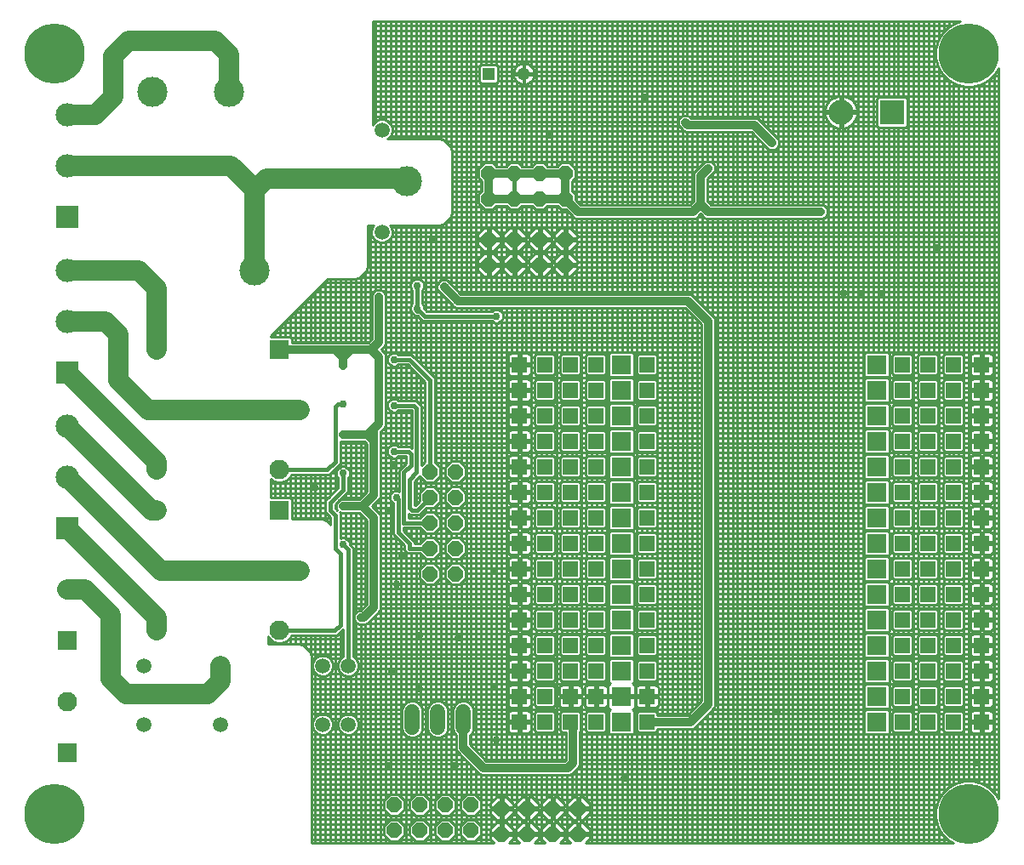
<source format=gbr>
G04 EAGLE Gerber RS-274X export*
G75*
%MOMM*%
%FSLAX34Y34*%
%LPD*%
%INBottom Copper*%
%IPPOS*%
%AMOC8*
5,1,8,0,0,1.08239X$1,22.5*%
G01*
%ADD10R,1.930400X1.930400*%
%ADD11C,3.000000*%
%ADD12C,1.508000*%
%ADD13R,1.950000X1.950000*%
%ADD14C,1.950000*%
%ADD15R,1.308000X1.308000*%
%ADD16C,1.308000*%
%ADD17C,6.000000*%
%ADD18C,1.008000*%
%ADD19P,1.649562X8X292.500000*%
%ADD20R,1.524000X1.524000*%
%ADD21C,1.524000*%
%ADD22P,1.649562X8X22.500000*%
%ADD23R,2.475000X2.475000*%
%ADD24C,2.475000*%
%ADD25R,2.325000X2.325000*%
%ADD26C,2.325000*%
%ADD27C,0.254000*%
%ADD28C,0.756400*%
%ADD29C,0.406400*%
%ADD30C,0.812800*%
%ADD31C,2.000000*%


D10*
X858520Y292100D03*
X858520Y317500D03*
X858520Y342900D03*
X858520Y368300D03*
X858520Y393700D03*
X858520Y419100D03*
X858520Y444500D03*
X858520Y469900D03*
X858520Y495300D03*
X858520Y520700D03*
X858520Y546100D03*
X858520Y571500D03*
X858520Y596900D03*
X858520Y622300D03*
X858520Y647700D03*
X604520Y292100D03*
X604520Y317500D03*
X604520Y342900D03*
X604520Y368300D03*
X604520Y393700D03*
X604520Y419100D03*
X604520Y444500D03*
X604520Y469900D03*
X604520Y495300D03*
X604520Y520700D03*
X604520Y546100D03*
X604520Y571500D03*
X604520Y596900D03*
X604520Y622300D03*
X604520Y647700D03*
D11*
X391160Y830480D03*
X239160Y741480D03*
X214160Y919480D03*
X138160Y919480D03*
D12*
X366160Y779480D03*
X366160Y881480D03*
D13*
X264160Y662940D03*
D14*
X142160Y662940D03*
X142160Y542940D03*
X264160Y542940D03*
X284160Y602940D03*
D12*
X129540Y347980D03*
X205740Y347980D03*
X307340Y347980D03*
X332740Y347980D03*
D15*
X472440Y937260D03*
D16*
X507440Y937260D03*
D17*
X40640Y957580D03*
D18*
X40640Y979805D03*
X40640Y935355D03*
X62865Y957580D03*
X18415Y957580D03*
X24765Y973455D03*
X56515Y973455D03*
X56515Y941705D03*
X24765Y941705D03*
D17*
X949960Y957580D03*
D18*
X949960Y979805D03*
X949960Y935355D03*
X972185Y957580D03*
X927735Y957580D03*
X934085Y973455D03*
X965835Y973455D03*
X965835Y941705D03*
X934085Y941705D03*
D17*
X949960Y200660D03*
D18*
X949960Y222885D03*
X949960Y178435D03*
X972185Y200660D03*
X927735Y200660D03*
X934085Y216535D03*
X965835Y216535D03*
X965835Y184785D03*
X934085Y184785D03*
D17*
X40640Y200660D03*
D18*
X40640Y222885D03*
X40640Y178435D03*
X62865Y200660D03*
X18415Y200660D03*
X24765Y216535D03*
X56515Y216535D03*
X56515Y184785D03*
X24765Y184785D03*
D13*
X264160Y502920D03*
D14*
X142160Y502920D03*
X142160Y382920D03*
X264160Y382920D03*
X284160Y442920D03*
D12*
X129540Y289560D03*
X205740Y289560D03*
X307340Y289560D03*
X332740Y289560D03*
D19*
X414020Y541020D03*
X439420Y541020D03*
X414020Y515620D03*
X439420Y515620D03*
X414020Y490220D03*
X439420Y490220D03*
X414020Y464820D03*
X439420Y464820D03*
X414020Y439420D03*
X439420Y439420D03*
D20*
X909320Y292100D03*
X909320Y317500D03*
X909320Y342900D03*
X909320Y368300D03*
X909320Y393700D03*
X909320Y419100D03*
X909320Y444500D03*
X909320Y469900D03*
X909320Y495300D03*
X909320Y520700D03*
X909320Y546100D03*
X909320Y571500D03*
X909320Y596900D03*
X909320Y622300D03*
X909320Y647700D03*
X553720Y292100D03*
X553720Y317500D03*
X553720Y342900D03*
X553720Y368300D03*
X553720Y393700D03*
X553720Y419100D03*
X553720Y444500D03*
X553720Y469900D03*
X553720Y495300D03*
X553720Y520700D03*
X553720Y546100D03*
X553720Y571500D03*
X553720Y596900D03*
X553720Y622300D03*
X553720Y647700D03*
X528320Y647700D03*
X528320Y622300D03*
X528320Y596900D03*
X528320Y571500D03*
X528320Y546100D03*
X528320Y520700D03*
X528320Y495300D03*
X528320Y469900D03*
X528320Y444500D03*
X528320Y419100D03*
X528320Y393700D03*
X528320Y368300D03*
X528320Y342900D03*
X528320Y317500D03*
X528320Y292100D03*
X934720Y292100D03*
X934720Y317500D03*
X934720Y342900D03*
X934720Y368300D03*
X934720Y393700D03*
X934720Y419100D03*
X934720Y444500D03*
X934720Y469900D03*
X934720Y495300D03*
X934720Y520700D03*
X934720Y546100D03*
X934720Y571500D03*
X934720Y596900D03*
X934720Y622300D03*
X934720Y647700D03*
X962660Y647700D03*
X962660Y622300D03*
X962660Y596900D03*
X962660Y571500D03*
X962660Y546100D03*
X962660Y520700D03*
X962660Y495300D03*
X962660Y469900D03*
X962660Y444500D03*
X962660Y419100D03*
X962660Y393700D03*
X962660Y368300D03*
X962660Y342900D03*
X962660Y317500D03*
X962660Y292100D03*
X502920Y647700D03*
X502920Y622300D03*
X502920Y596900D03*
X502920Y571500D03*
X502920Y546100D03*
X502920Y520700D03*
X502920Y495300D03*
X502920Y469900D03*
X502920Y444500D03*
X502920Y419100D03*
X502920Y393700D03*
X502920Y368300D03*
X502920Y342900D03*
X502920Y317500D03*
X502920Y292100D03*
D21*
X447040Y287020D02*
X447040Y302260D01*
X421640Y302260D02*
X421640Y287020D01*
X396240Y287020D02*
X396240Y302260D01*
D22*
X378460Y184150D03*
X378460Y209550D03*
X403860Y184150D03*
X403860Y209550D03*
X429260Y184150D03*
X429260Y209550D03*
X454660Y184150D03*
X454660Y209550D03*
X485140Y180340D03*
X485140Y205740D03*
X510540Y180340D03*
X510540Y205740D03*
X535940Y180340D03*
X535940Y205740D03*
X561340Y180340D03*
X561340Y205740D03*
X472440Y812800D03*
X472440Y838200D03*
X497840Y812800D03*
X497840Y838200D03*
X523240Y812800D03*
X523240Y838200D03*
X548640Y812800D03*
X548640Y838200D03*
D23*
X873760Y899160D03*
D24*
X822960Y899160D03*
D20*
X883920Y292100D03*
X883920Y317500D03*
X883920Y342900D03*
X883920Y368300D03*
X883920Y393700D03*
X883920Y419100D03*
X883920Y444500D03*
X883920Y469900D03*
X883920Y495300D03*
X883920Y520700D03*
X883920Y546100D03*
X883920Y571500D03*
X883920Y596900D03*
X883920Y622300D03*
X883920Y647700D03*
X579120Y292100D03*
X579120Y317500D03*
X579120Y342900D03*
X579120Y368300D03*
X579120Y393700D03*
X579120Y419100D03*
X579120Y444500D03*
X579120Y469900D03*
X579120Y495300D03*
X579120Y520700D03*
X579120Y546100D03*
X579120Y571500D03*
X579120Y596900D03*
X579120Y622300D03*
X579120Y647700D03*
X629920Y292100D03*
X629920Y317500D03*
X629920Y342900D03*
X629920Y368300D03*
X629920Y393700D03*
X629920Y419100D03*
X629920Y444500D03*
X629920Y469900D03*
X629920Y495300D03*
X629920Y520700D03*
X629920Y546100D03*
X629920Y571500D03*
X629920Y596900D03*
X629920Y622300D03*
X629920Y647700D03*
D22*
X472440Y746760D03*
X472440Y772160D03*
X497840Y746760D03*
X497840Y772160D03*
X523240Y746760D03*
X523240Y772160D03*
X548640Y746760D03*
X548640Y772160D03*
D25*
X53340Y795020D03*
D26*
X53340Y845820D03*
X53340Y896620D03*
D25*
X53340Y640080D03*
D26*
X53340Y690880D03*
X53340Y741680D03*
D25*
X53340Y485140D03*
D26*
X53340Y535940D03*
X53340Y586740D03*
D13*
X53340Y373380D03*
D14*
X53340Y424180D03*
D13*
X53340Y261620D03*
D14*
X53340Y312420D03*
D27*
X311275Y492290D02*
X313815Y489750D01*
X311275Y492290D02*
X307074Y494030D01*
X276704Y494030D01*
X276704Y513827D01*
X275067Y515464D01*
X255270Y515464D01*
X255270Y534090D01*
X257054Y532306D01*
X261665Y530396D01*
X266655Y530396D01*
X271266Y532306D01*
X274794Y535834D01*
X275739Y538114D01*
X313799Y538114D01*
X324866Y549181D01*
X324866Y571534D01*
X326296Y570942D01*
X348999Y570942D01*
X351282Y568659D01*
X351282Y521001D01*
X343819Y513538D01*
X326296Y513538D01*
X323775Y512494D01*
X321846Y510565D01*
X320802Y508044D01*
X320802Y505316D01*
X321801Y502904D01*
X319786Y504919D01*
X319786Y508541D01*
X332486Y521241D01*
X332486Y535326D01*
X333235Y536075D01*
X334236Y538492D01*
X334236Y541108D01*
X333235Y543525D01*
X331385Y545375D01*
X328968Y546376D01*
X326352Y546376D01*
X323935Y545375D01*
X322085Y543525D01*
X321084Y541108D01*
X321084Y538492D01*
X322085Y536075D01*
X322834Y535326D01*
X322834Y525239D01*
X312961Y515366D01*
X310134Y512539D01*
X310134Y500921D01*
X315214Y495841D01*
X315214Y488350D01*
X313815Y489750D01*
X344076Y389382D02*
X349344Y389382D01*
X351865Y390426D01*
X363954Y402515D01*
X364998Y405036D01*
X364998Y496564D01*
X363954Y499085D01*
X362025Y501014D01*
X356359Y506680D01*
X363954Y514275D01*
X364998Y516796D01*
X364998Y581359D01*
X367105Y583466D01*
X367105Y583466D01*
X369034Y585395D01*
X370078Y587916D01*
X370078Y656684D01*
X369034Y659205D01*
X367105Y661134D01*
X367105Y661134D01*
X365299Y662940D01*
X369034Y666675D01*
X370078Y669196D01*
X370078Y716324D01*
X369034Y718845D01*
X367105Y720774D01*
X364584Y721818D01*
X361856Y721818D01*
X359335Y720774D01*
X357406Y718845D01*
X356362Y716324D01*
X356362Y673401D01*
X352759Y669798D01*
X276704Y669798D01*
X276704Y673847D01*
X275067Y675484D01*
X255270Y675484D01*
X255270Y675986D01*
X312074Y732790D01*
X340094Y732790D01*
X344295Y734530D01*
X347510Y737745D01*
X350050Y740285D01*
X351790Y744486D01*
X351790Y786130D01*
X358196Y786130D01*
X357399Y785334D01*
X355826Y781536D01*
X355826Y777424D01*
X357399Y773626D01*
X360306Y770719D01*
X364104Y769146D01*
X368216Y769146D01*
X372014Y770719D01*
X374921Y773626D01*
X376494Y777424D01*
X376494Y781536D01*
X374921Y785334D01*
X374124Y786130D01*
X423914Y786130D01*
X428115Y787870D01*
X431330Y791085D01*
X433870Y793625D01*
X435610Y797826D01*
X435610Y860794D01*
X433870Y864995D01*
X430655Y868210D01*
X428115Y870750D01*
X423914Y872490D01*
X371460Y872490D01*
X372014Y872719D01*
X374921Y875626D01*
X376494Y879424D01*
X376494Y883536D01*
X374921Y887334D01*
X372014Y890241D01*
X368216Y891814D01*
X364104Y891814D01*
X360306Y890241D01*
X357399Y887334D01*
X356870Y886056D01*
X356870Y989330D01*
X941747Y989330D01*
X937302Y988139D01*
X929824Y983822D01*
X923718Y977716D01*
X919401Y970238D01*
X917166Y961897D01*
X917166Y953263D01*
X919401Y944922D01*
X923718Y937444D01*
X929824Y931338D01*
X937302Y927021D01*
X945643Y924786D01*
X954277Y924786D01*
X962618Y927021D01*
X970096Y931338D01*
X976202Y937444D01*
X979170Y942585D01*
X979170Y215655D01*
X976202Y220796D01*
X970096Y226902D01*
X962618Y231219D01*
X954277Y233454D01*
X945643Y233454D01*
X937302Y231219D01*
X929824Y226902D01*
X923718Y220796D01*
X919401Y213318D01*
X917166Y204977D01*
X917166Y196343D01*
X919401Y188002D01*
X923718Y180524D01*
X929824Y174418D01*
X934965Y171450D01*
X568614Y171450D01*
X572770Y175606D01*
X572770Y179070D01*
X562610Y179070D01*
X562610Y181610D01*
X572770Y181610D01*
X572770Y185074D01*
X566074Y191770D01*
X562610Y191770D01*
X562610Y181610D01*
X560070Y181610D01*
X560070Y191770D01*
X556606Y191770D01*
X549910Y185074D01*
X549910Y181610D01*
X560070Y181610D01*
X560070Y179070D01*
X549910Y179070D01*
X549910Y175606D01*
X554066Y171450D01*
X543214Y171450D01*
X547370Y175606D01*
X547370Y179070D01*
X537210Y179070D01*
X537210Y181610D01*
X547370Y181610D01*
X547370Y185074D01*
X540674Y191770D01*
X537210Y191770D01*
X537210Y181610D01*
X534670Y181610D01*
X534670Y191770D01*
X531206Y191770D01*
X524510Y185074D01*
X524510Y181610D01*
X534670Y181610D01*
X534670Y179070D01*
X524510Y179070D01*
X524510Y175606D01*
X528666Y171450D01*
X517814Y171450D01*
X521970Y175606D01*
X521970Y179070D01*
X511810Y179070D01*
X511810Y181610D01*
X521970Y181610D01*
X521970Y185074D01*
X515274Y191770D01*
X511810Y191770D01*
X511810Y181610D01*
X509270Y181610D01*
X509270Y191770D01*
X505806Y191770D01*
X499110Y185074D01*
X499110Y181610D01*
X509270Y181610D01*
X509270Y179070D01*
X499110Y179070D01*
X499110Y175606D01*
X503266Y171450D01*
X492414Y171450D01*
X496570Y175606D01*
X496570Y179070D01*
X486410Y179070D01*
X486410Y181610D01*
X496570Y181610D01*
X496570Y185074D01*
X489874Y191770D01*
X486410Y191770D01*
X486410Y181610D01*
X483870Y181610D01*
X483870Y191770D01*
X480406Y191770D01*
X473710Y185074D01*
X473710Y181610D01*
X483870Y181610D01*
X483870Y179070D01*
X473710Y179070D01*
X473710Y175606D01*
X477866Y171450D01*
X295910Y171450D01*
X295910Y357874D01*
X294170Y362075D01*
X290955Y365290D01*
X288415Y367830D01*
X284214Y369570D01*
X252730Y369570D01*
X252730Y377736D01*
X253526Y375814D01*
X257054Y372286D01*
X261665Y370376D01*
X266655Y370376D01*
X271266Y372286D01*
X274794Y375814D01*
X275739Y378094D01*
X321419Y378094D01*
X324246Y380921D01*
X327914Y384589D01*
X327914Y357166D01*
X326886Y356741D01*
X323979Y353834D01*
X322406Y350036D01*
X322406Y345924D01*
X323979Y342126D01*
X326886Y339219D01*
X330684Y337646D01*
X334796Y337646D01*
X338594Y339219D01*
X341501Y342126D01*
X343074Y345924D01*
X343074Y350036D01*
X341501Y353834D01*
X338594Y356741D01*
X337566Y357166D01*
X337566Y465599D01*
X334739Y468426D01*
X334236Y468929D01*
X334236Y469988D01*
X333235Y472405D01*
X331385Y474255D01*
X328968Y475256D01*
X326352Y475256D01*
X324866Y474640D01*
X324866Y499839D01*
X323884Y500821D01*
X326296Y499822D01*
X343819Y499822D01*
X351282Y492359D01*
X351282Y409241D01*
X345139Y403098D01*
X344076Y403098D01*
X341555Y402054D01*
X339626Y400125D01*
X338582Y397604D01*
X338582Y394876D01*
X339626Y392355D01*
X341555Y390426D01*
X344076Y389382D01*
X388874Y462821D02*
X388874Y466819D01*
X388874Y462821D02*
X391701Y459994D01*
X404118Y459994D01*
X409706Y454406D01*
X418334Y454406D01*
X424434Y460506D01*
X424434Y469134D01*
X418334Y475234D01*
X409706Y475234D01*
X404118Y469646D01*
X398526Y469646D01*
X398526Y471616D01*
X387350Y482792D01*
X387350Y485394D01*
X404118Y485394D01*
X409706Y479806D01*
X418334Y479806D01*
X424434Y485906D01*
X424434Y494534D01*
X418334Y500634D01*
X409706Y500634D01*
X404118Y495046D01*
X392938Y495046D01*
X392938Y499397D01*
X394241Y498094D01*
X403319Y498094D01*
X406146Y500921D01*
X406146Y500921D01*
X410431Y505206D01*
X418334Y505206D01*
X424434Y511306D01*
X424434Y519934D01*
X418334Y526034D01*
X409706Y526034D01*
X403606Y519934D01*
X403606Y512031D01*
X399321Y507746D01*
X398526Y507746D01*
X398526Y531401D01*
X403719Y536594D01*
X409706Y530606D01*
X418334Y530606D01*
X424434Y536706D01*
X424434Y545334D01*
X418846Y550922D01*
X418846Y634459D01*
X395699Y657606D01*
X382934Y657606D01*
X382185Y658355D01*
X379768Y659356D01*
X377152Y659356D01*
X374735Y658355D01*
X372885Y656505D01*
X371884Y654088D01*
X371884Y651472D01*
X372885Y649055D01*
X374735Y647205D01*
X377152Y646204D01*
X379768Y646204D01*
X382185Y647205D01*
X382934Y647954D01*
X391701Y647954D01*
X409194Y630461D01*
X409194Y550922D01*
X405638Y547366D01*
X405638Y606519D01*
X402811Y609346D01*
X402811Y609346D01*
X400271Y611886D01*
X382934Y611886D01*
X382185Y612635D01*
X379768Y613636D01*
X377152Y613636D01*
X374735Y612635D01*
X372885Y610785D01*
X371884Y608368D01*
X371884Y605752D01*
X372885Y603335D01*
X374735Y601485D01*
X377152Y600484D01*
X379768Y600484D01*
X382185Y601485D01*
X382934Y602234D01*
X395986Y602234D01*
X395986Y564863D01*
X394683Y566166D01*
X382934Y566166D01*
X382185Y566915D01*
X379768Y567916D01*
X377152Y567916D01*
X374735Y566915D01*
X372885Y565065D01*
X371884Y562648D01*
X371884Y560032D01*
X372885Y557615D01*
X374735Y555765D01*
X377152Y554764D01*
X379768Y554764D01*
X382185Y555765D01*
X382934Y556514D01*
X390398Y556514D01*
X390398Y549623D01*
X386113Y545338D01*
X386113Y545338D01*
X383286Y542511D01*
X383286Y521697D01*
X382082Y522196D01*
X379466Y522196D01*
X377049Y521195D01*
X375199Y519345D01*
X374198Y516928D01*
X374198Y514312D01*
X375199Y511895D01*
X377049Y510045D01*
X377698Y509776D01*
X377698Y478794D01*
X388874Y467618D01*
X388874Y466819D01*
X549910Y748030D02*
X549910Y758190D01*
X549910Y748030D02*
X547370Y748030D01*
X547370Y758190D01*
X543906Y758190D01*
X537210Y751494D01*
X537210Y748030D01*
X547370Y748030D01*
X547370Y745490D01*
X537210Y745490D01*
X537210Y742026D01*
X543906Y735330D01*
X547370Y735330D01*
X547370Y745490D01*
X549910Y745490D01*
X549910Y735330D01*
X553374Y735330D01*
X560070Y742026D01*
X560070Y745490D01*
X549910Y745490D01*
X549910Y748030D01*
X560070Y748030D01*
X560070Y751494D01*
X553374Y758190D01*
X549910Y758190D01*
X524510Y758190D02*
X524510Y748030D01*
X521970Y748030D01*
X521970Y758190D01*
X518506Y758190D01*
X511810Y751494D01*
X511810Y748030D01*
X521970Y748030D01*
X521970Y745490D01*
X511810Y745490D01*
X511810Y742026D01*
X518506Y735330D01*
X521970Y735330D01*
X521970Y745490D01*
X524510Y745490D01*
X524510Y735330D01*
X527974Y735330D01*
X534670Y742026D01*
X534670Y745490D01*
X524510Y745490D01*
X524510Y748030D01*
X534670Y748030D01*
X534670Y751494D01*
X527974Y758190D01*
X524510Y758190D01*
X499110Y758190D02*
X499110Y748030D01*
X496570Y748030D01*
X496570Y758190D01*
X493106Y758190D01*
X486410Y751494D01*
X486410Y748030D01*
X496570Y748030D01*
X496570Y745490D01*
X486410Y745490D01*
X486410Y742026D01*
X493106Y735330D01*
X496570Y735330D01*
X496570Y745490D01*
X499110Y745490D01*
X499110Y735330D01*
X502574Y735330D01*
X509270Y742026D01*
X509270Y745490D01*
X499110Y745490D01*
X499110Y748030D01*
X509270Y748030D01*
X509270Y751494D01*
X502574Y758190D01*
X499110Y758190D01*
X473710Y758190D02*
X473710Y748030D01*
X471170Y748030D01*
X471170Y758190D01*
X467706Y758190D01*
X461010Y751494D01*
X461010Y748030D01*
X471170Y748030D01*
X471170Y745490D01*
X461010Y745490D01*
X461010Y742026D01*
X467706Y735330D01*
X471170Y735330D01*
X471170Y745490D01*
X473710Y745490D01*
X473710Y735330D01*
X477174Y735330D01*
X483870Y742026D01*
X483870Y745490D01*
X473710Y745490D01*
X473710Y748030D01*
X483870Y748030D01*
X483870Y751494D01*
X477174Y758190D01*
X473710Y758190D01*
X619506Y656477D02*
X619506Y638923D01*
X621143Y637286D01*
X638697Y637286D01*
X640334Y638923D01*
X640334Y656477D01*
X638697Y658114D01*
X621143Y658114D01*
X619506Y656477D01*
X619506Y631077D02*
X619506Y613523D01*
X621143Y611886D01*
X638697Y611886D01*
X640334Y613523D01*
X640334Y631077D01*
X638697Y632714D01*
X621143Y632714D01*
X619506Y631077D01*
X619506Y605677D02*
X619506Y588123D01*
X621143Y586486D01*
X638697Y586486D01*
X640334Y588123D01*
X640334Y605677D01*
X638697Y607314D01*
X621143Y607314D01*
X619506Y605677D01*
X619506Y580277D02*
X619506Y562723D01*
X621143Y561086D01*
X638697Y561086D01*
X640334Y562723D01*
X640334Y580277D01*
X638697Y581914D01*
X621143Y581914D01*
X619506Y580277D01*
X619506Y554877D02*
X619506Y537323D01*
X621143Y535686D01*
X638697Y535686D01*
X640334Y537323D01*
X640334Y554877D01*
X638697Y556514D01*
X621143Y556514D01*
X619506Y554877D01*
X619506Y529477D02*
X619506Y511923D01*
X621143Y510286D01*
X638697Y510286D01*
X640334Y511923D01*
X640334Y529477D01*
X638697Y531114D01*
X621143Y531114D01*
X619506Y529477D01*
X619506Y504077D02*
X619506Y486523D01*
X621143Y484886D01*
X638697Y484886D01*
X640334Y486523D01*
X640334Y504077D01*
X638697Y505714D01*
X621143Y505714D01*
X619506Y504077D01*
X619506Y478677D02*
X619506Y461123D01*
X621143Y459486D01*
X638697Y459486D01*
X640334Y461123D01*
X640334Y478677D01*
X638697Y480314D01*
X621143Y480314D01*
X619506Y478677D01*
X619506Y453277D02*
X619506Y435723D01*
X621143Y434086D01*
X638697Y434086D01*
X640334Y435723D01*
X640334Y453277D01*
X638697Y454914D01*
X621143Y454914D01*
X619506Y453277D01*
X619506Y427877D02*
X619506Y410323D01*
X621143Y408686D01*
X638697Y408686D01*
X640334Y410323D01*
X640334Y427877D01*
X638697Y429514D01*
X621143Y429514D01*
X619506Y427877D01*
X619506Y402477D02*
X619506Y384923D01*
X621143Y383286D01*
X638697Y383286D01*
X640334Y384923D01*
X640334Y402477D01*
X638697Y404114D01*
X621143Y404114D01*
X619506Y402477D01*
X619506Y377077D02*
X619506Y359523D01*
X621143Y357886D01*
X638697Y357886D01*
X640334Y359523D01*
X640334Y377077D01*
X638697Y378714D01*
X621143Y378714D01*
X619506Y377077D01*
X619506Y351677D02*
X619506Y334123D01*
X621143Y332486D01*
X638697Y332486D01*
X640334Y334123D01*
X640334Y351677D01*
X638697Y353314D01*
X621143Y353314D01*
X619506Y351677D01*
X577850Y316230D02*
X577850Y306070D01*
X577850Y316230D02*
X580390Y316230D01*
X580390Y306070D01*
X587242Y306070D01*
X588211Y306330D01*
X589079Y306831D01*
X589789Y307541D01*
X590290Y308409D01*
X590550Y309378D01*
X590550Y316230D01*
X580390Y316230D01*
X580390Y318770D01*
X590550Y318770D01*
X590550Y325622D01*
X590290Y326591D01*
X589789Y327459D01*
X589079Y328169D01*
X588211Y328670D01*
X587242Y328930D01*
X580390Y328930D01*
X580390Y318770D01*
X577850Y318770D01*
X577850Y328930D01*
X570998Y328930D01*
X570029Y328670D01*
X569161Y328169D01*
X568451Y327459D01*
X567950Y326591D01*
X567690Y325622D01*
X567690Y318770D01*
X577850Y318770D01*
X577850Y316230D01*
X567690Y316230D01*
X567690Y309378D01*
X567950Y308409D01*
X568451Y307541D01*
X569161Y306831D01*
X570029Y306330D01*
X570998Y306070D01*
X577850Y306070D01*
X568706Y300877D02*
X568706Y283323D01*
X570343Y281686D01*
X587897Y281686D01*
X589534Y283323D01*
X589534Y300877D01*
X587897Y302514D01*
X570343Y302514D01*
X568706Y300877D01*
X873506Y638923D02*
X873506Y656477D01*
X873506Y638923D02*
X875143Y637286D01*
X892697Y637286D01*
X894334Y638923D01*
X894334Y656477D01*
X892697Y658114D01*
X875143Y658114D01*
X873506Y656477D01*
X873506Y631077D02*
X873506Y613523D01*
X875143Y611886D01*
X892697Y611886D01*
X894334Y613523D01*
X894334Y631077D01*
X892697Y632714D01*
X875143Y632714D01*
X873506Y631077D01*
X873506Y605677D02*
X873506Y588123D01*
X875143Y586486D01*
X892697Y586486D01*
X894334Y588123D01*
X894334Y605677D01*
X892697Y607314D01*
X875143Y607314D01*
X873506Y605677D01*
X873506Y580277D02*
X873506Y562723D01*
X875143Y561086D01*
X892697Y561086D01*
X894334Y562723D01*
X894334Y580277D01*
X892697Y581914D01*
X875143Y581914D01*
X873506Y580277D01*
X873506Y554877D02*
X873506Y537323D01*
X875143Y535686D01*
X892697Y535686D01*
X894334Y537323D01*
X894334Y554877D01*
X892697Y556514D01*
X875143Y556514D01*
X873506Y554877D01*
X873506Y529477D02*
X873506Y511923D01*
X875143Y510286D01*
X892697Y510286D01*
X894334Y511923D01*
X894334Y529477D01*
X892697Y531114D01*
X875143Y531114D01*
X873506Y529477D01*
X873506Y504077D02*
X873506Y486523D01*
X875143Y484886D01*
X892697Y484886D01*
X894334Y486523D01*
X894334Y504077D01*
X892697Y505714D01*
X875143Y505714D01*
X873506Y504077D01*
X873506Y478677D02*
X873506Y461123D01*
X875143Y459486D01*
X892697Y459486D01*
X894334Y461123D01*
X894334Y478677D01*
X892697Y480314D01*
X875143Y480314D01*
X873506Y478677D01*
X873506Y453277D02*
X873506Y435723D01*
X875143Y434086D01*
X892697Y434086D01*
X894334Y435723D01*
X894334Y453277D01*
X892697Y454914D01*
X875143Y454914D01*
X873506Y453277D01*
X873506Y427877D02*
X873506Y410323D01*
X875143Y408686D01*
X892697Y408686D01*
X894334Y410323D01*
X894334Y427877D01*
X892697Y429514D01*
X875143Y429514D01*
X873506Y427877D01*
X873506Y402477D02*
X873506Y384923D01*
X875143Y383286D01*
X892697Y383286D01*
X894334Y384923D01*
X894334Y402477D01*
X892697Y404114D01*
X875143Y404114D01*
X873506Y402477D01*
X873506Y377077D02*
X873506Y359523D01*
X875143Y357886D01*
X892697Y357886D01*
X894334Y359523D01*
X894334Y377077D01*
X892697Y378714D01*
X875143Y378714D01*
X873506Y377077D01*
X873506Y351677D02*
X873506Y334123D01*
X875143Y332486D01*
X892697Y332486D01*
X894334Y334123D01*
X894334Y351677D01*
X892697Y353314D01*
X875143Y353314D01*
X873506Y351677D01*
X873506Y326277D02*
X873506Y308723D01*
X875143Y307086D01*
X892697Y307086D01*
X894334Y308723D01*
X894334Y326277D01*
X892697Y327914D01*
X875143Y327914D01*
X873506Y326277D01*
X873506Y300877D02*
X873506Y283323D01*
X875143Y281686D01*
X892697Y281686D01*
X894334Y283323D01*
X894334Y300877D01*
X892697Y302514D01*
X875143Y302514D01*
X873506Y300877D01*
X562610Y217170D02*
X562610Y207010D01*
X560070Y207010D01*
X560070Y217170D01*
X556606Y217170D01*
X549910Y210474D01*
X549910Y207010D01*
X560070Y207010D01*
X560070Y204470D01*
X549910Y204470D01*
X549910Y201006D01*
X556606Y194310D01*
X560070Y194310D01*
X560070Y204470D01*
X562610Y204470D01*
X562610Y194310D01*
X566074Y194310D01*
X572770Y201006D01*
X572770Y204470D01*
X562610Y204470D01*
X562610Y207010D01*
X572770Y207010D01*
X572770Y210474D01*
X566074Y217170D01*
X562610Y217170D01*
X537210Y217170D02*
X537210Y207010D01*
X534670Y207010D01*
X534670Y217170D01*
X531206Y217170D01*
X524510Y210474D01*
X524510Y207010D01*
X534670Y207010D01*
X534670Y204470D01*
X524510Y204470D01*
X524510Y201006D01*
X531206Y194310D01*
X534670Y194310D01*
X534670Y204470D01*
X537210Y204470D01*
X537210Y194310D01*
X540674Y194310D01*
X547370Y201006D01*
X547370Y204470D01*
X537210Y204470D01*
X537210Y207010D01*
X547370Y207010D01*
X547370Y210474D01*
X540674Y217170D01*
X537210Y217170D01*
X511810Y217170D02*
X511810Y207010D01*
X509270Y207010D01*
X509270Y217170D01*
X505806Y217170D01*
X499110Y210474D01*
X499110Y207010D01*
X509270Y207010D01*
X509270Y204470D01*
X499110Y204470D01*
X499110Y201006D01*
X505806Y194310D01*
X509270Y194310D01*
X509270Y204470D01*
X511810Y204470D01*
X511810Y194310D01*
X515274Y194310D01*
X521970Y201006D01*
X521970Y204470D01*
X511810Y204470D01*
X511810Y207010D01*
X521970Y207010D01*
X521970Y210474D01*
X515274Y217170D01*
X511810Y217170D01*
X486410Y217170D02*
X486410Y207010D01*
X483870Y207010D01*
X483870Y217170D01*
X480406Y217170D01*
X473710Y210474D01*
X473710Y207010D01*
X483870Y207010D01*
X483870Y204470D01*
X473710Y204470D01*
X473710Y201006D01*
X480406Y194310D01*
X483870Y194310D01*
X483870Y204470D01*
X486410Y204470D01*
X486410Y194310D01*
X489874Y194310D01*
X496570Y201006D01*
X496570Y204470D01*
X486410Y204470D01*
X486410Y207010D01*
X496570Y207010D01*
X496570Y210474D01*
X489874Y217170D01*
X486410Y217170D01*
X504190Y293370D02*
X504190Y303530D01*
X504190Y293370D02*
X501650Y293370D01*
X501650Y303530D01*
X494798Y303530D01*
X493829Y303270D01*
X492961Y302769D01*
X492251Y302059D01*
X491750Y301191D01*
X491490Y300222D01*
X491490Y293370D01*
X501650Y293370D01*
X501650Y290830D01*
X491490Y290830D01*
X491490Y283978D01*
X491750Y283009D01*
X492251Y282141D01*
X492961Y281431D01*
X493829Y280930D01*
X494798Y280670D01*
X501650Y280670D01*
X501650Y290830D01*
X504190Y290830D01*
X504190Y280670D01*
X511042Y280670D01*
X512011Y280930D01*
X512879Y281431D01*
X513589Y282141D01*
X514090Y283009D01*
X514350Y283978D01*
X514350Y290830D01*
X504190Y290830D01*
X504190Y293370D01*
X514350Y293370D01*
X514350Y300222D01*
X514090Y301191D01*
X513589Y302059D01*
X512879Y302769D01*
X512011Y303270D01*
X511042Y303530D01*
X504190Y303530D01*
X504190Y344170D02*
X504190Y354330D01*
X504190Y344170D02*
X501650Y344170D01*
X501650Y354330D01*
X494798Y354330D01*
X493829Y354070D01*
X492961Y353569D01*
X492251Y352859D01*
X491750Y351991D01*
X491490Y351022D01*
X491490Y344170D01*
X501650Y344170D01*
X501650Y341630D01*
X491490Y341630D01*
X491490Y334778D01*
X491750Y333809D01*
X492251Y332941D01*
X492961Y332231D01*
X493829Y331730D01*
X494798Y331470D01*
X501650Y331470D01*
X501650Y341630D01*
X504190Y341630D01*
X504190Y331470D01*
X511042Y331470D01*
X512011Y331730D01*
X512879Y332231D01*
X513589Y332941D01*
X514090Y333809D01*
X514350Y334778D01*
X514350Y341630D01*
X504190Y341630D01*
X504190Y344170D01*
X514350Y344170D01*
X514350Y351022D01*
X514090Y351991D01*
X513589Y352859D01*
X512879Y353569D01*
X512011Y354070D01*
X511042Y354330D01*
X504190Y354330D01*
X504190Y394970D02*
X504190Y405130D01*
X504190Y394970D02*
X501650Y394970D01*
X501650Y405130D01*
X494798Y405130D01*
X493829Y404870D01*
X492961Y404369D01*
X492251Y403659D01*
X491750Y402791D01*
X491490Y401822D01*
X491490Y394970D01*
X501650Y394970D01*
X501650Y392430D01*
X491490Y392430D01*
X491490Y385578D01*
X491750Y384609D01*
X492251Y383741D01*
X492961Y383031D01*
X493829Y382530D01*
X494798Y382270D01*
X501650Y382270D01*
X501650Y392430D01*
X504190Y392430D01*
X504190Y382270D01*
X511042Y382270D01*
X512011Y382530D01*
X512879Y383031D01*
X513589Y383741D01*
X514090Y384609D01*
X514350Y385578D01*
X514350Y392430D01*
X504190Y392430D01*
X504190Y394970D01*
X514350Y394970D01*
X514350Y401822D01*
X514090Y402791D01*
X513589Y403659D01*
X512879Y404369D01*
X512011Y404870D01*
X511042Y405130D01*
X504190Y405130D01*
X504190Y445770D02*
X504190Y455930D01*
X504190Y445770D02*
X501650Y445770D01*
X501650Y455930D01*
X494798Y455930D01*
X493829Y455670D01*
X492961Y455169D01*
X492251Y454459D01*
X491750Y453591D01*
X491490Y452622D01*
X491490Y445770D01*
X501650Y445770D01*
X501650Y443230D01*
X491490Y443230D01*
X491490Y436378D01*
X491750Y435409D01*
X492251Y434541D01*
X492961Y433831D01*
X493829Y433330D01*
X494798Y433070D01*
X501650Y433070D01*
X501650Y443230D01*
X504190Y443230D01*
X504190Y433070D01*
X511042Y433070D01*
X512011Y433330D01*
X512879Y433831D01*
X513589Y434541D01*
X514090Y435409D01*
X514350Y436378D01*
X514350Y443230D01*
X504190Y443230D01*
X504190Y445770D01*
X514350Y445770D01*
X514350Y452622D01*
X514090Y453591D01*
X513589Y454459D01*
X512879Y455169D01*
X512011Y455670D01*
X511042Y455930D01*
X504190Y455930D01*
X504190Y496570D02*
X504190Y506730D01*
X504190Y496570D02*
X501650Y496570D01*
X501650Y506730D01*
X494798Y506730D01*
X493829Y506470D01*
X492961Y505969D01*
X492251Y505259D01*
X491750Y504391D01*
X491490Y503422D01*
X491490Y496570D01*
X501650Y496570D01*
X501650Y494030D01*
X491490Y494030D01*
X491490Y487178D01*
X491750Y486209D01*
X492251Y485341D01*
X492961Y484631D01*
X493829Y484130D01*
X494798Y483870D01*
X501650Y483870D01*
X501650Y494030D01*
X504190Y494030D01*
X504190Y483870D01*
X511042Y483870D01*
X512011Y484130D01*
X512879Y484631D01*
X513589Y485341D01*
X514090Y486209D01*
X514350Y487178D01*
X514350Y494030D01*
X504190Y494030D01*
X504190Y496570D01*
X514350Y496570D01*
X514350Y503422D01*
X514090Y504391D01*
X513589Y505259D01*
X512879Y505969D01*
X512011Y506470D01*
X511042Y506730D01*
X504190Y506730D01*
X504190Y547370D02*
X504190Y557530D01*
X504190Y547370D02*
X501650Y547370D01*
X501650Y557530D01*
X494798Y557530D01*
X493829Y557270D01*
X492961Y556769D01*
X492251Y556059D01*
X491750Y555191D01*
X491490Y554222D01*
X491490Y547370D01*
X501650Y547370D01*
X501650Y544830D01*
X491490Y544830D01*
X491490Y537978D01*
X491750Y537009D01*
X492251Y536141D01*
X492961Y535431D01*
X493829Y534930D01*
X494798Y534670D01*
X501650Y534670D01*
X501650Y544830D01*
X504190Y544830D01*
X504190Y534670D01*
X511042Y534670D01*
X512011Y534930D01*
X512879Y535431D01*
X513589Y536141D01*
X514090Y537009D01*
X514350Y537978D01*
X514350Y544830D01*
X504190Y544830D01*
X504190Y547370D01*
X514350Y547370D01*
X514350Y554222D01*
X514090Y555191D01*
X513589Y556059D01*
X512879Y556769D01*
X512011Y557270D01*
X511042Y557530D01*
X504190Y557530D01*
X504190Y598170D02*
X504190Y608330D01*
X504190Y598170D02*
X501650Y598170D01*
X501650Y608330D01*
X494798Y608330D01*
X493829Y608070D01*
X492961Y607569D01*
X492251Y606859D01*
X491750Y605991D01*
X491490Y605022D01*
X491490Y598170D01*
X501650Y598170D01*
X501650Y595630D01*
X491490Y595630D01*
X491490Y588778D01*
X491750Y587809D01*
X492251Y586941D01*
X492961Y586231D01*
X493829Y585730D01*
X494798Y585470D01*
X501650Y585470D01*
X501650Y595630D01*
X504190Y595630D01*
X504190Y585470D01*
X511042Y585470D01*
X512011Y585730D01*
X512879Y586231D01*
X513589Y586941D01*
X514090Y587809D01*
X514350Y588778D01*
X514350Y595630D01*
X504190Y595630D01*
X504190Y598170D01*
X514350Y598170D01*
X514350Y605022D01*
X514090Y605991D01*
X513589Y606859D01*
X512879Y607569D01*
X512011Y608070D01*
X511042Y608330D01*
X504190Y608330D01*
X504190Y648970D02*
X504190Y659130D01*
X504190Y648970D02*
X501650Y648970D01*
X501650Y659130D01*
X494798Y659130D01*
X493829Y658870D01*
X492961Y658369D01*
X492251Y657659D01*
X491750Y656791D01*
X491490Y655822D01*
X491490Y648970D01*
X501650Y648970D01*
X501650Y646430D01*
X491490Y646430D01*
X491490Y639578D01*
X491750Y638609D01*
X492251Y637741D01*
X492961Y637031D01*
X493829Y636530D01*
X494798Y636270D01*
X501650Y636270D01*
X501650Y646430D01*
X504190Y646430D01*
X504190Y636270D01*
X511042Y636270D01*
X512011Y636530D01*
X512879Y637031D01*
X513589Y637741D01*
X514090Y638609D01*
X514350Y639578D01*
X514350Y646430D01*
X504190Y646430D01*
X504190Y648970D01*
X514350Y648970D01*
X514350Y655822D01*
X514090Y656791D01*
X513589Y657659D01*
X512879Y658369D01*
X512011Y658870D01*
X511042Y659130D01*
X504190Y659130D01*
X963930Y328930D02*
X963930Y318770D01*
X961390Y318770D01*
X961390Y328930D01*
X954538Y328930D01*
X953569Y328670D01*
X952701Y328169D01*
X951991Y327459D01*
X951490Y326591D01*
X951230Y325622D01*
X951230Y318770D01*
X961390Y318770D01*
X961390Y316230D01*
X951230Y316230D01*
X951230Y309378D01*
X951490Y308409D01*
X951991Y307541D01*
X952701Y306831D01*
X953569Y306330D01*
X954538Y306070D01*
X961390Y306070D01*
X961390Y316230D01*
X963930Y316230D01*
X963930Y306070D01*
X970782Y306070D01*
X971751Y306330D01*
X972619Y306831D01*
X973329Y307541D01*
X973830Y308409D01*
X974090Y309378D01*
X974090Y316230D01*
X963930Y316230D01*
X963930Y318770D01*
X974090Y318770D01*
X974090Y325622D01*
X973830Y326591D01*
X973329Y327459D01*
X972619Y328169D01*
X971751Y328670D01*
X970782Y328930D01*
X963930Y328930D01*
X963930Y369570D02*
X963930Y379730D01*
X963930Y369570D02*
X961390Y369570D01*
X961390Y379730D01*
X954538Y379730D01*
X953569Y379470D01*
X952701Y378969D01*
X951991Y378259D01*
X951490Y377391D01*
X951230Y376422D01*
X951230Y369570D01*
X961390Y369570D01*
X961390Y367030D01*
X951230Y367030D01*
X951230Y360178D01*
X951490Y359209D01*
X951991Y358341D01*
X952701Y357631D01*
X953569Y357130D01*
X954538Y356870D01*
X961390Y356870D01*
X961390Y367030D01*
X963930Y367030D01*
X963930Y356870D01*
X970782Y356870D01*
X971751Y357130D01*
X972619Y357631D01*
X973329Y358341D01*
X973830Y359209D01*
X974090Y360178D01*
X974090Y367030D01*
X963930Y367030D01*
X963930Y369570D01*
X974090Y369570D01*
X974090Y376422D01*
X973830Y377391D01*
X973329Y378259D01*
X972619Y378969D01*
X971751Y379470D01*
X970782Y379730D01*
X963930Y379730D01*
X963930Y420370D02*
X963930Y430530D01*
X963930Y420370D02*
X961390Y420370D01*
X961390Y430530D01*
X954538Y430530D01*
X953569Y430270D01*
X952701Y429769D01*
X951991Y429059D01*
X951490Y428191D01*
X951230Y427222D01*
X951230Y420370D01*
X961390Y420370D01*
X961390Y417830D01*
X951230Y417830D01*
X951230Y410978D01*
X951490Y410009D01*
X951991Y409141D01*
X952701Y408431D01*
X953569Y407930D01*
X954538Y407670D01*
X961390Y407670D01*
X961390Y417830D01*
X963930Y417830D01*
X963930Y407670D01*
X970782Y407670D01*
X971751Y407930D01*
X972619Y408431D01*
X973329Y409141D01*
X973830Y410009D01*
X974090Y410978D01*
X974090Y417830D01*
X963930Y417830D01*
X963930Y420370D01*
X974090Y420370D01*
X974090Y427222D01*
X973830Y428191D01*
X973329Y429059D01*
X972619Y429769D01*
X971751Y430270D01*
X970782Y430530D01*
X963930Y430530D01*
X963930Y471170D02*
X963930Y481330D01*
X963930Y471170D02*
X961390Y471170D01*
X961390Y481330D01*
X954538Y481330D01*
X953569Y481070D01*
X952701Y480569D01*
X951991Y479859D01*
X951490Y478991D01*
X951230Y478022D01*
X951230Y471170D01*
X961390Y471170D01*
X961390Y468630D01*
X951230Y468630D01*
X951230Y461778D01*
X951490Y460809D01*
X951991Y459941D01*
X952701Y459231D01*
X953569Y458730D01*
X954538Y458470D01*
X961390Y458470D01*
X961390Y468630D01*
X963930Y468630D01*
X963930Y458470D01*
X970782Y458470D01*
X971751Y458730D01*
X972619Y459231D01*
X973329Y459941D01*
X973830Y460809D01*
X974090Y461778D01*
X974090Y468630D01*
X963930Y468630D01*
X963930Y471170D01*
X974090Y471170D01*
X974090Y478022D01*
X973830Y478991D01*
X973329Y479859D01*
X972619Y480569D01*
X971751Y481070D01*
X970782Y481330D01*
X963930Y481330D01*
X963930Y521970D02*
X963930Y532130D01*
X963930Y521970D02*
X961390Y521970D01*
X961390Y532130D01*
X954538Y532130D01*
X953569Y531870D01*
X952701Y531369D01*
X951991Y530659D01*
X951490Y529791D01*
X951230Y528822D01*
X951230Y521970D01*
X961390Y521970D01*
X961390Y519430D01*
X951230Y519430D01*
X951230Y512578D01*
X951490Y511609D01*
X951991Y510741D01*
X952701Y510031D01*
X953569Y509530D01*
X954538Y509270D01*
X961390Y509270D01*
X961390Y519430D01*
X963930Y519430D01*
X963930Y509270D01*
X970782Y509270D01*
X971751Y509530D01*
X972619Y510031D01*
X973329Y510741D01*
X973830Y511609D01*
X974090Y512578D01*
X974090Y519430D01*
X963930Y519430D01*
X963930Y521970D01*
X974090Y521970D01*
X974090Y528822D01*
X973830Y529791D01*
X973329Y530659D01*
X972619Y531369D01*
X971751Y531870D01*
X970782Y532130D01*
X963930Y532130D01*
X963930Y572770D02*
X963930Y582930D01*
X963930Y572770D02*
X961390Y572770D01*
X961390Y582930D01*
X954538Y582930D01*
X953569Y582670D01*
X952701Y582169D01*
X951991Y581459D01*
X951490Y580591D01*
X951230Y579622D01*
X951230Y572770D01*
X961390Y572770D01*
X961390Y570230D01*
X951230Y570230D01*
X951230Y563378D01*
X951490Y562409D01*
X951991Y561541D01*
X952701Y560831D01*
X953569Y560330D01*
X954538Y560070D01*
X961390Y560070D01*
X961390Y570230D01*
X963930Y570230D01*
X963930Y560070D01*
X970782Y560070D01*
X971751Y560330D01*
X972619Y560831D01*
X973329Y561541D01*
X973830Y562409D01*
X974090Y563378D01*
X974090Y570230D01*
X963930Y570230D01*
X963930Y572770D01*
X974090Y572770D01*
X974090Y579622D01*
X973830Y580591D01*
X973329Y581459D01*
X972619Y582169D01*
X971751Y582670D01*
X970782Y582930D01*
X963930Y582930D01*
X963930Y623570D02*
X963930Y633730D01*
X963930Y623570D02*
X961390Y623570D01*
X961390Y633730D01*
X954538Y633730D01*
X953569Y633470D01*
X952701Y632969D01*
X951991Y632259D01*
X951490Y631391D01*
X951230Y630422D01*
X951230Y623570D01*
X961390Y623570D01*
X961390Y621030D01*
X951230Y621030D01*
X951230Y614178D01*
X951490Y613209D01*
X951991Y612341D01*
X952701Y611631D01*
X953569Y611130D01*
X954538Y610870D01*
X961390Y610870D01*
X961390Y621030D01*
X963930Y621030D01*
X963930Y610870D01*
X970782Y610870D01*
X971751Y611130D01*
X972619Y611631D01*
X973329Y612341D01*
X973830Y613209D01*
X974090Y614178D01*
X974090Y621030D01*
X963930Y621030D01*
X963930Y623570D01*
X974090Y623570D01*
X974090Y630422D01*
X973830Y631391D01*
X973329Y632259D01*
X972619Y632969D01*
X971751Y633470D01*
X970782Y633730D01*
X963930Y633730D01*
X552450Y316230D02*
X552450Y306070D01*
X552450Y316230D02*
X554990Y316230D01*
X554990Y306070D01*
X561842Y306070D01*
X562811Y306330D01*
X563679Y306831D01*
X564389Y307541D01*
X564890Y308409D01*
X565150Y309378D01*
X565150Y316230D01*
X554990Y316230D01*
X554990Y318770D01*
X565150Y318770D01*
X565150Y325622D01*
X564890Y326591D01*
X564389Y327459D01*
X563679Y328169D01*
X562811Y328670D01*
X561842Y328930D01*
X554990Y328930D01*
X554990Y318770D01*
X552450Y318770D01*
X552450Y328930D01*
X545598Y328930D01*
X544629Y328670D01*
X543761Y328169D01*
X543051Y327459D01*
X542550Y326591D01*
X542290Y325622D01*
X542290Y318770D01*
X552450Y318770D01*
X552450Y316230D01*
X542290Y316230D01*
X542290Y309378D01*
X542550Y308409D01*
X543051Y307541D01*
X543761Y306831D01*
X544629Y306330D01*
X545598Y306070D01*
X552450Y306070D01*
X543306Y300877D02*
X543306Y283323D01*
X544943Y281686D01*
X549402Y281686D01*
X549402Y254301D01*
X548339Y253238D01*
X470201Y253238D01*
X453898Y269541D01*
X453898Y279150D01*
X455869Y281121D01*
X457454Y284949D01*
X457454Y304331D01*
X455869Y308159D01*
X452939Y311089D01*
X449111Y312674D01*
X444969Y312674D01*
X441141Y311089D01*
X438211Y308159D01*
X436626Y304331D01*
X436626Y284949D01*
X438211Y281121D01*
X440182Y279150D01*
X440182Y265336D01*
X441226Y262815D01*
X463475Y240566D01*
X465996Y239522D01*
X552544Y239522D01*
X555065Y240566D01*
X560145Y245646D01*
X562074Y247575D01*
X563118Y250096D01*
X563118Y282307D01*
X564134Y283323D01*
X564134Y300877D01*
X562497Y302514D01*
X544943Y302514D01*
X543306Y300877D01*
X898906Y638923D02*
X898906Y656477D01*
X898906Y638923D02*
X900543Y637286D01*
X918097Y637286D01*
X919734Y638923D01*
X919734Y656477D01*
X918097Y658114D01*
X900543Y658114D01*
X898906Y656477D01*
X898906Y631077D02*
X898906Y613523D01*
X900543Y611886D01*
X918097Y611886D01*
X919734Y613523D01*
X919734Y631077D01*
X918097Y632714D01*
X900543Y632714D01*
X898906Y631077D01*
X898906Y605677D02*
X898906Y588123D01*
X900543Y586486D01*
X918097Y586486D01*
X919734Y588123D01*
X919734Y605677D01*
X918097Y607314D01*
X900543Y607314D01*
X898906Y605677D01*
X898906Y580277D02*
X898906Y562723D01*
X900543Y561086D01*
X918097Y561086D01*
X919734Y562723D01*
X919734Y580277D01*
X918097Y581914D01*
X900543Y581914D01*
X898906Y580277D01*
X898906Y554877D02*
X898906Y537323D01*
X900543Y535686D01*
X918097Y535686D01*
X919734Y537323D01*
X919734Y554877D01*
X918097Y556514D01*
X900543Y556514D01*
X898906Y554877D01*
X898906Y529477D02*
X898906Y511923D01*
X900543Y510286D01*
X918097Y510286D01*
X919734Y511923D01*
X919734Y529477D01*
X918097Y531114D01*
X900543Y531114D01*
X898906Y529477D01*
X898906Y504077D02*
X898906Y486523D01*
X900543Y484886D01*
X918097Y484886D01*
X919734Y486523D01*
X919734Y504077D01*
X918097Y505714D01*
X900543Y505714D01*
X898906Y504077D01*
X898906Y478677D02*
X898906Y461123D01*
X900543Y459486D01*
X918097Y459486D01*
X919734Y461123D01*
X919734Y478677D01*
X918097Y480314D01*
X900543Y480314D01*
X898906Y478677D01*
X898906Y453277D02*
X898906Y435723D01*
X900543Y434086D01*
X918097Y434086D01*
X919734Y435723D01*
X919734Y453277D01*
X918097Y454914D01*
X900543Y454914D01*
X898906Y453277D01*
X898906Y427877D02*
X898906Y410323D01*
X900543Y408686D01*
X918097Y408686D01*
X919734Y410323D01*
X919734Y427877D01*
X918097Y429514D01*
X900543Y429514D01*
X898906Y427877D01*
X898906Y402477D02*
X898906Y384923D01*
X900543Y383286D01*
X918097Y383286D01*
X919734Y384923D01*
X919734Y402477D01*
X918097Y404114D01*
X900543Y404114D01*
X898906Y402477D01*
X898906Y377077D02*
X898906Y359523D01*
X900543Y357886D01*
X918097Y357886D01*
X919734Y359523D01*
X919734Y377077D01*
X918097Y378714D01*
X900543Y378714D01*
X898906Y377077D01*
X898906Y351677D02*
X898906Y334123D01*
X900543Y332486D01*
X918097Y332486D01*
X919734Y334123D01*
X919734Y351677D01*
X918097Y353314D01*
X900543Y353314D01*
X898906Y351677D01*
X898906Y326277D02*
X898906Y308723D01*
X900543Y307086D01*
X918097Y307086D01*
X919734Y308723D01*
X919734Y326277D01*
X918097Y327914D01*
X900543Y327914D01*
X898906Y326277D01*
X898906Y300877D02*
X898906Y283323D01*
X900543Y281686D01*
X918097Y281686D01*
X919734Y283323D01*
X919734Y300877D01*
X918097Y302514D01*
X900543Y302514D01*
X898906Y300877D01*
X449834Y435106D02*
X449834Y443734D01*
X443734Y449834D01*
X435106Y449834D01*
X429006Y443734D01*
X429006Y435106D01*
X435106Y429006D01*
X443734Y429006D01*
X449834Y435106D01*
X424434Y435106D02*
X424434Y443734D01*
X418334Y449834D01*
X409706Y449834D01*
X403606Y443734D01*
X403606Y435106D01*
X409706Y429006D01*
X418334Y429006D01*
X424434Y435106D01*
X449834Y460506D02*
X449834Y469134D01*
X443734Y475234D01*
X435106Y475234D01*
X429006Y469134D01*
X429006Y460506D01*
X435106Y454406D01*
X443734Y454406D01*
X449834Y460506D01*
X449834Y485906D02*
X449834Y494534D01*
X443734Y500634D01*
X435106Y500634D01*
X429006Y494534D01*
X429006Y485906D01*
X435106Y479806D01*
X443734Y479806D01*
X449834Y485906D01*
X449834Y511306D02*
X449834Y519934D01*
X443734Y526034D01*
X435106Y526034D01*
X429006Y519934D01*
X429006Y511306D01*
X435106Y505206D01*
X443734Y505206D01*
X449834Y511306D01*
X449834Y536706D02*
X449834Y545334D01*
X443734Y551434D01*
X435106Y551434D01*
X429006Y545334D01*
X429006Y536706D01*
X435106Y530606D01*
X443734Y530606D01*
X449834Y536706D01*
X343074Y291616D02*
X343074Y287504D01*
X343074Y291616D02*
X341501Y295414D01*
X338594Y298321D01*
X334796Y299894D01*
X330684Y299894D01*
X326886Y298321D01*
X323979Y295414D01*
X322406Y291616D01*
X322406Y287504D01*
X323979Y283706D01*
X326886Y280799D01*
X330684Y279226D01*
X334796Y279226D01*
X338594Y280799D01*
X341501Y283706D01*
X343074Y287504D01*
X317674Y287504D02*
X317674Y291616D01*
X316101Y295414D01*
X313194Y298321D01*
X309396Y299894D01*
X305284Y299894D01*
X301486Y298321D01*
X298579Y295414D01*
X297006Y291616D01*
X297006Y287504D01*
X298579Y283706D01*
X301486Y280799D01*
X305284Y279226D01*
X309396Y279226D01*
X313194Y280799D01*
X316101Y283706D01*
X317674Y287504D01*
X593711Y660146D02*
X615329Y660146D01*
X593711Y660146D02*
X592074Y658509D01*
X592074Y636891D01*
X593711Y635254D01*
X615329Y635254D01*
X616966Y636891D01*
X616966Y658509D01*
X615329Y660146D01*
X615329Y634746D02*
X593711Y634746D01*
X592074Y633109D01*
X592074Y611491D01*
X593711Y609854D01*
X615329Y609854D01*
X616966Y611491D01*
X616966Y633109D01*
X615329Y634746D01*
X615329Y609346D02*
X593711Y609346D01*
X592074Y607709D01*
X592074Y586091D01*
X593711Y584454D01*
X615329Y584454D01*
X616966Y586091D01*
X616966Y607709D01*
X615329Y609346D01*
X615329Y583946D02*
X593711Y583946D01*
X592074Y582309D01*
X592074Y560691D01*
X593711Y559054D01*
X615329Y559054D01*
X616966Y560691D01*
X616966Y582309D01*
X615329Y583946D01*
X615329Y558546D02*
X593711Y558546D01*
X592074Y556909D01*
X592074Y535291D01*
X593711Y533654D01*
X615329Y533654D01*
X616966Y535291D01*
X616966Y556909D01*
X615329Y558546D01*
X615329Y533146D02*
X593711Y533146D01*
X592074Y531509D01*
X592074Y509891D01*
X593711Y508254D01*
X615329Y508254D01*
X616966Y509891D01*
X616966Y531509D01*
X615329Y533146D01*
X615329Y507746D02*
X593711Y507746D01*
X592074Y506109D01*
X592074Y484491D01*
X593711Y482854D01*
X615329Y482854D01*
X616966Y484491D01*
X616966Y506109D01*
X615329Y507746D01*
X615329Y482346D02*
X593711Y482346D01*
X592074Y480709D01*
X592074Y459091D01*
X593711Y457454D01*
X615329Y457454D01*
X616966Y459091D01*
X616966Y480709D01*
X615329Y482346D01*
X615329Y456946D02*
X593711Y456946D01*
X592074Y455309D01*
X592074Y433691D01*
X593711Y432054D01*
X615329Y432054D01*
X616966Y433691D01*
X616966Y455309D01*
X615329Y456946D01*
X615329Y431546D02*
X593711Y431546D01*
X592074Y429909D01*
X592074Y408291D01*
X593711Y406654D01*
X615329Y406654D01*
X616966Y408291D01*
X616966Y429909D01*
X615329Y431546D01*
X615329Y406146D02*
X593711Y406146D01*
X592074Y404509D01*
X592074Y382891D01*
X593711Y381254D01*
X615329Y381254D01*
X616966Y382891D01*
X616966Y404509D01*
X615329Y406146D01*
X615329Y380746D02*
X593711Y380746D01*
X592074Y379109D01*
X592074Y357491D01*
X593711Y355854D01*
X615329Y355854D01*
X616966Y357491D01*
X616966Y379109D01*
X615329Y380746D01*
X603290Y318730D02*
X591058Y318730D01*
X603290Y318730D02*
X603290Y316270D01*
X591058Y316270D01*
X591058Y307346D01*
X591318Y306377D01*
X591819Y305509D01*
X592529Y304799D01*
X593397Y304298D01*
X593449Y304284D01*
X592074Y302909D01*
X592074Y281291D01*
X593711Y279654D01*
X615329Y279654D01*
X616966Y281291D01*
X616966Y302909D01*
X615591Y304284D01*
X615643Y304298D01*
X616511Y304799D01*
X617221Y305509D01*
X617722Y306377D01*
X617982Y307346D01*
X617982Y316270D01*
X605750Y316270D01*
X605750Y318730D01*
X617982Y318730D01*
X617982Y327654D01*
X617722Y328623D01*
X617221Y329491D01*
X616511Y330201D01*
X615643Y330702D01*
X615591Y330716D01*
X616966Y332091D01*
X616966Y353709D01*
X615329Y355346D01*
X593711Y355346D01*
X592074Y353709D01*
X592074Y332091D01*
X593449Y330716D01*
X593397Y330702D01*
X592529Y330201D01*
X591819Y329491D01*
X591318Y328623D01*
X591058Y327654D01*
X591058Y318730D01*
X847711Y660146D02*
X869329Y660146D01*
X847711Y660146D02*
X846074Y658509D01*
X846074Y636891D01*
X847711Y635254D01*
X869329Y635254D01*
X870966Y636891D01*
X870966Y658509D01*
X869329Y660146D01*
X869329Y634746D02*
X847711Y634746D01*
X846074Y633109D01*
X846074Y611491D01*
X847711Y609854D01*
X869329Y609854D01*
X870966Y611491D01*
X870966Y633109D01*
X869329Y634746D01*
X869329Y609346D02*
X847711Y609346D01*
X846074Y607709D01*
X846074Y586091D01*
X847711Y584454D01*
X869329Y584454D01*
X870966Y586091D01*
X870966Y607709D01*
X869329Y609346D01*
X869329Y583946D02*
X847711Y583946D01*
X846074Y582309D01*
X846074Y560691D01*
X847711Y559054D01*
X869329Y559054D01*
X870966Y560691D01*
X870966Y582309D01*
X869329Y583946D01*
X869329Y558546D02*
X847711Y558546D01*
X846074Y556909D01*
X846074Y535291D01*
X847711Y533654D01*
X869329Y533654D01*
X870966Y535291D01*
X870966Y556909D01*
X869329Y558546D01*
X869329Y533146D02*
X847711Y533146D01*
X846074Y531509D01*
X846074Y509891D01*
X847711Y508254D01*
X869329Y508254D01*
X870966Y509891D01*
X870966Y531509D01*
X869329Y533146D01*
X869329Y507746D02*
X847711Y507746D01*
X846074Y506109D01*
X846074Y484491D01*
X847711Y482854D01*
X869329Y482854D01*
X870966Y484491D01*
X870966Y506109D01*
X869329Y507746D01*
X869329Y482346D02*
X847711Y482346D01*
X846074Y480709D01*
X846074Y459091D01*
X847711Y457454D01*
X869329Y457454D01*
X870966Y459091D01*
X870966Y480709D01*
X869329Y482346D01*
X869329Y456946D02*
X847711Y456946D01*
X846074Y455309D01*
X846074Y433691D01*
X847711Y432054D01*
X869329Y432054D01*
X870966Y433691D01*
X870966Y455309D01*
X869329Y456946D01*
X869329Y431546D02*
X847711Y431546D01*
X846074Y429909D01*
X846074Y408291D01*
X847711Y406654D01*
X869329Y406654D01*
X870966Y408291D01*
X870966Y429909D01*
X869329Y431546D01*
X869329Y406146D02*
X847711Y406146D01*
X846074Y404509D01*
X846074Y382891D01*
X847711Y381254D01*
X869329Y381254D01*
X870966Y382891D01*
X870966Y404509D01*
X869329Y406146D01*
X869329Y380746D02*
X847711Y380746D01*
X846074Y379109D01*
X846074Y357491D01*
X847711Y355854D01*
X869329Y355854D01*
X870966Y357491D01*
X870966Y379109D01*
X869329Y380746D01*
X869329Y355346D02*
X847711Y355346D01*
X846074Y353709D01*
X846074Y332091D01*
X847711Y330454D01*
X869329Y330454D01*
X870966Y332091D01*
X870966Y353709D01*
X869329Y355346D01*
X869329Y329946D02*
X847711Y329946D01*
X846074Y328309D01*
X846074Y306691D01*
X847711Y305054D01*
X869329Y305054D01*
X870966Y306691D01*
X870966Y328309D01*
X869329Y329946D01*
X869329Y304546D02*
X847711Y304546D01*
X846074Y302909D01*
X846074Y281291D01*
X847711Y279654D01*
X869329Y279654D01*
X870966Y281291D01*
X870966Y302909D01*
X869329Y304546D01*
X317674Y345924D02*
X317674Y350036D01*
X316101Y353834D01*
X313194Y356741D01*
X309396Y358314D01*
X305284Y358314D01*
X301486Y356741D01*
X298579Y353834D01*
X297006Y350036D01*
X297006Y345924D01*
X298579Y342126D01*
X301486Y339219D01*
X305284Y337646D01*
X309396Y337646D01*
X313194Y339219D01*
X316101Y342126D01*
X317674Y345924D01*
X481774Y929563D02*
X481774Y944957D01*
X480137Y946594D01*
X464743Y946594D01*
X463106Y944957D01*
X463106Y929563D01*
X464743Y927926D01*
X480137Y927926D01*
X481774Y929563D01*
X508170Y937990D02*
X508170Y947610D01*
X508170Y937990D02*
X506710Y937990D01*
X506710Y947610D01*
X506625Y947610D01*
X505016Y947355D01*
X503467Y946852D01*
X502015Y946112D01*
X500697Y945155D01*
X499545Y944003D01*
X498588Y942685D01*
X497848Y941233D01*
X497345Y939684D01*
X497090Y938075D01*
X497090Y937990D01*
X506710Y937990D01*
X506710Y936530D01*
X497090Y936530D01*
X497090Y936445D01*
X497345Y934836D01*
X497848Y933287D01*
X498588Y931835D01*
X499545Y930517D01*
X500697Y929365D01*
X502015Y928408D01*
X503467Y927668D01*
X505016Y927165D01*
X506625Y926910D01*
X506710Y926910D01*
X506710Y936530D01*
X508170Y936530D01*
X508170Y926910D01*
X508255Y926910D01*
X509864Y927165D01*
X511413Y927668D01*
X512865Y928408D01*
X514183Y929365D01*
X515335Y930517D01*
X516292Y931835D01*
X517032Y933287D01*
X517535Y934836D01*
X517790Y936445D01*
X517790Y936530D01*
X508170Y936530D01*
X508170Y937990D01*
X517790Y937990D01*
X517790Y938075D01*
X517535Y939684D01*
X517032Y941233D01*
X516292Y942685D01*
X515335Y944003D01*
X514183Y945155D01*
X512865Y946112D01*
X511413Y946852D01*
X509864Y947355D01*
X508255Y947610D01*
X508170Y947610D01*
X543306Y351677D02*
X543306Y334123D01*
X544943Y332486D01*
X562497Y332486D01*
X564134Y334123D01*
X564134Y351677D01*
X562497Y353314D01*
X544943Y353314D01*
X543306Y351677D01*
X543306Y359523D02*
X543306Y377077D01*
X543306Y359523D02*
X544943Y357886D01*
X562497Y357886D01*
X564134Y359523D01*
X564134Y377077D01*
X562497Y378714D01*
X544943Y378714D01*
X543306Y377077D01*
X543306Y384923D02*
X543306Y402477D01*
X543306Y384923D02*
X544943Y383286D01*
X562497Y383286D01*
X564134Y384923D01*
X564134Y402477D01*
X562497Y404114D01*
X544943Y404114D01*
X543306Y402477D01*
X543306Y410323D02*
X543306Y427877D01*
X543306Y410323D02*
X544943Y408686D01*
X562497Y408686D01*
X564134Y410323D01*
X564134Y427877D01*
X562497Y429514D01*
X544943Y429514D01*
X543306Y427877D01*
X543306Y435723D02*
X543306Y453277D01*
X543306Y435723D02*
X544943Y434086D01*
X562497Y434086D01*
X564134Y435723D01*
X564134Y453277D01*
X562497Y454914D01*
X544943Y454914D01*
X543306Y453277D01*
X543306Y461123D02*
X543306Y478677D01*
X543306Y461123D02*
X544943Y459486D01*
X562497Y459486D01*
X564134Y461123D01*
X564134Y478677D01*
X562497Y480314D01*
X544943Y480314D01*
X543306Y478677D01*
X543306Y486523D02*
X543306Y504077D01*
X543306Y486523D02*
X544943Y484886D01*
X562497Y484886D01*
X564134Y486523D01*
X564134Y504077D01*
X562497Y505714D01*
X544943Y505714D01*
X543306Y504077D01*
X543306Y511923D02*
X543306Y529477D01*
X543306Y511923D02*
X544943Y510286D01*
X562497Y510286D01*
X564134Y511923D01*
X564134Y529477D01*
X562497Y531114D01*
X544943Y531114D01*
X543306Y529477D01*
X543306Y537323D02*
X543306Y554877D01*
X543306Y537323D02*
X544943Y535686D01*
X562497Y535686D01*
X564134Y537323D01*
X564134Y554877D01*
X562497Y556514D01*
X544943Y556514D01*
X543306Y554877D01*
X543306Y562723D02*
X543306Y580277D01*
X543306Y562723D02*
X544943Y561086D01*
X562497Y561086D01*
X564134Y562723D01*
X564134Y580277D01*
X562497Y581914D01*
X544943Y581914D01*
X543306Y580277D01*
X543306Y588123D02*
X543306Y605677D01*
X543306Y588123D02*
X544943Y586486D01*
X562497Y586486D01*
X564134Y588123D01*
X564134Y605677D01*
X562497Y607314D01*
X544943Y607314D01*
X543306Y605677D01*
X543306Y613523D02*
X543306Y631077D01*
X543306Y613523D02*
X544943Y611886D01*
X562497Y611886D01*
X564134Y613523D01*
X564134Y631077D01*
X562497Y632714D01*
X544943Y632714D01*
X543306Y631077D01*
X543306Y638923D02*
X543306Y656477D01*
X543306Y638923D02*
X544943Y637286D01*
X562497Y637286D01*
X564134Y638923D01*
X564134Y656477D01*
X562497Y658114D01*
X544943Y658114D01*
X543306Y656477D01*
X538734Y656477D02*
X538734Y638923D01*
X538734Y656477D02*
X537097Y658114D01*
X519543Y658114D01*
X517906Y656477D01*
X517906Y638923D01*
X519543Y637286D01*
X537097Y637286D01*
X538734Y638923D01*
X538734Y631077D02*
X538734Y613523D01*
X538734Y631077D02*
X537097Y632714D01*
X519543Y632714D01*
X517906Y631077D01*
X517906Y613523D01*
X519543Y611886D01*
X537097Y611886D01*
X538734Y613523D01*
X538734Y605677D02*
X538734Y588123D01*
X538734Y605677D02*
X537097Y607314D01*
X519543Y607314D01*
X517906Y605677D01*
X517906Y588123D01*
X519543Y586486D01*
X537097Y586486D01*
X538734Y588123D01*
X538734Y580277D02*
X538734Y562723D01*
X538734Y580277D02*
X537097Y581914D01*
X519543Y581914D01*
X517906Y580277D01*
X517906Y562723D01*
X519543Y561086D01*
X537097Y561086D01*
X538734Y562723D01*
X538734Y554877D02*
X538734Y537323D01*
X538734Y554877D02*
X537097Y556514D01*
X519543Y556514D01*
X517906Y554877D01*
X517906Y537323D01*
X519543Y535686D01*
X537097Y535686D01*
X538734Y537323D01*
X538734Y529477D02*
X538734Y511923D01*
X538734Y529477D02*
X537097Y531114D01*
X519543Y531114D01*
X517906Y529477D01*
X517906Y511923D01*
X519543Y510286D01*
X537097Y510286D01*
X538734Y511923D01*
X538734Y504077D02*
X538734Y486523D01*
X538734Y504077D02*
X537097Y505714D01*
X519543Y505714D01*
X517906Y504077D01*
X517906Y486523D01*
X519543Y484886D01*
X537097Y484886D01*
X538734Y486523D01*
X538734Y478677D02*
X538734Y461123D01*
X538734Y478677D02*
X537097Y480314D01*
X519543Y480314D01*
X517906Y478677D01*
X517906Y461123D01*
X519543Y459486D01*
X537097Y459486D01*
X538734Y461123D01*
X538734Y453277D02*
X538734Y435723D01*
X538734Y453277D02*
X537097Y454914D01*
X519543Y454914D01*
X517906Y453277D01*
X517906Y435723D01*
X519543Y434086D01*
X537097Y434086D01*
X538734Y435723D01*
X538734Y427877D02*
X538734Y410323D01*
X538734Y427877D02*
X537097Y429514D01*
X519543Y429514D01*
X517906Y427877D01*
X517906Y410323D01*
X519543Y408686D01*
X537097Y408686D01*
X538734Y410323D01*
X538734Y402477D02*
X538734Y384923D01*
X538734Y402477D02*
X537097Y404114D01*
X519543Y404114D01*
X517906Y402477D01*
X517906Y384923D01*
X519543Y383286D01*
X537097Y383286D01*
X538734Y384923D01*
X538734Y377077D02*
X538734Y359523D01*
X538734Y377077D02*
X537097Y378714D01*
X519543Y378714D01*
X517906Y377077D01*
X517906Y359523D01*
X519543Y357886D01*
X537097Y357886D01*
X538734Y359523D01*
X538734Y351677D02*
X538734Y334123D01*
X538734Y351677D02*
X537097Y353314D01*
X519543Y353314D01*
X517906Y351677D01*
X517906Y334123D01*
X519543Y332486D01*
X537097Y332486D01*
X538734Y334123D01*
X538734Y326277D02*
X538734Y308723D01*
X538734Y326277D02*
X537097Y327914D01*
X519543Y327914D01*
X517906Y326277D01*
X517906Y308723D01*
X519543Y307086D01*
X537097Y307086D01*
X538734Y308723D01*
X538734Y300877D02*
X538734Y283323D01*
X538734Y300877D02*
X537097Y302514D01*
X519543Y302514D01*
X517906Y300877D01*
X517906Y283323D01*
X519543Y281686D01*
X537097Y281686D01*
X538734Y283323D01*
X924306Y283323D02*
X924306Y300877D01*
X924306Y283323D02*
X925943Y281686D01*
X943497Y281686D01*
X945134Y283323D01*
X945134Y300877D01*
X943497Y302514D01*
X925943Y302514D01*
X924306Y300877D01*
X924306Y308723D02*
X924306Y326277D01*
X924306Y308723D02*
X925943Y307086D01*
X943497Y307086D01*
X945134Y308723D01*
X945134Y326277D01*
X943497Y327914D01*
X925943Y327914D01*
X924306Y326277D01*
X924306Y334123D02*
X924306Y351677D01*
X924306Y334123D02*
X925943Y332486D01*
X943497Y332486D01*
X945134Y334123D01*
X945134Y351677D01*
X943497Y353314D01*
X925943Y353314D01*
X924306Y351677D01*
X924306Y359523D02*
X924306Y377077D01*
X924306Y359523D02*
X925943Y357886D01*
X943497Y357886D01*
X945134Y359523D01*
X945134Y377077D01*
X943497Y378714D01*
X925943Y378714D01*
X924306Y377077D01*
X924306Y384923D02*
X924306Y402477D01*
X924306Y384923D02*
X925943Y383286D01*
X943497Y383286D01*
X945134Y384923D01*
X945134Y402477D01*
X943497Y404114D01*
X925943Y404114D01*
X924306Y402477D01*
X924306Y410323D02*
X924306Y427877D01*
X924306Y410323D02*
X925943Y408686D01*
X943497Y408686D01*
X945134Y410323D01*
X945134Y427877D01*
X943497Y429514D01*
X925943Y429514D01*
X924306Y427877D01*
X924306Y435723D02*
X924306Y453277D01*
X924306Y435723D02*
X925943Y434086D01*
X943497Y434086D01*
X945134Y435723D01*
X945134Y453277D01*
X943497Y454914D01*
X925943Y454914D01*
X924306Y453277D01*
X924306Y461123D02*
X924306Y478677D01*
X924306Y461123D02*
X925943Y459486D01*
X943497Y459486D01*
X945134Y461123D01*
X945134Y478677D01*
X943497Y480314D01*
X925943Y480314D01*
X924306Y478677D01*
X924306Y486523D02*
X924306Y504077D01*
X924306Y486523D02*
X925943Y484886D01*
X943497Y484886D01*
X945134Y486523D01*
X945134Y504077D01*
X943497Y505714D01*
X925943Y505714D01*
X924306Y504077D01*
X924306Y511923D02*
X924306Y529477D01*
X924306Y511923D02*
X925943Y510286D01*
X943497Y510286D01*
X945134Y511923D01*
X945134Y529477D01*
X943497Y531114D01*
X925943Y531114D01*
X924306Y529477D01*
X924306Y537323D02*
X924306Y554877D01*
X924306Y537323D02*
X925943Y535686D01*
X943497Y535686D01*
X945134Y537323D01*
X945134Y554877D01*
X943497Y556514D01*
X925943Y556514D01*
X924306Y554877D01*
X924306Y562723D02*
X924306Y580277D01*
X924306Y562723D02*
X925943Y561086D01*
X943497Y561086D01*
X945134Y562723D01*
X945134Y580277D01*
X943497Y581914D01*
X925943Y581914D01*
X924306Y580277D01*
X924306Y588123D02*
X924306Y605677D01*
X924306Y588123D02*
X925943Y586486D01*
X943497Y586486D01*
X945134Y588123D01*
X945134Y605677D01*
X943497Y607314D01*
X925943Y607314D01*
X924306Y605677D01*
X924306Y613523D02*
X924306Y631077D01*
X924306Y613523D02*
X925943Y611886D01*
X943497Y611886D01*
X945134Y613523D01*
X945134Y631077D01*
X943497Y632714D01*
X925943Y632714D01*
X924306Y631077D01*
X924306Y638923D02*
X924306Y656477D01*
X924306Y638923D02*
X925943Y637286D01*
X943497Y637286D01*
X945134Y638923D01*
X945134Y656477D01*
X943497Y658114D01*
X925943Y658114D01*
X924306Y656477D01*
X963930Y659130D02*
X963930Y648970D01*
X961390Y648970D01*
X961390Y659130D01*
X954538Y659130D01*
X953569Y658870D01*
X952701Y658369D01*
X951991Y657659D01*
X951490Y656791D01*
X951230Y655822D01*
X951230Y648970D01*
X961390Y648970D01*
X961390Y646430D01*
X951230Y646430D01*
X951230Y639578D01*
X951490Y638609D01*
X951991Y637741D01*
X952701Y637031D01*
X953569Y636530D01*
X954538Y636270D01*
X961390Y636270D01*
X961390Y646430D01*
X963930Y646430D01*
X963930Y636270D01*
X970782Y636270D01*
X971751Y636530D01*
X972619Y637031D01*
X973329Y637741D01*
X973830Y638609D01*
X974090Y639578D01*
X974090Y646430D01*
X963930Y646430D01*
X963930Y648970D01*
X974090Y648970D01*
X974090Y655822D01*
X973830Y656791D01*
X973329Y657659D01*
X972619Y658369D01*
X971751Y658870D01*
X970782Y659130D01*
X963930Y659130D01*
X963930Y608330D02*
X963930Y598170D01*
X961390Y598170D01*
X961390Y608330D01*
X954538Y608330D01*
X953569Y608070D01*
X952701Y607569D01*
X951991Y606859D01*
X951490Y605991D01*
X951230Y605022D01*
X951230Y598170D01*
X961390Y598170D01*
X961390Y595630D01*
X951230Y595630D01*
X951230Y588778D01*
X951490Y587809D01*
X951991Y586941D01*
X952701Y586231D01*
X953569Y585730D01*
X954538Y585470D01*
X961390Y585470D01*
X961390Y595630D01*
X963930Y595630D01*
X963930Y585470D01*
X970782Y585470D01*
X971751Y585730D01*
X972619Y586231D01*
X973329Y586941D01*
X973830Y587809D01*
X974090Y588778D01*
X974090Y595630D01*
X963930Y595630D01*
X963930Y598170D01*
X974090Y598170D01*
X974090Y605022D01*
X973830Y605991D01*
X973329Y606859D01*
X972619Y607569D01*
X971751Y608070D01*
X970782Y608330D01*
X963930Y608330D01*
X963930Y557530D02*
X963930Y547370D01*
X961390Y547370D01*
X961390Y557530D01*
X954538Y557530D01*
X953569Y557270D01*
X952701Y556769D01*
X951991Y556059D01*
X951490Y555191D01*
X951230Y554222D01*
X951230Y547370D01*
X961390Y547370D01*
X961390Y544830D01*
X951230Y544830D01*
X951230Y537978D01*
X951490Y537009D01*
X951991Y536141D01*
X952701Y535431D01*
X953569Y534930D01*
X954538Y534670D01*
X961390Y534670D01*
X961390Y544830D01*
X963930Y544830D01*
X963930Y534670D01*
X970782Y534670D01*
X971751Y534930D01*
X972619Y535431D01*
X973329Y536141D01*
X973830Y537009D01*
X974090Y537978D01*
X974090Y544830D01*
X963930Y544830D01*
X963930Y547370D01*
X974090Y547370D01*
X974090Y554222D01*
X973830Y555191D01*
X973329Y556059D01*
X972619Y556769D01*
X971751Y557270D01*
X970782Y557530D01*
X963930Y557530D01*
X963930Y506730D02*
X963930Y496570D01*
X961390Y496570D01*
X961390Y506730D01*
X954538Y506730D01*
X953569Y506470D01*
X952701Y505969D01*
X951991Y505259D01*
X951490Y504391D01*
X951230Y503422D01*
X951230Y496570D01*
X961390Y496570D01*
X961390Y494030D01*
X951230Y494030D01*
X951230Y487178D01*
X951490Y486209D01*
X951991Y485341D01*
X952701Y484631D01*
X953569Y484130D01*
X954538Y483870D01*
X961390Y483870D01*
X961390Y494030D01*
X963930Y494030D01*
X963930Y483870D01*
X970782Y483870D01*
X971751Y484130D01*
X972619Y484631D01*
X973329Y485341D01*
X973830Y486209D01*
X974090Y487178D01*
X974090Y494030D01*
X963930Y494030D01*
X963930Y496570D01*
X974090Y496570D01*
X974090Y503422D01*
X973830Y504391D01*
X973329Y505259D01*
X972619Y505969D01*
X971751Y506470D01*
X970782Y506730D01*
X963930Y506730D01*
X963930Y455930D02*
X963930Y445770D01*
X961390Y445770D01*
X961390Y455930D01*
X954538Y455930D01*
X953569Y455670D01*
X952701Y455169D01*
X951991Y454459D01*
X951490Y453591D01*
X951230Y452622D01*
X951230Y445770D01*
X961390Y445770D01*
X961390Y443230D01*
X951230Y443230D01*
X951230Y436378D01*
X951490Y435409D01*
X951991Y434541D01*
X952701Y433831D01*
X953569Y433330D01*
X954538Y433070D01*
X961390Y433070D01*
X961390Y443230D01*
X963930Y443230D01*
X963930Y433070D01*
X970782Y433070D01*
X971751Y433330D01*
X972619Y433831D01*
X973329Y434541D01*
X973830Y435409D01*
X974090Y436378D01*
X974090Y443230D01*
X963930Y443230D01*
X963930Y445770D01*
X974090Y445770D01*
X974090Y452622D01*
X973830Y453591D01*
X973329Y454459D01*
X972619Y455169D01*
X971751Y455670D01*
X970782Y455930D01*
X963930Y455930D01*
X963930Y405130D02*
X963930Y394970D01*
X961390Y394970D01*
X961390Y405130D01*
X954538Y405130D01*
X953569Y404870D01*
X952701Y404369D01*
X951991Y403659D01*
X951490Y402791D01*
X951230Y401822D01*
X951230Y394970D01*
X961390Y394970D01*
X961390Y392430D01*
X951230Y392430D01*
X951230Y385578D01*
X951490Y384609D01*
X951991Y383741D01*
X952701Y383031D01*
X953569Y382530D01*
X954538Y382270D01*
X961390Y382270D01*
X961390Y392430D01*
X963930Y392430D01*
X963930Y382270D01*
X970782Y382270D01*
X971751Y382530D01*
X972619Y383031D01*
X973329Y383741D01*
X973830Y384609D01*
X974090Y385578D01*
X974090Y392430D01*
X963930Y392430D01*
X963930Y394970D01*
X974090Y394970D01*
X974090Y401822D01*
X973830Y402791D01*
X973329Y403659D01*
X972619Y404369D01*
X971751Y404870D01*
X970782Y405130D01*
X963930Y405130D01*
X963930Y354330D02*
X963930Y344170D01*
X961390Y344170D01*
X961390Y354330D01*
X954538Y354330D01*
X953569Y354070D01*
X952701Y353569D01*
X951991Y352859D01*
X951490Y351991D01*
X951230Y351022D01*
X951230Y344170D01*
X961390Y344170D01*
X961390Y341630D01*
X951230Y341630D01*
X951230Y334778D01*
X951490Y333809D01*
X951991Y332941D01*
X952701Y332231D01*
X953569Y331730D01*
X954538Y331470D01*
X961390Y331470D01*
X961390Y341630D01*
X963930Y341630D01*
X963930Y331470D01*
X970782Y331470D01*
X971751Y331730D01*
X972619Y332231D01*
X973329Y332941D01*
X973830Y333809D01*
X974090Y334778D01*
X974090Y341630D01*
X963930Y341630D01*
X963930Y344170D01*
X974090Y344170D01*
X974090Y351022D01*
X973830Y351991D01*
X973329Y352859D01*
X972619Y353569D01*
X971751Y354070D01*
X970782Y354330D01*
X963930Y354330D01*
X963930Y303530D02*
X963930Y293370D01*
X961390Y293370D01*
X961390Y303530D01*
X954538Y303530D01*
X953569Y303270D01*
X952701Y302769D01*
X951991Y302059D01*
X951490Y301191D01*
X951230Y300222D01*
X951230Y293370D01*
X961390Y293370D01*
X961390Y290830D01*
X951230Y290830D01*
X951230Y283978D01*
X951490Y283009D01*
X951991Y282141D01*
X952701Y281431D01*
X953569Y280930D01*
X954538Y280670D01*
X961390Y280670D01*
X961390Y290830D01*
X963930Y290830D01*
X963930Y280670D01*
X970782Y280670D01*
X971751Y280930D01*
X972619Y281431D01*
X973329Y282141D01*
X973830Y283009D01*
X974090Y283978D01*
X974090Y290830D01*
X963930Y290830D01*
X963930Y293370D01*
X974090Y293370D01*
X974090Y300222D01*
X973830Y301191D01*
X973329Y302059D01*
X972619Y302769D01*
X971751Y303270D01*
X970782Y303530D01*
X963930Y303530D01*
X504190Y623570D02*
X504190Y633730D01*
X504190Y623570D02*
X501650Y623570D01*
X501650Y633730D01*
X494798Y633730D01*
X493829Y633470D01*
X492961Y632969D01*
X492251Y632259D01*
X491750Y631391D01*
X491490Y630422D01*
X491490Y623570D01*
X501650Y623570D01*
X501650Y621030D01*
X491490Y621030D01*
X491490Y614178D01*
X491750Y613209D01*
X492251Y612341D01*
X492961Y611631D01*
X493829Y611130D01*
X494798Y610870D01*
X501650Y610870D01*
X501650Y621030D01*
X504190Y621030D01*
X504190Y610870D01*
X511042Y610870D01*
X512011Y611130D01*
X512879Y611631D01*
X513589Y612341D01*
X514090Y613209D01*
X514350Y614178D01*
X514350Y621030D01*
X504190Y621030D01*
X504190Y623570D01*
X514350Y623570D01*
X514350Y630422D01*
X514090Y631391D01*
X513589Y632259D01*
X512879Y632969D01*
X512011Y633470D01*
X511042Y633730D01*
X504190Y633730D01*
X504190Y582930D02*
X504190Y572770D01*
X501650Y572770D01*
X501650Y582930D01*
X494798Y582930D01*
X493829Y582670D01*
X492961Y582169D01*
X492251Y581459D01*
X491750Y580591D01*
X491490Y579622D01*
X491490Y572770D01*
X501650Y572770D01*
X501650Y570230D01*
X491490Y570230D01*
X491490Y563378D01*
X491750Y562409D01*
X492251Y561541D01*
X492961Y560831D01*
X493829Y560330D01*
X494798Y560070D01*
X501650Y560070D01*
X501650Y570230D01*
X504190Y570230D01*
X504190Y560070D01*
X511042Y560070D01*
X512011Y560330D01*
X512879Y560831D01*
X513589Y561541D01*
X514090Y562409D01*
X514350Y563378D01*
X514350Y570230D01*
X504190Y570230D01*
X504190Y572770D01*
X514350Y572770D01*
X514350Y579622D01*
X514090Y580591D01*
X513589Y581459D01*
X512879Y582169D01*
X512011Y582670D01*
X511042Y582930D01*
X504190Y582930D01*
X504190Y532130D02*
X504190Y521970D01*
X501650Y521970D01*
X501650Y532130D01*
X494798Y532130D01*
X493829Y531870D01*
X492961Y531369D01*
X492251Y530659D01*
X491750Y529791D01*
X491490Y528822D01*
X491490Y521970D01*
X501650Y521970D01*
X501650Y519430D01*
X491490Y519430D01*
X491490Y512578D01*
X491750Y511609D01*
X492251Y510741D01*
X492961Y510031D01*
X493829Y509530D01*
X494798Y509270D01*
X501650Y509270D01*
X501650Y519430D01*
X504190Y519430D01*
X504190Y509270D01*
X511042Y509270D01*
X512011Y509530D01*
X512879Y510031D01*
X513589Y510741D01*
X514090Y511609D01*
X514350Y512578D01*
X514350Y519430D01*
X504190Y519430D01*
X504190Y521970D01*
X514350Y521970D01*
X514350Y528822D01*
X514090Y529791D01*
X513589Y530659D01*
X512879Y531369D01*
X512011Y531870D01*
X511042Y532130D01*
X504190Y532130D01*
X504190Y481330D02*
X504190Y471170D01*
X501650Y471170D01*
X501650Y481330D01*
X494798Y481330D01*
X493829Y481070D01*
X492961Y480569D01*
X492251Y479859D01*
X491750Y478991D01*
X491490Y478022D01*
X491490Y471170D01*
X501650Y471170D01*
X501650Y468630D01*
X491490Y468630D01*
X491490Y461778D01*
X491750Y460809D01*
X492251Y459941D01*
X492961Y459231D01*
X493829Y458730D01*
X494798Y458470D01*
X501650Y458470D01*
X501650Y468630D01*
X504190Y468630D01*
X504190Y458470D01*
X511042Y458470D01*
X512011Y458730D01*
X512879Y459231D01*
X513589Y459941D01*
X514090Y460809D01*
X514350Y461778D01*
X514350Y468630D01*
X504190Y468630D01*
X504190Y471170D01*
X514350Y471170D01*
X514350Y478022D01*
X514090Y478991D01*
X513589Y479859D01*
X512879Y480569D01*
X512011Y481070D01*
X511042Y481330D01*
X504190Y481330D01*
X504190Y430530D02*
X504190Y420370D01*
X501650Y420370D01*
X501650Y430530D01*
X494798Y430530D01*
X493829Y430270D01*
X492961Y429769D01*
X492251Y429059D01*
X491750Y428191D01*
X491490Y427222D01*
X491490Y420370D01*
X501650Y420370D01*
X501650Y417830D01*
X491490Y417830D01*
X491490Y410978D01*
X491750Y410009D01*
X492251Y409141D01*
X492961Y408431D01*
X493829Y407930D01*
X494798Y407670D01*
X501650Y407670D01*
X501650Y417830D01*
X504190Y417830D01*
X504190Y407670D01*
X511042Y407670D01*
X512011Y407930D01*
X512879Y408431D01*
X513589Y409141D01*
X514090Y410009D01*
X514350Y410978D01*
X514350Y417830D01*
X504190Y417830D01*
X504190Y420370D01*
X514350Y420370D01*
X514350Y427222D01*
X514090Y428191D01*
X513589Y429059D01*
X512879Y429769D01*
X512011Y430270D01*
X511042Y430530D01*
X504190Y430530D01*
X504190Y379730D02*
X504190Y369570D01*
X501650Y369570D01*
X501650Y379730D01*
X494798Y379730D01*
X493829Y379470D01*
X492961Y378969D01*
X492251Y378259D01*
X491750Y377391D01*
X491490Y376422D01*
X491490Y369570D01*
X501650Y369570D01*
X501650Y367030D01*
X491490Y367030D01*
X491490Y360178D01*
X491750Y359209D01*
X492251Y358341D01*
X492961Y357631D01*
X493829Y357130D01*
X494798Y356870D01*
X501650Y356870D01*
X501650Y367030D01*
X504190Y367030D01*
X504190Y356870D01*
X511042Y356870D01*
X512011Y357130D01*
X512879Y357631D01*
X513589Y358341D01*
X514090Y359209D01*
X514350Y360178D01*
X514350Y367030D01*
X504190Y367030D01*
X504190Y369570D01*
X514350Y369570D01*
X514350Y376422D01*
X514090Y377391D01*
X513589Y378259D01*
X512879Y378969D01*
X512011Y379470D01*
X511042Y379730D01*
X504190Y379730D01*
X504190Y328930D02*
X504190Y318770D01*
X501650Y318770D01*
X501650Y328930D01*
X494798Y328930D01*
X493829Y328670D01*
X492961Y328169D01*
X492251Y327459D01*
X491750Y326591D01*
X491490Y325622D01*
X491490Y318770D01*
X501650Y318770D01*
X501650Y316230D01*
X491490Y316230D01*
X491490Y309378D01*
X491750Y308409D01*
X492251Y307541D01*
X492961Y306831D01*
X493829Y306330D01*
X494798Y306070D01*
X501650Y306070D01*
X501650Y316230D01*
X504190Y316230D01*
X504190Y306070D01*
X511042Y306070D01*
X512011Y306330D01*
X512879Y306831D01*
X513589Y307541D01*
X514090Y308409D01*
X514350Y309378D01*
X514350Y316230D01*
X504190Y316230D01*
X504190Y318770D01*
X514350Y318770D01*
X514350Y325622D01*
X514090Y326591D01*
X513589Y327459D01*
X512879Y328169D01*
X512011Y328670D01*
X511042Y328930D01*
X504190Y328930D01*
X432054Y304331D02*
X432054Y284949D01*
X432054Y304331D02*
X430469Y308159D01*
X427539Y311089D01*
X423711Y312674D01*
X419569Y312674D01*
X415741Y311089D01*
X412811Y308159D01*
X411226Y304331D01*
X411226Y284949D01*
X412811Y281121D01*
X415741Y278191D01*
X419569Y276606D01*
X423711Y276606D01*
X427539Y278191D01*
X430469Y281121D01*
X432054Y284949D01*
X406654Y284949D02*
X406654Y304331D01*
X405069Y308159D01*
X402139Y311089D01*
X398311Y312674D01*
X394169Y312674D01*
X390341Y311089D01*
X387411Y308159D01*
X385826Y304331D01*
X385826Y284949D01*
X387411Y281121D01*
X390341Y278191D01*
X394169Y276606D01*
X398311Y276606D01*
X402139Y278191D01*
X405069Y281121D01*
X406654Y284949D01*
X388874Y188464D02*
X388874Y179836D01*
X388874Y188464D02*
X382774Y194564D01*
X374146Y194564D01*
X368046Y188464D01*
X368046Y179836D01*
X374146Y173736D01*
X382774Y173736D01*
X388874Y179836D01*
X388874Y205236D02*
X388874Y213864D01*
X382774Y219964D01*
X374146Y219964D01*
X368046Y213864D01*
X368046Y205236D01*
X374146Y199136D01*
X382774Y199136D01*
X388874Y205236D01*
X414274Y188464D02*
X414274Y179836D01*
X414274Y188464D02*
X408174Y194564D01*
X399546Y194564D01*
X393446Y188464D01*
X393446Y179836D01*
X399546Y173736D01*
X408174Y173736D01*
X414274Y179836D01*
X414274Y205236D02*
X414274Y213864D01*
X408174Y219964D01*
X399546Y219964D01*
X393446Y213864D01*
X393446Y205236D01*
X399546Y199136D01*
X408174Y199136D01*
X414274Y205236D01*
X439674Y188464D02*
X439674Y179836D01*
X439674Y188464D02*
X433574Y194564D01*
X424946Y194564D01*
X418846Y188464D01*
X418846Y179836D01*
X424946Y173736D01*
X433574Y173736D01*
X439674Y179836D01*
X439674Y205236D02*
X439674Y213864D01*
X433574Y219964D01*
X424946Y219964D01*
X418846Y213864D01*
X418846Y205236D01*
X424946Y199136D01*
X433574Y199136D01*
X439674Y205236D01*
X465074Y188464D02*
X465074Y179836D01*
X465074Y188464D02*
X458974Y194564D01*
X450346Y194564D01*
X444246Y188464D01*
X444246Y179836D01*
X450346Y173736D01*
X458974Y173736D01*
X465074Y179836D01*
X465074Y205236D02*
X465074Y213864D01*
X458974Y219964D01*
X450346Y219964D01*
X444246Y213864D01*
X444246Y205236D01*
X450346Y199136D01*
X458974Y199136D01*
X465074Y205236D01*
X544326Y802386D02*
X549355Y802386D01*
X555526Y796215D01*
X557455Y794286D01*
X559976Y793242D01*
X677004Y793242D01*
X679525Y794286D01*
X681454Y796215D01*
X683260Y798021D01*
X685066Y796215D01*
X686995Y794286D01*
X689516Y793242D01*
X804004Y793242D01*
X806525Y794286D01*
X808454Y796215D01*
X809498Y798736D01*
X809498Y801464D01*
X808454Y803985D01*
X806525Y805914D01*
X804004Y806958D01*
X693721Y806958D01*
X690118Y810561D01*
X690118Y832819D01*
X696694Y839395D01*
X697738Y841916D01*
X697738Y844644D01*
X696694Y847165D01*
X694765Y849094D01*
X692244Y850138D01*
X689516Y850138D01*
X686995Y849094D01*
X679375Y841474D01*
X677446Y839545D01*
X676402Y837024D01*
X676402Y810561D01*
X672799Y806958D01*
X564181Y806958D01*
X559054Y812085D01*
X559054Y817114D01*
X555498Y820670D01*
X555498Y830330D01*
X559054Y833886D01*
X559054Y842514D01*
X552954Y848614D01*
X544326Y848614D01*
X540770Y845058D01*
X531110Y845058D01*
X527554Y848614D01*
X518926Y848614D01*
X515370Y845058D01*
X505710Y845058D01*
X502154Y848614D01*
X493526Y848614D01*
X489970Y845058D01*
X480310Y845058D01*
X476754Y848614D01*
X468126Y848614D01*
X462026Y842514D01*
X462026Y833886D01*
X465582Y830330D01*
X465582Y820670D01*
X462026Y817114D01*
X462026Y808486D01*
X468126Y802386D01*
X476754Y802386D01*
X480310Y805942D01*
X489970Y805942D01*
X493526Y802386D01*
X502154Y802386D01*
X505710Y805942D01*
X515370Y805942D01*
X518926Y802386D01*
X527554Y802386D01*
X531110Y805942D01*
X540770Y805942D01*
X544326Y802386D01*
X888929Y885628D02*
X888929Y912692D01*
X887292Y914329D01*
X860228Y914329D01*
X858591Y912692D01*
X858591Y885628D01*
X860228Y883991D01*
X887292Y883991D01*
X888929Y885628D01*
X824230Y900430D02*
X824230Y915317D01*
X824230Y900430D02*
X821690Y900430D01*
X821690Y915317D01*
X819796Y915068D01*
X817746Y914519D01*
X815786Y913707D01*
X813949Y912646D01*
X812266Y911355D01*
X810765Y909854D01*
X809474Y908171D01*
X808413Y906334D01*
X807601Y904374D01*
X807052Y902324D01*
X806803Y900430D01*
X821690Y900430D01*
X821690Y897890D01*
X806803Y897890D01*
X807052Y895996D01*
X807601Y893946D01*
X808413Y891986D01*
X809474Y890149D01*
X810765Y888466D01*
X812266Y886965D01*
X813949Y885674D01*
X815786Y884613D01*
X817746Y883801D01*
X819796Y883252D01*
X821690Y883003D01*
X821690Y897890D01*
X824230Y897890D01*
X824230Y883003D01*
X826124Y883252D01*
X828174Y883801D01*
X830134Y884613D01*
X831971Y885674D01*
X833654Y886965D01*
X835155Y888466D01*
X836446Y890149D01*
X837507Y891986D01*
X838319Y893946D01*
X838868Y895996D01*
X839117Y897890D01*
X824230Y897890D01*
X824230Y900430D01*
X839117Y900430D01*
X838868Y902324D01*
X838319Y904374D01*
X837507Y906334D01*
X836446Y908171D01*
X835155Y909854D01*
X833654Y911355D01*
X831971Y912646D01*
X830134Y913707D01*
X828174Y914519D01*
X826124Y915068D01*
X824230Y915317D01*
X568706Y351677D02*
X568706Y334123D01*
X570343Y332486D01*
X587897Y332486D01*
X589534Y334123D01*
X589534Y351677D01*
X587897Y353314D01*
X570343Y353314D01*
X568706Y351677D01*
X568706Y359523D02*
X568706Y377077D01*
X568706Y359523D02*
X570343Y357886D01*
X587897Y357886D01*
X589534Y359523D01*
X589534Y377077D01*
X587897Y378714D01*
X570343Y378714D01*
X568706Y377077D01*
X568706Y384923D02*
X568706Y402477D01*
X568706Y384923D02*
X570343Y383286D01*
X587897Y383286D01*
X589534Y384923D01*
X589534Y402477D01*
X587897Y404114D01*
X570343Y404114D01*
X568706Y402477D01*
X568706Y410323D02*
X568706Y427877D01*
X568706Y410323D02*
X570343Y408686D01*
X587897Y408686D01*
X589534Y410323D01*
X589534Y427877D01*
X587897Y429514D01*
X570343Y429514D01*
X568706Y427877D01*
X568706Y435723D02*
X568706Y453277D01*
X568706Y435723D02*
X570343Y434086D01*
X587897Y434086D01*
X589534Y435723D01*
X589534Y453277D01*
X587897Y454914D01*
X570343Y454914D01*
X568706Y453277D01*
X568706Y461123D02*
X568706Y478677D01*
X568706Y461123D02*
X570343Y459486D01*
X587897Y459486D01*
X589534Y461123D01*
X589534Y478677D01*
X587897Y480314D01*
X570343Y480314D01*
X568706Y478677D01*
X568706Y486523D02*
X568706Y504077D01*
X568706Y486523D02*
X570343Y484886D01*
X587897Y484886D01*
X589534Y486523D01*
X589534Y504077D01*
X587897Y505714D01*
X570343Y505714D01*
X568706Y504077D01*
X568706Y511923D02*
X568706Y529477D01*
X568706Y511923D02*
X570343Y510286D01*
X587897Y510286D01*
X589534Y511923D01*
X589534Y529477D01*
X587897Y531114D01*
X570343Y531114D01*
X568706Y529477D01*
X568706Y537323D02*
X568706Y554877D01*
X568706Y537323D02*
X570343Y535686D01*
X587897Y535686D01*
X589534Y537323D01*
X589534Y554877D01*
X587897Y556514D01*
X570343Y556514D01*
X568706Y554877D01*
X568706Y562723D02*
X568706Y580277D01*
X568706Y562723D02*
X570343Y561086D01*
X587897Y561086D01*
X589534Y562723D01*
X589534Y580277D01*
X587897Y581914D01*
X570343Y581914D01*
X568706Y580277D01*
X568706Y588123D02*
X568706Y605677D01*
X568706Y588123D02*
X570343Y586486D01*
X587897Y586486D01*
X589534Y588123D01*
X589534Y605677D01*
X587897Y607314D01*
X570343Y607314D01*
X568706Y605677D01*
X568706Y613523D02*
X568706Y631077D01*
X568706Y613523D02*
X570343Y611886D01*
X587897Y611886D01*
X589534Y613523D01*
X589534Y631077D01*
X587897Y632714D01*
X570343Y632714D01*
X568706Y631077D01*
X568706Y638923D02*
X568706Y656477D01*
X568706Y638923D02*
X570343Y637286D01*
X587897Y637286D01*
X589534Y638923D01*
X589534Y656477D01*
X587897Y658114D01*
X570343Y658114D01*
X568706Y656477D01*
X628650Y316230D02*
X628650Y306070D01*
X628650Y316230D02*
X631190Y316230D01*
X631190Y306070D01*
X638042Y306070D01*
X639011Y306330D01*
X639879Y306831D01*
X640589Y307541D01*
X641090Y308409D01*
X641350Y309378D01*
X641350Y316230D01*
X631190Y316230D01*
X631190Y318770D01*
X641350Y318770D01*
X641350Y325622D01*
X641090Y326591D01*
X640589Y327459D01*
X639879Y328169D01*
X639011Y328670D01*
X638042Y328930D01*
X631190Y328930D01*
X631190Y318770D01*
X628650Y318770D01*
X628650Y328930D01*
X621798Y328930D01*
X620829Y328670D01*
X619961Y328169D01*
X619251Y327459D01*
X618750Y326591D01*
X618490Y325622D01*
X618490Y318770D01*
X628650Y318770D01*
X628650Y316230D01*
X618490Y316230D01*
X618490Y309378D01*
X618750Y308409D01*
X619251Y307541D01*
X619961Y306831D01*
X620829Y306330D01*
X621798Y306070D01*
X628650Y306070D01*
X473710Y773430D02*
X473710Y783590D01*
X473710Y773430D02*
X471170Y773430D01*
X471170Y783590D01*
X467706Y783590D01*
X461010Y776894D01*
X461010Y773430D01*
X471170Y773430D01*
X471170Y770890D01*
X461010Y770890D01*
X461010Y767426D01*
X467706Y760730D01*
X471170Y760730D01*
X471170Y770890D01*
X473710Y770890D01*
X473710Y760730D01*
X477174Y760730D01*
X483870Y767426D01*
X483870Y770890D01*
X473710Y770890D01*
X473710Y773430D01*
X483870Y773430D01*
X483870Y776894D01*
X477174Y783590D01*
X473710Y783590D01*
X499110Y783590D02*
X499110Y773430D01*
X496570Y773430D01*
X496570Y783590D01*
X493106Y783590D01*
X486410Y776894D01*
X486410Y773430D01*
X496570Y773430D01*
X496570Y770890D01*
X486410Y770890D01*
X486410Y767426D01*
X493106Y760730D01*
X496570Y760730D01*
X496570Y770890D01*
X499110Y770890D01*
X499110Y760730D01*
X502574Y760730D01*
X509270Y767426D01*
X509270Y770890D01*
X499110Y770890D01*
X499110Y773430D01*
X509270Y773430D01*
X509270Y776894D01*
X502574Y783590D01*
X499110Y783590D01*
X524510Y783590D02*
X524510Y773430D01*
X521970Y773430D01*
X521970Y783590D01*
X518506Y783590D01*
X511810Y776894D01*
X511810Y773430D01*
X521970Y773430D01*
X521970Y770890D01*
X511810Y770890D01*
X511810Y767426D01*
X518506Y760730D01*
X521970Y760730D01*
X521970Y770890D01*
X524510Y770890D01*
X524510Y760730D01*
X527974Y760730D01*
X534670Y767426D01*
X534670Y770890D01*
X524510Y770890D01*
X524510Y773430D01*
X534670Y773430D01*
X534670Y776894D01*
X527974Y783590D01*
X524510Y783590D01*
X549910Y783590D02*
X549910Y773430D01*
X547370Y773430D01*
X547370Y783590D01*
X543906Y783590D01*
X537210Y776894D01*
X537210Y773430D01*
X547370Y773430D01*
X547370Y770890D01*
X537210Y770890D01*
X537210Y767426D01*
X543906Y760730D01*
X547370Y760730D01*
X547370Y770890D01*
X549910Y770890D01*
X549910Y760730D01*
X553374Y760730D01*
X560070Y767426D01*
X560070Y770890D01*
X549910Y770890D01*
X549910Y773430D01*
X560070Y773430D01*
X560070Y776894D01*
X553374Y783590D01*
X549910Y783590D01*
X750495Y862866D02*
X753016Y861822D01*
X755744Y861822D01*
X758265Y862866D01*
X760194Y864795D01*
X761238Y867316D01*
X761238Y870044D01*
X760194Y872565D01*
X742414Y890345D01*
X740485Y892274D01*
X737964Y893318D01*
X673401Y893318D01*
X671905Y894814D01*
X669384Y895858D01*
X666656Y895858D01*
X664135Y894814D01*
X662206Y892885D01*
X661162Y890364D01*
X661162Y887636D01*
X662206Y885115D01*
X664746Y882575D01*
X666675Y880646D01*
X669196Y879602D01*
X733759Y879602D01*
X750495Y862866D01*
X436146Y707315D02*
X422176Y721285D01*
X436146Y707315D02*
X438075Y705386D01*
X440596Y704342D01*
X667719Y704342D01*
X684022Y688039D01*
X684022Y312721D01*
X670259Y298958D01*
X640334Y298958D01*
X640334Y300877D01*
X638697Y302514D01*
X621143Y302514D01*
X619506Y300877D01*
X619506Y283323D01*
X621143Y281686D01*
X638697Y281686D01*
X640334Y283323D01*
X640334Y285242D01*
X674464Y285242D01*
X676985Y286286D01*
X696694Y305995D01*
X697738Y308516D01*
X697738Y692244D01*
X696694Y694765D01*
X676374Y715085D01*
X674445Y717014D01*
X671924Y718058D01*
X444801Y718058D01*
X431875Y730984D01*
X429354Y732028D01*
X426626Y732028D01*
X424105Y730984D01*
X422176Y729055D01*
X421132Y726534D01*
X421132Y723806D01*
X422176Y721285D01*
X486636Y697268D02*
X486636Y694652D01*
X486636Y697268D02*
X485635Y699685D01*
X483785Y701535D01*
X481368Y702536D01*
X478752Y702536D01*
X476335Y701535D01*
X475586Y700786D01*
X410939Y700786D01*
X407896Y703829D01*
X407896Y704888D01*
X406895Y707305D01*
X406146Y708054D01*
X406146Y721966D01*
X406895Y722715D01*
X407896Y725132D01*
X407896Y727748D01*
X406895Y730165D01*
X405045Y732015D01*
X402628Y733016D01*
X400012Y733016D01*
X397595Y732015D01*
X395745Y730165D01*
X394744Y727748D01*
X394744Y725132D01*
X395745Y722715D01*
X396494Y721966D01*
X396494Y708054D01*
X395745Y707305D01*
X394744Y704888D01*
X394744Y702272D01*
X395745Y699855D01*
X396494Y699106D01*
X396494Y699041D01*
X399321Y696214D01*
X401861Y696214D01*
X404114Y693961D01*
X406941Y691134D01*
X475586Y691134D01*
X476335Y690385D01*
X478752Y689384D01*
X481368Y689384D01*
X483785Y690385D01*
X485635Y692235D01*
X486636Y694652D01*
X372882Y175000D02*
X295910Y175000D01*
X384038Y175000D02*
X398282Y175000D01*
X409438Y175000D02*
X423682Y175000D01*
X434838Y175000D02*
X449082Y175000D01*
X460238Y175000D02*
X474316Y175000D01*
X495964Y175000D02*
X499716Y175000D01*
X521364Y175000D02*
X525116Y175000D01*
X546764Y175000D02*
X550516Y175000D01*
X572164Y175000D02*
X929242Y175000D01*
X368046Y180000D02*
X295910Y180000D01*
X388874Y180000D02*
X393446Y180000D01*
X414274Y180000D02*
X418846Y180000D01*
X439674Y180000D02*
X444246Y180000D01*
X465074Y180000D02*
X483870Y180000D01*
X486410Y180000D02*
X509270Y180000D01*
X511810Y180000D02*
X534670Y180000D01*
X537210Y180000D02*
X560070Y180000D01*
X562610Y180000D02*
X924242Y180000D01*
X368046Y185000D02*
X295910Y185000D01*
X388874Y185000D02*
X393446Y185000D01*
X414274Y185000D02*
X418846Y185000D01*
X439674Y185000D02*
X444246Y185000D01*
X465074Y185000D02*
X473710Y185000D01*
X483870Y185000D02*
X486410Y185000D01*
X496570Y185000D02*
X499110Y185000D01*
X509270Y185000D02*
X511810Y185000D01*
X521970Y185000D02*
X524510Y185000D01*
X534670Y185000D02*
X537210Y185000D01*
X547370Y185000D02*
X549910Y185000D01*
X560070Y185000D02*
X562610Y185000D01*
X572770Y185000D02*
X921134Y185000D01*
X369582Y190000D02*
X295910Y190000D01*
X387338Y190000D02*
X394982Y190000D01*
X412738Y190000D02*
X420382Y190000D01*
X438138Y190000D02*
X445782Y190000D01*
X463538Y190000D02*
X478636Y190000D01*
X483870Y190000D02*
X486410Y190000D01*
X491644Y190000D02*
X504036Y190000D01*
X509270Y190000D02*
X511810Y190000D01*
X517044Y190000D02*
X529436Y190000D01*
X534670Y190000D02*
X537210Y190000D01*
X542444Y190000D02*
X554836Y190000D01*
X560070Y190000D02*
X562610Y190000D01*
X567844Y190000D02*
X918865Y190000D01*
X479716Y195000D02*
X295910Y195000D01*
X483870Y195000D02*
X486410Y195000D01*
X490564Y195000D02*
X505116Y195000D01*
X509270Y195000D02*
X511810Y195000D01*
X515964Y195000D02*
X530516Y195000D01*
X534670Y195000D02*
X537210Y195000D01*
X541364Y195000D02*
X555916Y195000D01*
X560070Y195000D02*
X562610Y195000D01*
X566764Y195000D02*
X917526Y195000D01*
X373282Y200000D02*
X295910Y200000D01*
X383638Y200000D02*
X398682Y200000D01*
X409038Y200000D02*
X424082Y200000D01*
X434438Y200000D02*
X449482Y200000D01*
X459838Y200000D02*
X474716Y200000D01*
X483870Y200000D02*
X486410Y200000D01*
X495564Y200000D02*
X500116Y200000D01*
X509270Y200000D02*
X511810Y200000D01*
X520964Y200000D02*
X525516Y200000D01*
X534670Y200000D02*
X537210Y200000D01*
X546364Y200000D02*
X550916Y200000D01*
X560070Y200000D02*
X562610Y200000D01*
X571764Y200000D02*
X917166Y200000D01*
X368282Y205000D02*
X295910Y205000D01*
X388638Y205000D02*
X393682Y205000D01*
X414038Y205000D02*
X419082Y205000D01*
X439438Y205000D02*
X444482Y205000D01*
X464838Y205000D02*
X483870Y205000D01*
X486410Y205000D02*
X509270Y205000D01*
X511810Y205000D02*
X534670Y205000D01*
X537210Y205000D02*
X560070Y205000D01*
X562610Y205000D02*
X917172Y205000D01*
X368046Y210000D02*
X295910Y210000D01*
X388874Y210000D02*
X393446Y210000D01*
X414274Y210000D02*
X418846Y210000D01*
X439674Y210000D02*
X444246Y210000D01*
X465074Y210000D02*
X473710Y210000D01*
X483870Y210000D02*
X486410Y210000D01*
X496570Y210000D02*
X499110Y210000D01*
X509270Y210000D02*
X511810Y210000D01*
X521970Y210000D02*
X524510Y210000D01*
X534670Y210000D02*
X537210Y210000D01*
X547370Y210000D02*
X549910Y210000D01*
X560070Y210000D02*
X562610Y210000D01*
X572770Y210000D02*
X918512Y210000D01*
X369182Y215000D02*
X295910Y215000D01*
X387738Y215000D02*
X394582Y215000D01*
X413138Y215000D02*
X419982Y215000D01*
X438538Y215000D02*
X445382Y215000D01*
X463938Y215000D02*
X478236Y215000D01*
X483870Y215000D02*
X486410Y215000D01*
X492044Y215000D02*
X503636Y215000D01*
X509270Y215000D02*
X511810Y215000D01*
X517444Y215000D02*
X529036Y215000D01*
X534670Y215000D02*
X537210Y215000D01*
X542844Y215000D02*
X554436Y215000D01*
X560070Y215000D02*
X562610Y215000D01*
X568244Y215000D02*
X920372Y215000D01*
X923259Y220000D02*
X295910Y220000D01*
X976661Y220000D02*
X979170Y220000D01*
X927922Y225000D02*
X295910Y225000D01*
X971998Y225000D02*
X979170Y225000D01*
X935190Y230000D02*
X295910Y230000D01*
X964730Y230000D02*
X979170Y230000D01*
X979170Y235000D02*
X295910Y235000D01*
X295910Y240000D02*
X464842Y240000D01*
X553698Y240000D02*
X979170Y240000D01*
X459041Y245000D02*
X295910Y245000D01*
X559499Y245000D02*
X979170Y245000D01*
X454041Y250000D02*
X295910Y250000D01*
X563078Y250000D02*
X979170Y250000D01*
X449041Y255000D02*
X295910Y255000D01*
X468439Y255000D02*
X549402Y255000D01*
X563118Y255000D02*
X979170Y255000D01*
X444041Y260000D02*
X295910Y260000D01*
X463439Y260000D02*
X549402Y260000D01*
X563118Y260000D02*
X979170Y260000D01*
X440321Y265000D02*
X295910Y265000D01*
X458439Y265000D02*
X549402Y265000D01*
X563118Y265000D02*
X979170Y265000D01*
X440182Y270000D02*
X295910Y270000D01*
X453898Y270000D02*
X549402Y270000D01*
X563118Y270000D02*
X979170Y270000D01*
X440182Y275000D02*
X295910Y275000D01*
X453898Y275000D02*
X549402Y275000D01*
X563118Y275000D02*
X979170Y275000D01*
X303416Y280000D02*
X295910Y280000D01*
X311264Y280000D02*
X328816Y280000D01*
X336664Y280000D02*
X388532Y280000D01*
X403948Y280000D02*
X413932Y280000D01*
X429348Y280000D02*
X439332Y280000D01*
X454748Y280000D02*
X549402Y280000D01*
X563118Y280000D02*
X593365Y280000D01*
X615675Y280000D02*
X847365Y280000D01*
X869675Y280000D02*
X979170Y280000D01*
X298043Y285000D02*
X295910Y285000D01*
X316637Y285000D02*
X323443Y285000D01*
X342037Y285000D02*
X385826Y285000D01*
X406654Y285000D02*
X411226Y285000D01*
X432054Y285000D02*
X436626Y285000D01*
X457454Y285000D02*
X491490Y285000D01*
X501650Y285000D02*
X504190Y285000D01*
X514350Y285000D02*
X517906Y285000D01*
X538734Y285000D02*
X543306Y285000D01*
X564134Y285000D02*
X568706Y285000D01*
X589534Y285000D02*
X592074Y285000D01*
X616966Y285000D02*
X619506Y285000D01*
X640334Y285000D02*
X846074Y285000D01*
X870966Y285000D02*
X873506Y285000D01*
X894334Y285000D02*
X898906Y285000D01*
X919734Y285000D02*
X924306Y285000D01*
X945134Y285000D02*
X951230Y285000D01*
X961390Y285000D02*
X963930Y285000D01*
X974090Y285000D02*
X979170Y285000D01*
X297006Y290000D02*
X295910Y290000D01*
X317674Y290000D02*
X322406Y290000D01*
X343074Y290000D02*
X385826Y290000D01*
X406654Y290000D02*
X411226Y290000D01*
X432054Y290000D02*
X436626Y290000D01*
X457454Y290000D02*
X491490Y290000D01*
X501650Y290000D02*
X504190Y290000D01*
X514350Y290000D02*
X517906Y290000D01*
X538734Y290000D02*
X543306Y290000D01*
X564134Y290000D02*
X568706Y290000D01*
X589534Y290000D02*
X592074Y290000D01*
X616966Y290000D02*
X619506Y290000D01*
X680699Y290000D02*
X846074Y290000D01*
X870966Y290000D02*
X873506Y290000D01*
X894334Y290000D02*
X898906Y290000D01*
X919734Y290000D02*
X924306Y290000D01*
X945134Y290000D02*
X951230Y290000D01*
X961390Y290000D02*
X963930Y290000D01*
X974090Y290000D02*
X979170Y290000D01*
X298408Y295000D02*
X295910Y295000D01*
X316272Y295000D02*
X323808Y295000D01*
X341672Y295000D02*
X385826Y295000D01*
X406654Y295000D02*
X411226Y295000D01*
X432054Y295000D02*
X436626Y295000D01*
X457454Y295000D02*
X491490Y295000D01*
X501650Y295000D02*
X504190Y295000D01*
X514350Y295000D02*
X517906Y295000D01*
X538734Y295000D02*
X543306Y295000D01*
X564134Y295000D02*
X568706Y295000D01*
X589534Y295000D02*
X592074Y295000D01*
X616966Y295000D02*
X619506Y295000D01*
X685699Y295000D02*
X846074Y295000D01*
X870966Y295000D02*
X873506Y295000D01*
X894334Y295000D02*
X898906Y295000D01*
X919734Y295000D02*
X924306Y295000D01*
X945134Y295000D02*
X951230Y295000D01*
X961390Y295000D02*
X963930Y295000D01*
X974090Y295000D02*
X979170Y295000D01*
X385826Y300000D02*
X295910Y300000D01*
X406654Y300000D02*
X411226Y300000D01*
X432054Y300000D02*
X436626Y300000D01*
X457454Y300000D02*
X491490Y300000D01*
X501650Y300000D02*
X504190Y300000D01*
X514350Y300000D02*
X517906Y300000D01*
X538734Y300000D02*
X543306Y300000D01*
X564134Y300000D02*
X568706Y300000D01*
X589534Y300000D02*
X592074Y300000D01*
X616966Y300000D02*
X619506Y300000D01*
X640334Y300000D02*
X671301Y300000D01*
X690699Y300000D02*
X846074Y300000D01*
X870966Y300000D02*
X873506Y300000D01*
X894334Y300000D02*
X898906Y300000D01*
X919734Y300000D02*
X924306Y300000D01*
X945134Y300000D02*
X951230Y300000D01*
X961390Y300000D02*
X963930Y300000D01*
X974090Y300000D02*
X979170Y300000D01*
X386103Y305000D02*
X295910Y305000D01*
X406377Y305000D02*
X411503Y305000D01*
X431777Y305000D02*
X436903Y305000D01*
X457177Y305000D02*
X592328Y305000D01*
X616712Y305000D02*
X676301Y305000D01*
X695699Y305000D02*
X979170Y305000D01*
X389252Y310000D02*
X295910Y310000D01*
X403228Y310000D02*
X414652Y310000D01*
X428628Y310000D02*
X440052Y310000D01*
X454028Y310000D02*
X491490Y310000D01*
X501650Y310000D02*
X504190Y310000D01*
X514350Y310000D02*
X517906Y310000D01*
X538734Y310000D02*
X542290Y310000D01*
X552450Y310000D02*
X554990Y310000D01*
X565150Y310000D02*
X567690Y310000D01*
X577850Y310000D02*
X580390Y310000D01*
X590550Y310000D02*
X591058Y310000D01*
X617982Y310000D02*
X618490Y310000D01*
X628650Y310000D02*
X631190Y310000D01*
X641350Y310000D02*
X681301Y310000D01*
X697738Y310000D02*
X846074Y310000D01*
X870966Y310000D02*
X873506Y310000D01*
X894334Y310000D02*
X898906Y310000D01*
X919734Y310000D02*
X924306Y310000D01*
X945134Y310000D02*
X951230Y310000D01*
X961390Y310000D02*
X963930Y310000D01*
X974090Y310000D02*
X979170Y310000D01*
X491490Y315000D02*
X295910Y315000D01*
X501650Y315000D02*
X504190Y315000D01*
X514350Y315000D02*
X517906Y315000D01*
X538734Y315000D02*
X542290Y315000D01*
X552450Y315000D02*
X554990Y315000D01*
X565150Y315000D02*
X567690Y315000D01*
X577850Y315000D02*
X580390Y315000D01*
X590550Y315000D02*
X591058Y315000D01*
X617982Y315000D02*
X618490Y315000D01*
X628650Y315000D02*
X631190Y315000D01*
X641350Y315000D02*
X684022Y315000D01*
X697738Y315000D02*
X846074Y315000D01*
X870966Y315000D02*
X873506Y315000D01*
X894334Y315000D02*
X898906Y315000D01*
X919734Y315000D02*
X924306Y315000D01*
X945134Y315000D02*
X951230Y315000D01*
X961390Y315000D02*
X963930Y315000D01*
X974090Y315000D02*
X979170Y315000D01*
X491490Y320000D02*
X295910Y320000D01*
X501650Y320000D02*
X504190Y320000D01*
X514350Y320000D02*
X517906Y320000D01*
X538734Y320000D02*
X542290Y320000D01*
X552450Y320000D02*
X554990Y320000D01*
X565150Y320000D02*
X567690Y320000D01*
X577850Y320000D02*
X580390Y320000D01*
X590550Y320000D02*
X591058Y320000D01*
X617982Y320000D02*
X618490Y320000D01*
X628650Y320000D02*
X631190Y320000D01*
X641350Y320000D02*
X684022Y320000D01*
X697738Y320000D02*
X846074Y320000D01*
X870966Y320000D02*
X873506Y320000D01*
X894334Y320000D02*
X898906Y320000D01*
X919734Y320000D02*
X924306Y320000D01*
X945134Y320000D02*
X951230Y320000D01*
X961390Y320000D02*
X963930Y320000D01*
X974090Y320000D02*
X979170Y320000D01*
X491490Y325000D02*
X295910Y325000D01*
X501650Y325000D02*
X504190Y325000D01*
X514350Y325000D02*
X517906Y325000D01*
X538734Y325000D02*
X542290Y325000D01*
X552450Y325000D02*
X554990Y325000D01*
X565150Y325000D02*
X567690Y325000D01*
X577850Y325000D02*
X580390Y325000D01*
X590550Y325000D02*
X591058Y325000D01*
X617982Y325000D02*
X618490Y325000D01*
X628650Y325000D02*
X631190Y325000D01*
X641350Y325000D02*
X684022Y325000D01*
X697738Y325000D02*
X846074Y325000D01*
X870966Y325000D02*
X873506Y325000D01*
X894334Y325000D02*
X898906Y325000D01*
X919734Y325000D02*
X924306Y325000D01*
X945134Y325000D02*
X951230Y325000D01*
X961390Y325000D02*
X963930Y325000D01*
X974090Y325000D02*
X979170Y325000D01*
X592328Y330000D02*
X295910Y330000D01*
X616712Y330000D02*
X684022Y330000D01*
X697738Y330000D02*
X979170Y330000D01*
X491490Y335000D02*
X295910Y335000D01*
X501650Y335000D02*
X504190Y335000D01*
X514350Y335000D02*
X517906Y335000D01*
X538734Y335000D02*
X543306Y335000D01*
X564134Y335000D02*
X568706Y335000D01*
X589534Y335000D02*
X592074Y335000D01*
X616966Y335000D02*
X619506Y335000D01*
X640334Y335000D02*
X684022Y335000D01*
X697738Y335000D02*
X846074Y335000D01*
X870966Y335000D02*
X873506Y335000D01*
X894334Y335000D02*
X898906Y335000D01*
X919734Y335000D02*
X924306Y335000D01*
X945134Y335000D02*
X951230Y335000D01*
X961390Y335000D02*
X963930Y335000D01*
X974090Y335000D02*
X979170Y335000D01*
X300706Y340000D02*
X295910Y340000D01*
X313974Y340000D02*
X326106Y340000D01*
X339374Y340000D02*
X491490Y340000D01*
X501650Y340000D02*
X504190Y340000D01*
X514350Y340000D02*
X517906Y340000D01*
X538734Y340000D02*
X543306Y340000D01*
X564134Y340000D02*
X568706Y340000D01*
X589534Y340000D02*
X592074Y340000D01*
X616966Y340000D02*
X619506Y340000D01*
X640334Y340000D02*
X684022Y340000D01*
X697738Y340000D02*
X846074Y340000D01*
X870966Y340000D02*
X873506Y340000D01*
X894334Y340000D02*
X898906Y340000D01*
X919734Y340000D02*
X924306Y340000D01*
X945134Y340000D02*
X951230Y340000D01*
X961390Y340000D02*
X963930Y340000D01*
X974090Y340000D02*
X979170Y340000D01*
X297389Y345000D02*
X295910Y345000D01*
X317291Y345000D02*
X322789Y345000D01*
X342691Y345000D02*
X491490Y345000D01*
X501650Y345000D02*
X504190Y345000D01*
X514350Y345000D02*
X517906Y345000D01*
X538734Y345000D02*
X543306Y345000D01*
X564134Y345000D02*
X568706Y345000D01*
X589534Y345000D02*
X592074Y345000D01*
X616966Y345000D02*
X619506Y345000D01*
X640334Y345000D02*
X684022Y345000D01*
X697738Y345000D02*
X846074Y345000D01*
X870966Y345000D02*
X873506Y345000D01*
X894334Y345000D02*
X898906Y345000D01*
X919734Y345000D02*
X924306Y345000D01*
X945134Y345000D02*
X951230Y345000D01*
X961390Y345000D02*
X963930Y345000D01*
X974090Y345000D02*
X979170Y345000D01*
X297006Y350000D02*
X295910Y350000D01*
X317674Y350000D02*
X322406Y350000D01*
X343074Y350000D02*
X491490Y350000D01*
X501650Y350000D02*
X504190Y350000D01*
X514350Y350000D02*
X517906Y350000D01*
X538734Y350000D02*
X543306Y350000D01*
X564134Y350000D02*
X568706Y350000D01*
X589534Y350000D02*
X592074Y350000D01*
X616966Y350000D02*
X619506Y350000D01*
X640334Y350000D02*
X684022Y350000D01*
X697738Y350000D02*
X846074Y350000D01*
X870966Y350000D02*
X873506Y350000D01*
X894334Y350000D02*
X898906Y350000D01*
X919734Y350000D02*
X924306Y350000D01*
X945134Y350000D02*
X951230Y350000D01*
X961390Y350000D02*
X963930Y350000D01*
X974090Y350000D02*
X979170Y350000D01*
X299746Y355000D02*
X295910Y355000D01*
X314934Y355000D02*
X325146Y355000D01*
X340334Y355000D02*
X593365Y355000D01*
X615675Y355000D02*
X684022Y355000D01*
X697738Y355000D02*
X847365Y355000D01*
X869675Y355000D02*
X979170Y355000D01*
X327914Y360000D02*
X295029Y360000D01*
X337566Y360000D02*
X491538Y360000D01*
X501650Y360000D02*
X504190Y360000D01*
X514302Y360000D02*
X517906Y360000D01*
X538734Y360000D02*
X543306Y360000D01*
X564134Y360000D02*
X568706Y360000D01*
X589534Y360000D02*
X592074Y360000D01*
X616966Y360000D02*
X619506Y360000D01*
X640334Y360000D02*
X684022Y360000D01*
X697738Y360000D02*
X846074Y360000D01*
X870966Y360000D02*
X873506Y360000D01*
X894334Y360000D02*
X898906Y360000D01*
X919734Y360000D02*
X924306Y360000D01*
X945134Y360000D02*
X951278Y360000D01*
X961390Y360000D02*
X963930Y360000D01*
X974042Y360000D02*
X979170Y360000D01*
X327914Y365000D02*
X291244Y365000D01*
X337566Y365000D02*
X491490Y365000D01*
X501650Y365000D02*
X504190Y365000D01*
X514350Y365000D02*
X517906Y365000D01*
X538734Y365000D02*
X543306Y365000D01*
X564134Y365000D02*
X568706Y365000D01*
X589534Y365000D02*
X592074Y365000D01*
X616966Y365000D02*
X619506Y365000D01*
X640334Y365000D02*
X684022Y365000D01*
X697738Y365000D02*
X846074Y365000D01*
X870966Y365000D02*
X873506Y365000D01*
X894334Y365000D02*
X898906Y365000D01*
X919734Y365000D02*
X924306Y365000D01*
X945134Y365000D02*
X951230Y365000D01*
X961390Y365000D02*
X963930Y365000D01*
X974090Y365000D02*
X979170Y365000D01*
X327914Y370000D02*
X252730Y370000D01*
X337566Y370000D02*
X491490Y370000D01*
X501650Y370000D02*
X504190Y370000D01*
X514350Y370000D02*
X517906Y370000D01*
X538734Y370000D02*
X543306Y370000D01*
X564134Y370000D02*
X568706Y370000D01*
X589534Y370000D02*
X592074Y370000D01*
X616966Y370000D02*
X619506Y370000D01*
X640334Y370000D02*
X684022Y370000D01*
X697738Y370000D02*
X846074Y370000D01*
X870966Y370000D02*
X873506Y370000D01*
X894334Y370000D02*
X898906Y370000D01*
X919734Y370000D02*
X924306Y370000D01*
X945134Y370000D02*
X951230Y370000D01*
X961390Y370000D02*
X963930Y370000D01*
X974090Y370000D02*
X979170Y370000D01*
X254340Y375000D02*
X252730Y375000D01*
X273980Y375000D02*
X327914Y375000D01*
X337566Y375000D02*
X491490Y375000D01*
X501650Y375000D02*
X504190Y375000D01*
X514350Y375000D02*
X517906Y375000D01*
X538734Y375000D02*
X543306Y375000D01*
X564134Y375000D02*
X568706Y375000D01*
X589534Y375000D02*
X592074Y375000D01*
X616966Y375000D02*
X619506Y375000D01*
X640334Y375000D02*
X684022Y375000D01*
X697738Y375000D02*
X846074Y375000D01*
X870966Y375000D02*
X873506Y375000D01*
X894334Y375000D02*
X898906Y375000D01*
X919734Y375000D02*
X924306Y375000D01*
X945134Y375000D02*
X951230Y375000D01*
X961390Y375000D02*
X963930Y375000D01*
X974090Y375000D02*
X979170Y375000D01*
X327914Y380000D02*
X323325Y380000D01*
X337566Y380000D02*
X592965Y380000D01*
X616075Y380000D02*
X684022Y380000D01*
X697738Y380000D02*
X846965Y380000D01*
X870075Y380000D02*
X979170Y380000D01*
X491645Y385000D02*
X337566Y385000D01*
X501650Y385000D02*
X504190Y385000D01*
X514195Y385000D02*
X517906Y385000D01*
X538734Y385000D02*
X543306Y385000D01*
X564134Y385000D02*
X568706Y385000D01*
X589534Y385000D02*
X592074Y385000D01*
X616966Y385000D02*
X619506Y385000D01*
X640334Y385000D02*
X684022Y385000D01*
X697738Y385000D02*
X846074Y385000D01*
X870966Y385000D02*
X873506Y385000D01*
X894334Y385000D02*
X898906Y385000D01*
X919734Y385000D02*
X924306Y385000D01*
X945134Y385000D02*
X951385Y385000D01*
X961390Y385000D02*
X963930Y385000D01*
X973935Y385000D02*
X979170Y385000D01*
X342584Y390000D02*
X337566Y390000D01*
X350836Y390000D02*
X491490Y390000D01*
X501650Y390000D02*
X504190Y390000D01*
X514350Y390000D02*
X517906Y390000D01*
X538734Y390000D02*
X543306Y390000D01*
X564134Y390000D02*
X568706Y390000D01*
X589534Y390000D02*
X592074Y390000D01*
X616966Y390000D02*
X619506Y390000D01*
X640334Y390000D02*
X684022Y390000D01*
X697738Y390000D02*
X846074Y390000D01*
X870966Y390000D02*
X873506Y390000D01*
X894334Y390000D02*
X898906Y390000D01*
X919734Y390000D02*
X924306Y390000D01*
X945134Y390000D02*
X951230Y390000D01*
X961390Y390000D02*
X963930Y390000D01*
X974090Y390000D02*
X979170Y390000D01*
X338582Y395000D02*
X337566Y395000D01*
X356439Y395000D02*
X491490Y395000D01*
X501650Y395000D02*
X504190Y395000D01*
X514350Y395000D02*
X517906Y395000D01*
X538734Y395000D02*
X543306Y395000D01*
X564134Y395000D02*
X568706Y395000D01*
X589534Y395000D02*
X592074Y395000D01*
X616966Y395000D02*
X619506Y395000D01*
X640334Y395000D02*
X684022Y395000D01*
X697738Y395000D02*
X846074Y395000D01*
X870966Y395000D02*
X873506Y395000D01*
X894334Y395000D02*
X898906Y395000D01*
X919734Y395000D02*
X924306Y395000D01*
X945134Y395000D02*
X951230Y395000D01*
X961390Y395000D02*
X963930Y395000D01*
X974090Y395000D02*
X979170Y395000D01*
X339574Y400000D02*
X337566Y400000D01*
X361439Y400000D02*
X491490Y400000D01*
X501650Y400000D02*
X504190Y400000D01*
X514350Y400000D02*
X517906Y400000D01*
X538734Y400000D02*
X543306Y400000D01*
X564134Y400000D02*
X568706Y400000D01*
X589534Y400000D02*
X592074Y400000D01*
X616966Y400000D02*
X619506Y400000D01*
X640334Y400000D02*
X684022Y400000D01*
X697738Y400000D02*
X846074Y400000D01*
X870966Y400000D02*
X873506Y400000D01*
X894334Y400000D02*
X898906Y400000D01*
X919734Y400000D02*
X924306Y400000D01*
X945134Y400000D02*
X951230Y400000D01*
X961390Y400000D02*
X963930Y400000D01*
X974090Y400000D02*
X979170Y400000D01*
X347041Y405000D02*
X337566Y405000D01*
X364983Y405000D02*
X494313Y405000D01*
X501650Y405000D02*
X504190Y405000D01*
X511527Y405000D02*
X592565Y405000D01*
X616475Y405000D02*
X684022Y405000D01*
X697738Y405000D02*
X846565Y405000D01*
X870475Y405000D02*
X954053Y405000D01*
X961390Y405000D02*
X963930Y405000D01*
X971267Y405000D02*
X979170Y405000D01*
X351282Y410000D02*
X337566Y410000D01*
X364998Y410000D02*
X491755Y410000D01*
X501650Y410000D02*
X504190Y410000D01*
X514085Y410000D02*
X518229Y410000D01*
X538411Y410000D02*
X543629Y410000D01*
X563811Y410000D02*
X569029Y410000D01*
X589211Y410000D02*
X592074Y410000D01*
X616966Y410000D02*
X619829Y410000D01*
X640011Y410000D02*
X684022Y410000D01*
X697738Y410000D02*
X846074Y410000D01*
X870966Y410000D02*
X873829Y410000D01*
X894011Y410000D02*
X899229Y410000D01*
X919411Y410000D02*
X924629Y410000D01*
X944811Y410000D02*
X951495Y410000D01*
X961390Y410000D02*
X963930Y410000D01*
X973825Y410000D02*
X979170Y410000D01*
X351282Y415000D02*
X337566Y415000D01*
X364998Y415000D02*
X491490Y415000D01*
X501650Y415000D02*
X504190Y415000D01*
X514350Y415000D02*
X517906Y415000D01*
X538734Y415000D02*
X543306Y415000D01*
X564134Y415000D02*
X568706Y415000D01*
X589534Y415000D02*
X592074Y415000D01*
X616966Y415000D02*
X619506Y415000D01*
X640334Y415000D02*
X684022Y415000D01*
X697738Y415000D02*
X846074Y415000D01*
X870966Y415000D02*
X873506Y415000D01*
X894334Y415000D02*
X898906Y415000D01*
X919734Y415000D02*
X924306Y415000D01*
X945134Y415000D02*
X951230Y415000D01*
X961390Y415000D02*
X963930Y415000D01*
X974090Y415000D02*
X979170Y415000D01*
X351282Y420000D02*
X337566Y420000D01*
X364998Y420000D02*
X501650Y420000D01*
X504190Y420000D02*
X517906Y420000D01*
X538734Y420000D02*
X543306Y420000D01*
X564134Y420000D02*
X568706Y420000D01*
X589534Y420000D02*
X592074Y420000D01*
X616966Y420000D02*
X619506Y420000D01*
X640334Y420000D02*
X684022Y420000D01*
X697738Y420000D02*
X846074Y420000D01*
X870966Y420000D02*
X873506Y420000D01*
X894334Y420000D02*
X898906Y420000D01*
X919734Y420000D02*
X924306Y420000D01*
X945134Y420000D02*
X961390Y420000D01*
X963930Y420000D02*
X979170Y420000D01*
X351282Y425000D02*
X337566Y425000D01*
X364998Y425000D02*
X491490Y425000D01*
X501650Y425000D02*
X504190Y425000D01*
X514350Y425000D02*
X517906Y425000D01*
X538734Y425000D02*
X543306Y425000D01*
X564134Y425000D02*
X568706Y425000D01*
X589534Y425000D02*
X592074Y425000D01*
X616966Y425000D02*
X619506Y425000D01*
X640334Y425000D02*
X684022Y425000D01*
X697738Y425000D02*
X846074Y425000D01*
X870966Y425000D02*
X873506Y425000D01*
X894334Y425000D02*
X898906Y425000D01*
X919734Y425000D02*
X924306Y425000D01*
X945134Y425000D02*
X951230Y425000D01*
X961390Y425000D02*
X963930Y425000D01*
X974090Y425000D02*
X979170Y425000D01*
X351282Y430000D02*
X337566Y430000D01*
X364998Y430000D02*
X408712Y430000D01*
X419328Y430000D02*
X434112Y430000D01*
X444728Y430000D02*
X493361Y430000D01*
X501650Y430000D02*
X504190Y430000D01*
X512479Y430000D02*
X592165Y430000D01*
X616875Y430000D02*
X684022Y430000D01*
X697738Y430000D02*
X846165Y430000D01*
X870875Y430000D02*
X953101Y430000D01*
X961390Y430000D02*
X963930Y430000D01*
X972219Y430000D02*
X979170Y430000D01*
X351282Y435000D02*
X337566Y435000D01*
X364998Y435000D02*
X403712Y435000D01*
X424328Y435000D02*
X429112Y435000D01*
X449728Y435000D02*
X491986Y435000D01*
X501650Y435000D02*
X504190Y435000D01*
X513854Y435000D02*
X518629Y435000D01*
X538011Y435000D02*
X544029Y435000D01*
X563411Y435000D02*
X569429Y435000D01*
X588811Y435000D02*
X592074Y435000D01*
X616966Y435000D02*
X620229Y435000D01*
X639611Y435000D02*
X684022Y435000D01*
X697738Y435000D02*
X846074Y435000D01*
X870966Y435000D02*
X874229Y435000D01*
X893611Y435000D02*
X899629Y435000D01*
X919011Y435000D02*
X925029Y435000D01*
X944411Y435000D02*
X951726Y435000D01*
X961390Y435000D02*
X963930Y435000D01*
X973594Y435000D02*
X979170Y435000D01*
X351282Y440000D02*
X337566Y440000D01*
X364998Y440000D02*
X403606Y440000D01*
X424434Y440000D02*
X429006Y440000D01*
X449834Y440000D02*
X491490Y440000D01*
X501650Y440000D02*
X504190Y440000D01*
X514350Y440000D02*
X517906Y440000D01*
X538734Y440000D02*
X543306Y440000D01*
X564134Y440000D02*
X568706Y440000D01*
X589534Y440000D02*
X592074Y440000D01*
X616966Y440000D02*
X619506Y440000D01*
X640334Y440000D02*
X684022Y440000D01*
X697738Y440000D02*
X846074Y440000D01*
X870966Y440000D02*
X873506Y440000D01*
X894334Y440000D02*
X898906Y440000D01*
X919734Y440000D02*
X924306Y440000D01*
X945134Y440000D02*
X951230Y440000D01*
X961390Y440000D02*
X963930Y440000D01*
X974090Y440000D02*
X979170Y440000D01*
X351282Y445000D02*
X337566Y445000D01*
X364998Y445000D02*
X404872Y445000D01*
X423168Y445000D02*
X430272Y445000D01*
X448568Y445000D02*
X501650Y445000D01*
X504190Y445000D02*
X517906Y445000D01*
X538734Y445000D02*
X543306Y445000D01*
X564134Y445000D02*
X568706Y445000D01*
X589534Y445000D02*
X592074Y445000D01*
X616966Y445000D02*
X619506Y445000D01*
X640334Y445000D02*
X684022Y445000D01*
X697738Y445000D02*
X846074Y445000D01*
X870966Y445000D02*
X873506Y445000D01*
X894334Y445000D02*
X898906Y445000D01*
X919734Y445000D02*
X924306Y445000D01*
X945134Y445000D02*
X961390Y445000D01*
X963930Y445000D02*
X979170Y445000D01*
X351282Y450000D02*
X337566Y450000D01*
X364998Y450000D02*
X491490Y450000D01*
X501650Y450000D02*
X504190Y450000D01*
X514350Y450000D02*
X517906Y450000D01*
X538734Y450000D02*
X543306Y450000D01*
X564134Y450000D02*
X568706Y450000D01*
X589534Y450000D02*
X592074Y450000D01*
X616966Y450000D02*
X619506Y450000D01*
X640334Y450000D02*
X684022Y450000D01*
X697738Y450000D02*
X846074Y450000D01*
X870966Y450000D02*
X873506Y450000D01*
X894334Y450000D02*
X898906Y450000D01*
X919734Y450000D02*
X924306Y450000D01*
X945134Y450000D02*
X951230Y450000D01*
X961390Y450000D02*
X963930Y450000D01*
X974090Y450000D02*
X979170Y450000D01*
X351282Y455000D02*
X337566Y455000D01*
X364998Y455000D02*
X409112Y455000D01*
X418928Y455000D02*
X434512Y455000D01*
X444328Y455000D02*
X492792Y455000D01*
X501650Y455000D02*
X504190Y455000D01*
X513048Y455000D02*
X592074Y455000D01*
X616966Y455000D02*
X684022Y455000D01*
X697738Y455000D02*
X846074Y455000D01*
X870966Y455000D02*
X952532Y455000D01*
X961390Y455000D02*
X963930Y455000D01*
X972788Y455000D02*
X979170Y455000D01*
X351282Y460000D02*
X337566Y460000D01*
X364998Y460000D02*
X391695Y460000D01*
X423928Y460000D02*
X429512Y460000D01*
X449328Y460000D02*
X492217Y460000D01*
X501650Y460000D02*
X504190Y460000D01*
X513623Y460000D02*
X519029Y460000D01*
X537611Y460000D02*
X544429Y460000D01*
X563011Y460000D02*
X569829Y460000D01*
X588411Y460000D02*
X592074Y460000D01*
X616966Y460000D02*
X620629Y460000D01*
X639211Y460000D02*
X684022Y460000D01*
X697738Y460000D02*
X846074Y460000D01*
X870966Y460000D02*
X874629Y460000D01*
X893211Y460000D02*
X900029Y460000D01*
X918611Y460000D02*
X925429Y460000D01*
X944011Y460000D02*
X951957Y460000D01*
X961390Y460000D02*
X963930Y460000D01*
X973363Y460000D02*
X979170Y460000D01*
X351282Y465000D02*
X337566Y465000D01*
X364998Y465000D02*
X388874Y465000D01*
X424434Y465000D02*
X429006Y465000D01*
X449834Y465000D02*
X491490Y465000D01*
X501650Y465000D02*
X504190Y465000D01*
X514350Y465000D02*
X517906Y465000D01*
X538734Y465000D02*
X543306Y465000D01*
X564134Y465000D02*
X568706Y465000D01*
X589534Y465000D02*
X592074Y465000D01*
X616966Y465000D02*
X619506Y465000D01*
X640334Y465000D02*
X684022Y465000D01*
X697738Y465000D02*
X846074Y465000D01*
X870966Y465000D02*
X873506Y465000D01*
X894334Y465000D02*
X898906Y465000D01*
X919734Y465000D02*
X924306Y465000D01*
X945134Y465000D02*
X951230Y465000D01*
X961390Y465000D02*
X963930Y465000D01*
X974090Y465000D02*
X979170Y465000D01*
X351282Y470000D02*
X334231Y470000D01*
X364998Y470000D02*
X386492Y470000D01*
X398526Y470000D02*
X404472Y470000D01*
X423568Y470000D02*
X429872Y470000D01*
X448968Y470000D02*
X501650Y470000D01*
X504190Y470000D02*
X517906Y470000D01*
X538734Y470000D02*
X543306Y470000D01*
X564134Y470000D02*
X568706Y470000D01*
X589534Y470000D02*
X592074Y470000D01*
X616966Y470000D02*
X619506Y470000D01*
X640334Y470000D02*
X684022Y470000D01*
X697738Y470000D02*
X846074Y470000D01*
X870966Y470000D02*
X873506Y470000D01*
X894334Y470000D02*
X898906Y470000D01*
X919734Y470000D02*
X924306Y470000D01*
X945134Y470000D02*
X961390Y470000D01*
X963930Y470000D02*
X979170Y470000D01*
X325734Y475000D02*
X324866Y475000D01*
X329586Y475000D02*
X351282Y475000D01*
X364998Y475000D02*
X381492Y475000D01*
X395142Y475000D02*
X409472Y475000D01*
X418568Y475000D02*
X434872Y475000D01*
X443968Y475000D02*
X491490Y475000D01*
X501650Y475000D02*
X504190Y475000D01*
X514350Y475000D02*
X517906Y475000D01*
X538734Y475000D02*
X543306Y475000D01*
X564134Y475000D02*
X568706Y475000D01*
X589534Y475000D02*
X592074Y475000D01*
X616966Y475000D02*
X619506Y475000D01*
X640334Y475000D02*
X684022Y475000D01*
X697738Y475000D02*
X846074Y475000D01*
X870966Y475000D02*
X873506Y475000D01*
X894334Y475000D02*
X898906Y475000D01*
X919734Y475000D02*
X924306Y475000D01*
X945134Y475000D02*
X951230Y475000D01*
X961390Y475000D02*
X963930Y475000D01*
X974090Y475000D02*
X979170Y475000D01*
X351282Y480000D02*
X324866Y480000D01*
X364998Y480000D02*
X377698Y480000D01*
X390142Y480000D02*
X409512Y480000D01*
X418528Y480000D02*
X434912Y480000D01*
X443928Y480000D02*
X492392Y480000D01*
X501650Y480000D02*
X504190Y480000D01*
X513448Y480000D02*
X519229Y480000D01*
X537411Y480000D02*
X544629Y480000D01*
X562811Y480000D02*
X570029Y480000D01*
X588211Y480000D02*
X592074Y480000D01*
X616966Y480000D02*
X620829Y480000D01*
X639011Y480000D02*
X684022Y480000D01*
X697738Y480000D02*
X846074Y480000D01*
X870966Y480000D02*
X874829Y480000D01*
X893011Y480000D02*
X900229Y480000D01*
X918411Y480000D02*
X925629Y480000D01*
X943811Y480000D02*
X952132Y480000D01*
X961390Y480000D02*
X963930Y480000D01*
X973188Y480000D02*
X979170Y480000D01*
X351282Y485000D02*
X324866Y485000D01*
X364998Y485000D02*
X377698Y485000D01*
X387350Y485000D02*
X404512Y485000D01*
X423528Y485000D02*
X429912Y485000D01*
X448928Y485000D02*
X492592Y485000D01*
X501650Y485000D02*
X504190Y485000D01*
X513248Y485000D02*
X519429Y485000D01*
X537211Y485000D02*
X544829Y485000D01*
X562611Y485000D02*
X570229Y485000D01*
X588011Y485000D02*
X592074Y485000D01*
X616966Y485000D02*
X621029Y485000D01*
X638811Y485000D02*
X684022Y485000D01*
X697738Y485000D02*
X846074Y485000D01*
X870966Y485000D02*
X875029Y485000D01*
X892811Y485000D02*
X900429Y485000D01*
X918211Y485000D02*
X925829Y485000D01*
X943611Y485000D02*
X952332Y485000D01*
X961390Y485000D02*
X963930Y485000D01*
X972988Y485000D02*
X979170Y485000D01*
X315214Y490000D02*
X313564Y490000D01*
X324866Y490000D02*
X351282Y490000D01*
X364998Y490000D02*
X377698Y490000D01*
X424434Y490000D02*
X429006Y490000D01*
X449834Y490000D02*
X491490Y490000D01*
X501650Y490000D02*
X504190Y490000D01*
X514350Y490000D02*
X517906Y490000D01*
X538734Y490000D02*
X543306Y490000D01*
X564134Y490000D02*
X568706Y490000D01*
X589534Y490000D02*
X592074Y490000D01*
X616966Y490000D02*
X619506Y490000D01*
X640334Y490000D02*
X684022Y490000D01*
X697738Y490000D02*
X846074Y490000D01*
X870966Y490000D02*
X873506Y490000D01*
X894334Y490000D02*
X898906Y490000D01*
X919734Y490000D02*
X924306Y490000D01*
X945134Y490000D02*
X951230Y490000D01*
X961390Y490000D02*
X963930Y490000D01*
X974090Y490000D02*
X979170Y490000D01*
X315214Y495000D02*
X276704Y495000D01*
X324866Y495000D02*
X348641Y495000D01*
X364998Y495000D02*
X377698Y495000D01*
X423968Y495000D02*
X429472Y495000D01*
X449368Y495000D02*
X501650Y495000D01*
X504190Y495000D02*
X517906Y495000D01*
X538734Y495000D02*
X543306Y495000D01*
X564134Y495000D02*
X568706Y495000D01*
X589534Y495000D02*
X592074Y495000D01*
X616966Y495000D02*
X619506Y495000D01*
X640334Y495000D02*
X684022Y495000D01*
X697738Y495000D02*
X846074Y495000D01*
X870966Y495000D02*
X873506Y495000D01*
X894334Y495000D02*
X898906Y495000D01*
X919734Y495000D02*
X924306Y495000D01*
X945134Y495000D02*
X961390Y495000D01*
X963930Y495000D02*
X979170Y495000D01*
X311055Y500000D02*
X276704Y500000D01*
X324705Y500000D02*
X325866Y500000D01*
X363039Y500000D02*
X377698Y500000D01*
X405225Y500000D02*
X409072Y500000D01*
X418968Y500000D02*
X434472Y500000D01*
X444368Y500000D02*
X491490Y500000D01*
X501650Y500000D02*
X504190Y500000D01*
X514350Y500000D02*
X517906Y500000D01*
X538734Y500000D02*
X543306Y500000D01*
X564134Y500000D02*
X568706Y500000D01*
X589534Y500000D02*
X592074Y500000D01*
X616966Y500000D02*
X619506Y500000D01*
X640334Y500000D02*
X684022Y500000D01*
X697738Y500000D02*
X846074Y500000D01*
X870966Y500000D02*
X873506Y500000D01*
X894334Y500000D02*
X898906Y500000D01*
X919734Y500000D02*
X924306Y500000D01*
X945134Y500000D02*
X951230Y500000D01*
X961390Y500000D02*
X963930Y500000D01*
X974090Y500000D02*
X979170Y500000D01*
X310134Y505000D02*
X276704Y505000D01*
X319786Y505000D02*
X320933Y505000D01*
X358039Y505000D02*
X377698Y505000D01*
X410225Y505000D02*
X492102Y505000D01*
X501650Y505000D02*
X504190Y505000D01*
X513739Y505000D02*
X518829Y505000D01*
X537811Y505000D02*
X544229Y505000D01*
X563211Y505000D02*
X569629Y505000D01*
X588611Y505000D02*
X592074Y505000D01*
X616966Y505000D02*
X620429Y505000D01*
X639411Y505000D02*
X684022Y505000D01*
X697738Y505000D02*
X846074Y505000D01*
X870966Y505000D02*
X874429Y505000D01*
X893411Y505000D02*
X899829Y505000D01*
X918811Y505000D02*
X925229Y505000D01*
X944211Y505000D02*
X951842Y505000D01*
X961390Y505000D02*
X963930Y505000D01*
X973479Y505000D02*
X979170Y505000D01*
X310134Y510000D02*
X276704Y510000D01*
X321245Y510000D02*
X321612Y510000D01*
X359679Y510000D02*
X377158Y510000D01*
X398526Y510000D02*
X401575Y510000D01*
X423128Y510000D02*
X430312Y510000D01*
X448528Y510000D02*
X493015Y510000D01*
X501650Y510000D02*
X504190Y510000D01*
X512825Y510000D02*
X592074Y510000D01*
X616966Y510000D02*
X684022Y510000D01*
X697738Y510000D02*
X846074Y510000D01*
X870966Y510000D02*
X952755Y510000D01*
X961390Y510000D02*
X963930Y510000D01*
X972565Y510000D02*
X979170Y510000D01*
X312595Y515000D02*
X275531Y515000D01*
X326245Y515000D02*
X345281Y515000D01*
X364254Y515000D02*
X374198Y515000D01*
X398526Y515000D02*
X403606Y515000D01*
X424434Y515000D02*
X429006Y515000D01*
X449834Y515000D02*
X491490Y515000D01*
X501650Y515000D02*
X504190Y515000D01*
X514350Y515000D02*
X517906Y515000D01*
X538734Y515000D02*
X543306Y515000D01*
X564134Y515000D02*
X568706Y515000D01*
X589534Y515000D02*
X592074Y515000D01*
X616966Y515000D02*
X619506Y515000D01*
X640334Y515000D02*
X684022Y515000D01*
X697738Y515000D02*
X846074Y515000D01*
X870966Y515000D02*
X873506Y515000D01*
X894334Y515000D02*
X898906Y515000D01*
X919734Y515000D02*
X924306Y515000D01*
X945134Y515000D02*
X951230Y515000D01*
X961390Y515000D02*
X963930Y515000D01*
X974090Y515000D02*
X979170Y515000D01*
X317595Y520000D02*
X255270Y520000D01*
X331245Y520000D02*
X350281Y520000D01*
X364998Y520000D02*
X375854Y520000D01*
X398526Y520000D02*
X403672Y520000D01*
X424368Y520000D02*
X429072Y520000D01*
X449768Y520000D02*
X501650Y520000D01*
X504190Y520000D02*
X517906Y520000D01*
X538734Y520000D02*
X543306Y520000D01*
X564134Y520000D02*
X568706Y520000D01*
X589534Y520000D02*
X592074Y520000D01*
X616966Y520000D02*
X619506Y520000D01*
X640334Y520000D02*
X684022Y520000D01*
X697738Y520000D02*
X846074Y520000D01*
X870966Y520000D02*
X873506Y520000D01*
X894334Y520000D02*
X898906Y520000D01*
X919734Y520000D02*
X924306Y520000D01*
X945134Y520000D02*
X961390Y520000D01*
X963930Y520000D02*
X979170Y520000D01*
X322595Y525000D02*
X255270Y525000D01*
X332486Y525000D02*
X351282Y525000D01*
X364998Y525000D02*
X383286Y525000D01*
X398526Y525000D02*
X408672Y525000D01*
X419368Y525000D02*
X434072Y525000D01*
X444768Y525000D02*
X491490Y525000D01*
X501650Y525000D02*
X504190Y525000D01*
X514350Y525000D02*
X517906Y525000D01*
X538734Y525000D02*
X543306Y525000D01*
X564134Y525000D02*
X568706Y525000D01*
X589534Y525000D02*
X592074Y525000D01*
X616966Y525000D02*
X619506Y525000D01*
X640334Y525000D02*
X684022Y525000D01*
X697738Y525000D02*
X846074Y525000D01*
X870966Y525000D02*
X873506Y525000D01*
X894334Y525000D02*
X898906Y525000D01*
X919734Y525000D02*
X924306Y525000D01*
X945134Y525000D02*
X951230Y525000D01*
X961390Y525000D02*
X963930Y525000D01*
X974090Y525000D02*
X979170Y525000D01*
X322834Y530000D02*
X255270Y530000D01*
X332486Y530000D02*
X351282Y530000D01*
X364998Y530000D02*
X383286Y530000D01*
X398526Y530000D02*
X491871Y530000D01*
X501650Y530000D02*
X504190Y530000D01*
X513969Y530000D02*
X518429Y530000D01*
X538211Y530000D02*
X543829Y530000D01*
X563611Y530000D02*
X569229Y530000D01*
X589011Y530000D02*
X592074Y530000D01*
X616966Y530000D02*
X620029Y530000D01*
X639811Y530000D02*
X684022Y530000D01*
X697738Y530000D02*
X846074Y530000D01*
X870966Y530000D02*
X874029Y530000D01*
X893811Y530000D02*
X899429Y530000D01*
X919211Y530000D02*
X924829Y530000D01*
X944611Y530000D02*
X951611Y530000D01*
X961390Y530000D02*
X963930Y530000D01*
X973709Y530000D02*
X979170Y530000D01*
X322834Y535000D02*
X273960Y535000D01*
X332486Y535000D02*
X351282Y535000D01*
X364998Y535000D02*
X383286Y535000D01*
X402125Y535000D02*
X405312Y535000D01*
X422728Y535000D02*
X430712Y535000D01*
X448128Y535000D02*
X493708Y535000D01*
X501650Y535000D02*
X504190Y535000D01*
X512132Y535000D02*
X592365Y535000D01*
X616675Y535000D02*
X684022Y535000D01*
X697738Y535000D02*
X846365Y535000D01*
X870675Y535000D02*
X953448Y535000D01*
X961390Y535000D02*
X963930Y535000D01*
X971872Y535000D02*
X979170Y535000D01*
X321084Y540000D02*
X315685Y540000D01*
X334236Y540000D02*
X351282Y540000D01*
X364998Y540000D02*
X383286Y540000D01*
X424434Y540000D02*
X429006Y540000D01*
X449834Y540000D02*
X491490Y540000D01*
X501650Y540000D02*
X504190Y540000D01*
X514350Y540000D02*
X517906Y540000D01*
X538734Y540000D02*
X543306Y540000D01*
X564134Y540000D02*
X568706Y540000D01*
X589534Y540000D02*
X592074Y540000D01*
X616966Y540000D02*
X619506Y540000D01*
X640334Y540000D02*
X684022Y540000D01*
X697738Y540000D02*
X846074Y540000D01*
X870966Y540000D02*
X873506Y540000D01*
X894334Y540000D02*
X898906Y540000D01*
X919734Y540000D02*
X924306Y540000D01*
X945134Y540000D02*
X951230Y540000D01*
X961390Y540000D02*
X963930Y540000D01*
X974090Y540000D02*
X979170Y540000D01*
X323560Y545000D02*
X320685Y545000D01*
X331760Y545000D02*
X351282Y545000D01*
X364998Y545000D02*
X385775Y545000D01*
X424434Y545000D02*
X429006Y545000D01*
X449834Y545000D02*
X501650Y545000D01*
X504190Y545000D02*
X517906Y545000D01*
X538734Y545000D02*
X543306Y545000D01*
X564134Y545000D02*
X568706Y545000D01*
X589534Y545000D02*
X592074Y545000D01*
X616966Y545000D02*
X619506Y545000D01*
X640334Y545000D02*
X684022Y545000D01*
X697738Y545000D02*
X846074Y545000D01*
X870966Y545000D02*
X873506Y545000D01*
X894334Y545000D02*
X898906Y545000D01*
X919734Y545000D02*
X924306Y545000D01*
X945134Y545000D02*
X961390Y545000D01*
X963930Y545000D02*
X979170Y545000D01*
X351282Y550000D02*
X324866Y550000D01*
X364998Y550000D02*
X390398Y550000D01*
X405638Y550000D02*
X408272Y550000D01*
X419768Y550000D02*
X433672Y550000D01*
X445168Y550000D02*
X491490Y550000D01*
X501650Y550000D02*
X504190Y550000D01*
X514350Y550000D02*
X517906Y550000D01*
X538734Y550000D02*
X543306Y550000D01*
X564134Y550000D02*
X568706Y550000D01*
X589534Y550000D02*
X592074Y550000D01*
X616966Y550000D02*
X619506Y550000D01*
X640334Y550000D02*
X684022Y550000D01*
X697738Y550000D02*
X846074Y550000D01*
X870966Y550000D02*
X873506Y550000D01*
X894334Y550000D02*
X898906Y550000D01*
X919734Y550000D02*
X924306Y550000D01*
X945134Y550000D02*
X951230Y550000D01*
X961390Y550000D02*
X963930Y550000D01*
X974090Y550000D02*
X979170Y550000D01*
X351282Y555000D02*
X324866Y555000D01*
X364998Y555000D02*
X376582Y555000D01*
X380338Y555000D02*
X390398Y555000D01*
X405638Y555000D02*
X409194Y555000D01*
X418846Y555000D02*
X491699Y555000D01*
X501650Y555000D02*
X504190Y555000D01*
X514141Y555000D02*
X518029Y555000D01*
X538611Y555000D02*
X543429Y555000D01*
X564011Y555000D02*
X568829Y555000D01*
X589411Y555000D02*
X592074Y555000D01*
X616966Y555000D02*
X619629Y555000D01*
X640211Y555000D02*
X684022Y555000D01*
X697738Y555000D02*
X846074Y555000D01*
X870966Y555000D02*
X873629Y555000D01*
X894211Y555000D02*
X899029Y555000D01*
X919611Y555000D02*
X924429Y555000D01*
X945011Y555000D02*
X951439Y555000D01*
X961390Y555000D02*
X963930Y555000D01*
X973881Y555000D02*
X979170Y555000D01*
X351282Y560000D02*
X324866Y560000D01*
X364998Y560000D02*
X371897Y560000D01*
X405638Y560000D02*
X409194Y560000D01*
X418846Y560000D02*
X592765Y560000D01*
X616275Y560000D02*
X684022Y560000D01*
X697738Y560000D02*
X846765Y560000D01*
X870275Y560000D02*
X979170Y560000D01*
X351282Y565000D02*
X324866Y565000D01*
X364998Y565000D02*
X372858Y565000D01*
X395849Y565000D02*
X395986Y565000D01*
X405638Y565000D02*
X409194Y565000D01*
X418846Y565000D02*
X491490Y565000D01*
X501650Y565000D02*
X504190Y565000D01*
X514350Y565000D02*
X517906Y565000D01*
X538734Y565000D02*
X543306Y565000D01*
X564134Y565000D02*
X568706Y565000D01*
X589534Y565000D02*
X592074Y565000D01*
X616966Y565000D02*
X619506Y565000D01*
X640334Y565000D02*
X684022Y565000D01*
X697738Y565000D02*
X846074Y565000D01*
X870966Y565000D02*
X873506Y565000D01*
X894334Y565000D02*
X898906Y565000D01*
X919734Y565000D02*
X924306Y565000D01*
X945134Y565000D02*
X951230Y565000D01*
X961390Y565000D02*
X963930Y565000D01*
X974090Y565000D02*
X979170Y565000D01*
X349941Y570000D02*
X324866Y570000D01*
X364998Y570000D02*
X395986Y570000D01*
X405638Y570000D02*
X409194Y570000D01*
X418846Y570000D02*
X491490Y570000D01*
X501650Y570000D02*
X504190Y570000D01*
X514350Y570000D02*
X517906Y570000D01*
X538734Y570000D02*
X543306Y570000D01*
X564134Y570000D02*
X568706Y570000D01*
X589534Y570000D02*
X592074Y570000D01*
X616966Y570000D02*
X619506Y570000D01*
X640334Y570000D02*
X684022Y570000D01*
X697738Y570000D02*
X846074Y570000D01*
X870966Y570000D02*
X873506Y570000D01*
X894334Y570000D02*
X898906Y570000D01*
X919734Y570000D02*
X924306Y570000D01*
X945134Y570000D02*
X951230Y570000D01*
X961390Y570000D02*
X963930Y570000D01*
X974090Y570000D02*
X979170Y570000D01*
X395986Y575000D02*
X364998Y575000D01*
X405638Y575000D02*
X409194Y575000D01*
X418846Y575000D02*
X491490Y575000D01*
X501650Y575000D02*
X504190Y575000D01*
X514350Y575000D02*
X517906Y575000D01*
X538734Y575000D02*
X543306Y575000D01*
X564134Y575000D02*
X568706Y575000D01*
X589534Y575000D02*
X592074Y575000D01*
X616966Y575000D02*
X619506Y575000D01*
X640334Y575000D02*
X684022Y575000D01*
X697738Y575000D02*
X846074Y575000D01*
X870966Y575000D02*
X873506Y575000D01*
X894334Y575000D02*
X898906Y575000D01*
X919734Y575000D02*
X924306Y575000D01*
X945134Y575000D02*
X951230Y575000D01*
X961390Y575000D02*
X963930Y575000D01*
X974090Y575000D02*
X979170Y575000D01*
X395986Y580000D02*
X364998Y580000D01*
X405638Y580000D02*
X409194Y580000D01*
X418846Y580000D02*
X491591Y580000D01*
X501650Y580000D02*
X504190Y580000D01*
X514249Y580000D02*
X517906Y580000D01*
X538734Y580000D02*
X543306Y580000D01*
X564134Y580000D02*
X568706Y580000D01*
X589534Y580000D02*
X592074Y580000D01*
X616966Y580000D02*
X619506Y580000D01*
X640334Y580000D02*
X684022Y580000D01*
X697738Y580000D02*
X846074Y580000D01*
X870966Y580000D02*
X873506Y580000D01*
X894334Y580000D02*
X898906Y580000D01*
X919734Y580000D02*
X924306Y580000D01*
X945134Y580000D02*
X951331Y580000D01*
X961390Y580000D02*
X963930Y580000D01*
X973989Y580000D02*
X979170Y580000D01*
X395986Y585000D02*
X368639Y585000D01*
X405638Y585000D02*
X409194Y585000D01*
X418846Y585000D02*
X593165Y585000D01*
X615875Y585000D02*
X684022Y585000D01*
X697738Y585000D02*
X847165Y585000D01*
X869875Y585000D02*
X979170Y585000D01*
X395986Y590000D02*
X370078Y590000D01*
X405638Y590000D02*
X409194Y590000D01*
X418846Y590000D02*
X491490Y590000D01*
X501650Y590000D02*
X504190Y590000D01*
X514350Y590000D02*
X517906Y590000D01*
X538734Y590000D02*
X543306Y590000D01*
X564134Y590000D02*
X568706Y590000D01*
X589534Y590000D02*
X592074Y590000D01*
X616966Y590000D02*
X619506Y590000D01*
X640334Y590000D02*
X684022Y590000D01*
X697738Y590000D02*
X846074Y590000D01*
X870966Y590000D02*
X873506Y590000D01*
X894334Y590000D02*
X898906Y590000D01*
X919734Y590000D02*
X924306Y590000D01*
X945134Y590000D02*
X951230Y590000D01*
X961390Y590000D02*
X963930Y590000D01*
X974090Y590000D02*
X979170Y590000D01*
X395986Y595000D02*
X370078Y595000D01*
X405638Y595000D02*
X409194Y595000D01*
X418846Y595000D02*
X491490Y595000D01*
X501650Y595000D02*
X504190Y595000D01*
X514350Y595000D02*
X517906Y595000D01*
X538734Y595000D02*
X543306Y595000D01*
X564134Y595000D02*
X568706Y595000D01*
X589534Y595000D02*
X592074Y595000D01*
X616966Y595000D02*
X619506Y595000D01*
X640334Y595000D02*
X684022Y595000D01*
X697738Y595000D02*
X846074Y595000D01*
X870966Y595000D02*
X873506Y595000D01*
X894334Y595000D02*
X898906Y595000D01*
X919734Y595000D02*
X924306Y595000D01*
X945134Y595000D02*
X951230Y595000D01*
X961390Y595000D02*
X963930Y595000D01*
X974090Y595000D02*
X979170Y595000D01*
X395986Y600000D02*
X370078Y600000D01*
X405638Y600000D02*
X409194Y600000D01*
X418846Y600000D02*
X491490Y600000D01*
X501650Y600000D02*
X504190Y600000D01*
X514350Y600000D02*
X517906Y600000D01*
X538734Y600000D02*
X543306Y600000D01*
X564134Y600000D02*
X568706Y600000D01*
X589534Y600000D02*
X592074Y600000D01*
X616966Y600000D02*
X619506Y600000D01*
X640334Y600000D02*
X684022Y600000D01*
X697738Y600000D02*
X846074Y600000D01*
X870966Y600000D02*
X873506Y600000D01*
X894334Y600000D02*
X898906Y600000D01*
X919734Y600000D02*
X924306Y600000D01*
X945134Y600000D02*
X951230Y600000D01*
X961390Y600000D02*
X963930Y600000D01*
X974090Y600000D02*
X979170Y600000D01*
X372195Y605000D02*
X370078Y605000D01*
X405638Y605000D02*
X409194Y605000D01*
X418846Y605000D02*
X491490Y605000D01*
X501650Y605000D02*
X504190Y605000D01*
X514350Y605000D02*
X517906Y605000D01*
X538734Y605000D02*
X543306Y605000D01*
X564134Y605000D02*
X568706Y605000D01*
X589534Y605000D02*
X592074Y605000D01*
X616966Y605000D02*
X619506Y605000D01*
X640334Y605000D02*
X684022Y605000D01*
X697738Y605000D02*
X846074Y605000D01*
X870966Y605000D02*
X873506Y605000D01*
X894334Y605000D02*
X898906Y605000D01*
X919734Y605000D02*
X924306Y605000D01*
X945134Y605000D02*
X951230Y605000D01*
X961390Y605000D02*
X963930Y605000D01*
X974090Y605000D02*
X979170Y605000D01*
X372560Y610000D02*
X370078Y610000D01*
X402157Y610000D02*
X409194Y610000D01*
X418846Y610000D02*
X593565Y610000D01*
X615475Y610000D02*
X684022Y610000D01*
X697738Y610000D02*
X847565Y610000D01*
X869475Y610000D02*
X979170Y610000D01*
X409194Y615000D02*
X370078Y615000D01*
X418846Y615000D02*
X491490Y615000D01*
X501650Y615000D02*
X504190Y615000D01*
X514350Y615000D02*
X517906Y615000D01*
X538734Y615000D02*
X543306Y615000D01*
X564134Y615000D02*
X568706Y615000D01*
X589534Y615000D02*
X592074Y615000D01*
X616966Y615000D02*
X619506Y615000D01*
X640334Y615000D02*
X684022Y615000D01*
X697738Y615000D02*
X846074Y615000D01*
X870966Y615000D02*
X873506Y615000D01*
X894334Y615000D02*
X898906Y615000D01*
X919734Y615000D02*
X924306Y615000D01*
X945134Y615000D02*
X951230Y615000D01*
X961390Y615000D02*
X963930Y615000D01*
X974090Y615000D02*
X979170Y615000D01*
X409194Y620000D02*
X370078Y620000D01*
X418846Y620000D02*
X491490Y620000D01*
X501650Y620000D02*
X504190Y620000D01*
X514350Y620000D02*
X517906Y620000D01*
X538734Y620000D02*
X543306Y620000D01*
X564134Y620000D02*
X568706Y620000D01*
X589534Y620000D02*
X592074Y620000D01*
X616966Y620000D02*
X619506Y620000D01*
X640334Y620000D02*
X684022Y620000D01*
X697738Y620000D02*
X846074Y620000D01*
X870966Y620000D02*
X873506Y620000D01*
X894334Y620000D02*
X898906Y620000D01*
X919734Y620000D02*
X924306Y620000D01*
X945134Y620000D02*
X951230Y620000D01*
X961390Y620000D02*
X963930Y620000D01*
X974090Y620000D02*
X979170Y620000D01*
X409194Y625000D02*
X370078Y625000D01*
X418846Y625000D02*
X491490Y625000D01*
X501650Y625000D02*
X504190Y625000D01*
X514350Y625000D02*
X517906Y625000D01*
X538734Y625000D02*
X543306Y625000D01*
X564134Y625000D02*
X568706Y625000D01*
X589534Y625000D02*
X592074Y625000D01*
X616966Y625000D02*
X619506Y625000D01*
X640334Y625000D02*
X684022Y625000D01*
X697738Y625000D02*
X846074Y625000D01*
X870966Y625000D02*
X873506Y625000D01*
X894334Y625000D02*
X898906Y625000D01*
X919734Y625000D02*
X924306Y625000D01*
X945134Y625000D02*
X951230Y625000D01*
X961390Y625000D02*
X963930Y625000D01*
X974090Y625000D02*
X979170Y625000D01*
X409194Y630000D02*
X370078Y630000D01*
X418846Y630000D02*
X491490Y630000D01*
X501650Y630000D02*
X504190Y630000D01*
X514350Y630000D02*
X517906Y630000D01*
X538734Y630000D02*
X543306Y630000D01*
X564134Y630000D02*
X568706Y630000D01*
X589534Y630000D02*
X592074Y630000D01*
X616966Y630000D02*
X619506Y630000D01*
X640334Y630000D02*
X684022Y630000D01*
X697738Y630000D02*
X846074Y630000D01*
X870966Y630000D02*
X873506Y630000D01*
X894334Y630000D02*
X898906Y630000D01*
X919734Y630000D02*
X924306Y630000D01*
X945134Y630000D02*
X951230Y630000D01*
X961390Y630000D02*
X963930Y630000D01*
X974090Y630000D02*
X979170Y630000D01*
X404655Y635000D02*
X370078Y635000D01*
X418305Y635000D02*
X684022Y635000D01*
X697738Y635000D02*
X979170Y635000D01*
X399655Y640000D02*
X370078Y640000D01*
X413305Y640000D02*
X491490Y640000D01*
X501650Y640000D02*
X504190Y640000D01*
X514350Y640000D02*
X517906Y640000D01*
X538734Y640000D02*
X543306Y640000D01*
X564134Y640000D02*
X568706Y640000D01*
X589534Y640000D02*
X592074Y640000D01*
X616966Y640000D02*
X619506Y640000D01*
X640334Y640000D02*
X684022Y640000D01*
X697738Y640000D02*
X846074Y640000D01*
X870966Y640000D02*
X873506Y640000D01*
X894334Y640000D02*
X898906Y640000D01*
X919734Y640000D02*
X924306Y640000D01*
X945134Y640000D02*
X951230Y640000D01*
X961390Y640000D02*
X963930Y640000D01*
X974090Y640000D02*
X979170Y640000D01*
X394655Y645000D02*
X370078Y645000D01*
X408305Y645000D02*
X491490Y645000D01*
X501650Y645000D02*
X504190Y645000D01*
X514350Y645000D02*
X517906Y645000D01*
X538734Y645000D02*
X543306Y645000D01*
X564134Y645000D02*
X568706Y645000D01*
X589534Y645000D02*
X592074Y645000D01*
X616966Y645000D02*
X619506Y645000D01*
X640334Y645000D02*
X684022Y645000D01*
X697738Y645000D02*
X846074Y645000D01*
X870966Y645000D02*
X873506Y645000D01*
X894334Y645000D02*
X898906Y645000D01*
X919734Y645000D02*
X924306Y645000D01*
X945134Y645000D02*
X951230Y645000D01*
X961390Y645000D02*
X963930Y645000D01*
X974090Y645000D02*
X979170Y645000D01*
X372494Y650000D02*
X370078Y650000D01*
X403305Y650000D02*
X491490Y650000D01*
X501650Y650000D02*
X504190Y650000D01*
X514350Y650000D02*
X517906Y650000D01*
X538734Y650000D02*
X543306Y650000D01*
X564134Y650000D02*
X568706Y650000D01*
X589534Y650000D02*
X592074Y650000D01*
X616966Y650000D02*
X619506Y650000D01*
X640334Y650000D02*
X684022Y650000D01*
X697738Y650000D02*
X846074Y650000D01*
X870966Y650000D02*
X873506Y650000D01*
X894334Y650000D02*
X898906Y650000D01*
X919734Y650000D02*
X924306Y650000D01*
X945134Y650000D02*
X951230Y650000D01*
X961390Y650000D02*
X963930Y650000D01*
X974090Y650000D02*
X979170Y650000D01*
X372262Y655000D02*
X370078Y655000D01*
X398305Y655000D02*
X491490Y655000D01*
X501650Y655000D02*
X504190Y655000D01*
X514350Y655000D02*
X517906Y655000D01*
X538734Y655000D02*
X543306Y655000D01*
X564134Y655000D02*
X568706Y655000D01*
X589534Y655000D02*
X592074Y655000D01*
X616966Y655000D02*
X619506Y655000D01*
X640334Y655000D02*
X684022Y655000D01*
X697738Y655000D02*
X846074Y655000D01*
X870966Y655000D02*
X873506Y655000D01*
X894334Y655000D02*
X898906Y655000D01*
X919734Y655000D02*
X924306Y655000D01*
X945134Y655000D02*
X951230Y655000D01*
X961390Y655000D02*
X963930Y655000D01*
X974090Y655000D02*
X979170Y655000D01*
X593565Y660000D02*
X368239Y660000D01*
X615475Y660000D02*
X684022Y660000D01*
X697738Y660000D02*
X847565Y660000D01*
X869475Y660000D02*
X979170Y660000D01*
X684022Y665000D02*
X367359Y665000D01*
X697738Y665000D02*
X979170Y665000D01*
X352961Y670000D02*
X276704Y670000D01*
X370078Y670000D02*
X684022Y670000D01*
X697738Y670000D02*
X979170Y670000D01*
X356362Y675000D02*
X275551Y675000D01*
X370078Y675000D02*
X684022Y675000D01*
X697738Y675000D02*
X979170Y675000D01*
X356362Y680000D02*
X259284Y680000D01*
X370078Y680000D02*
X684022Y680000D01*
X697738Y680000D02*
X979170Y680000D01*
X356362Y685000D02*
X264284Y685000D01*
X370078Y685000D02*
X684022Y685000D01*
X697738Y685000D02*
X979170Y685000D01*
X356362Y690000D02*
X269284Y690000D01*
X370078Y690000D02*
X477265Y690000D01*
X482855Y690000D02*
X682061Y690000D01*
X697738Y690000D02*
X979170Y690000D01*
X356362Y695000D02*
X274284Y695000D01*
X370078Y695000D02*
X403075Y695000D01*
X486636Y695000D02*
X677061Y695000D01*
X696459Y695000D02*
X979170Y695000D01*
X356362Y700000D02*
X279284Y700000D01*
X370078Y700000D02*
X395685Y700000D01*
X485320Y700000D02*
X672061Y700000D01*
X691459Y700000D02*
X979170Y700000D01*
X356362Y705000D02*
X284284Y705000D01*
X370078Y705000D02*
X394790Y705000D01*
X407850Y705000D02*
X439007Y705000D01*
X686459Y705000D02*
X979170Y705000D01*
X356362Y710000D02*
X289284Y710000D01*
X370078Y710000D02*
X396494Y710000D01*
X406146Y710000D02*
X433461Y710000D01*
X681459Y710000D02*
X979170Y710000D01*
X356362Y715000D02*
X294284Y715000D01*
X370078Y715000D02*
X396494Y715000D01*
X406146Y715000D02*
X428461Y715000D01*
X676459Y715000D02*
X979170Y715000D01*
X358561Y720000D02*
X299284Y720000D01*
X367879Y720000D02*
X396494Y720000D01*
X406146Y720000D02*
X423461Y720000D01*
X442859Y720000D02*
X979170Y720000D01*
X394799Y725000D02*
X304284Y725000D01*
X407841Y725000D02*
X421132Y725000D01*
X437859Y725000D02*
X979170Y725000D01*
X395677Y730000D02*
X309284Y730000D01*
X406963Y730000D02*
X423121Y730000D01*
X432859Y730000D02*
X979170Y730000D01*
X979170Y735000D02*
X344764Y735000D01*
X349764Y740000D02*
X463036Y740000D01*
X471170Y740000D02*
X473710Y740000D01*
X481844Y740000D02*
X488436Y740000D01*
X496570Y740000D02*
X499110Y740000D01*
X507244Y740000D02*
X513836Y740000D01*
X521970Y740000D02*
X524510Y740000D01*
X532644Y740000D02*
X539236Y740000D01*
X547370Y740000D02*
X549910Y740000D01*
X558044Y740000D02*
X979170Y740000D01*
X461010Y745000D02*
X351790Y745000D01*
X471170Y745000D02*
X473710Y745000D01*
X483870Y745000D02*
X486410Y745000D01*
X496570Y745000D02*
X499110Y745000D01*
X509270Y745000D02*
X511810Y745000D01*
X521970Y745000D02*
X524510Y745000D01*
X534670Y745000D02*
X537210Y745000D01*
X547370Y745000D02*
X549910Y745000D01*
X560070Y745000D02*
X979170Y745000D01*
X461010Y750000D02*
X351790Y750000D01*
X471170Y750000D02*
X473710Y750000D01*
X483870Y750000D02*
X486410Y750000D01*
X496570Y750000D02*
X499110Y750000D01*
X509270Y750000D02*
X511810Y750000D01*
X521970Y750000D02*
X524510Y750000D01*
X534670Y750000D02*
X537210Y750000D01*
X547370Y750000D02*
X549910Y750000D01*
X560070Y750000D02*
X979170Y750000D01*
X464516Y755000D02*
X351790Y755000D01*
X471170Y755000D02*
X473710Y755000D01*
X480364Y755000D02*
X489916Y755000D01*
X496570Y755000D02*
X499110Y755000D01*
X505764Y755000D02*
X515316Y755000D01*
X521970Y755000D02*
X524510Y755000D01*
X531164Y755000D02*
X540716Y755000D01*
X547370Y755000D02*
X549910Y755000D01*
X556564Y755000D02*
X979170Y755000D01*
X979170Y760000D02*
X351790Y760000D01*
X351790Y765000D02*
X463436Y765000D01*
X471170Y765000D02*
X473710Y765000D01*
X481444Y765000D02*
X488836Y765000D01*
X496570Y765000D02*
X499110Y765000D01*
X506844Y765000D02*
X514236Y765000D01*
X521970Y765000D02*
X524510Y765000D01*
X532244Y765000D02*
X539636Y765000D01*
X547370Y765000D02*
X549910Y765000D01*
X557644Y765000D02*
X979170Y765000D01*
X362043Y770000D02*
X351790Y770000D01*
X370277Y770000D02*
X461010Y770000D01*
X471170Y770000D02*
X473710Y770000D01*
X483870Y770000D02*
X486410Y770000D01*
X496570Y770000D02*
X499110Y770000D01*
X509270Y770000D02*
X511810Y770000D01*
X521970Y770000D02*
X524510Y770000D01*
X534670Y770000D02*
X537210Y770000D01*
X547370Y770000D02*
X549910Y770000D01*
X560070Y770000D02*
X979170Y770000D01*
X356830Y775000D02*
X351790Y775000D01*
X375490Y775000D02*
X461010Y775000D01*
X471170Y775000D02*
X473710Y775000D01*
X483870Y775000D02*
X486410Y775000D01*
X496570Y775000D02*
X499110Y775000D01*
X509270Y775000D02*
X511810Y775000D01*
X521970Y775000D02*
X524510Y775000D01*
X534670Y775000D02*
X537210Y775000D01*
X547370Y775000D02*
X549910Y775000D01*
X560070Y775000D02*
X979170Y775000D01*
X355826Y780000D02*
X351790Y780000D01*
X376494Y780000D02*
X464116Y780000D01*
X471170Y780000D02*
X473710Y780000D01*
X480764Y780000D02*
X489516Y780000D01*
X496570Y780000D02*
X499110Y780000D01*
X506164Y780000D02*
X514916Y780000D01*
X521970Y780000D02*
X524510Y780000D01*
X531564Y780000D02*
X540316Y780000D01*
X547370Y780000D02*
X549910Y780000D01*
X556964Y780000D02*
X979170Y780000D01*
X357261Y785000D02*
X351790Y785000D01*
X375059Y785000D02*
X979170Y785000D01*
X979170Y790000D02*
X430244Y790000D01*
X434439Y795000D02*
X556741Y795000D01*
X680239Y795000D02*
X686281Y795000D01*
X807239Y795000D02*
X979170Y795000D01*
X551741Y800000D02*
X435610Y800000D01*
X809498Y800000D02*
X979170Y800000D01*
X465512Y805000D02*
X435610Y805000D01*
X479368Y805000D02*
X490912Y805000D01*
X504768Y805000D02*
X516312Y805000D01*
X530168Y805000D02*
X541712Y805000D01*
X807439Y805000D02*
X979170Y805000D01*
X462026Y810000D02*
X435610Y810000D01*
X561139Y810000D02*
X675841Y810000D01*
X690679Y810000D02*
X979170Y810000D01*
X462026Y815000D02*
X435610Y815000D01*
X559054Y815000D02*
X676402Y815000D01*
X690118Y815000D02*
X979170Y815000D01*
X464912Y820000D02*
X435610Y820000D01*
X556168Y820000D02*
X676402Y820000D01*
X690118Y820000D02*
X979170Y820000D01*
X465582Y825000D02*
X435610Y825000D01*
X555498Y825000D02*
X676402Y825000D01*
X690118Y825000D02*
X979170Y825000D01*
X465582Y830000D02*
X435610Y830000D01*
X555498Y830000D02*
X676402Y830000D01*
X690118Y830000D02*
X979170Y830000D01*
X462026Y835000D02*
X435610Y835000D01*
X559054Y835000D02*
X676402Y835000D01*
X692299Y835000D02*
X979170Y835000D01*
X462026Y840000D02*
X435610Y840000D01*
X559054Y840000D02*
X677901Y840000D01*
X696944Y840000D02*
X979170Y840000D01*
X464512Y845000D02*
X435610Y845000D01*
X556568Y845000D02*
X682901Y845000D01*
X697591Y845000D02*
X979170Y845000D01*
X689183Y850000D02*
X435610Y850000D01*
X692577Y850000D02*
X979170Y850000D01*
X979170Y855000D02*
X435610Y855000D01*
X435610Y860000D02*
X979170Y860000D01*
X748361Y865000D02*
X433864Y865000D01*
X760279Y865000D02*
X979170Y865000D01*
X743361Y870000D02*
X428864Y870000D01*
X761238Y870000D02*
X979170Y870000D01*
X738361Y875000D02*
X374294Y875000D01*
X757759Y875000D02*
X979170Y875000D01*
X668235Y880000D02*
X376494Y880000D01*
X752759Y880000D02*
X979170Y880000D01*
X662321Y885000D02*
X375887Y885000D01*
X747759Y885000D02*
X815116Y885000D01*
X821690Y885000D02*
X824230Y885000D01*
X830804Y885000D02*
X859219Y885000D01*
X888301Y885000D02*
X979170Y885000D01*
X360066Y890000D02*
X356870Y890000D01*
X372254Y890000D02*
X661162Y890000D01*
X742759Y890000D02*
X809588Y890000D01*
X821690Y890000D02*
X824230Y890000D01*
X836332Y890000D02*
X858591Y890000D01*
X888929Y890000D02*
X979170Y890000D01*
X664585Y895000D02*
X356870Y895000D01*
X671455Y895000D02*
X807319Y895000D01*
X821690Y895000D02*
X824230Y895000D01*
X838601Y895000D02*
X858591Y895000D01*
X888929Y895000D02*
X979170Y895000D01*
X821690Y900000D02*
X356870Y900000D01*
X824230Y900000D02*
X858591Y900000D01*
X888929Y900000D02*
X979170Y900000D01*
X807861Y905000D02*
X356870Y905000D01*
X821690Y905000D02*
X824230Y905000D01*
X838059Y905000D02*
X858591Y905000D01*
X888929Y905000D02*
X979170Y905000D01*
X810911Y910000D02*
X356870Y910000D01*
X821690Y910000D02*
X824230Y910000D01*
X835009Y910000D02*
X858591Y910000D01*
X888929Y910000D02*
X979170Y910000D01*
X819542Y915000D02*
X356870Y915000D01*
X821690Y915000D02*
X824230Y915000D01*
X826378Y915000D02*
X979170Y915000D01*
X979170Y920000D02*
X356870Y920000D01*
X356870Y925000D02*
X944844Y925000D01*
X955076Y925000D02*
X979170Y925000D01*
X463106Y930000D02*
X356870Y930000D01*
X481774Y930000D02*
X500063Y930000D01*
X506710Y930000D02*
X508170Y930000D01*
X514817Y930000D02*
X932142Y930000D01*
X967778Y930000D02*
X979170Y930000D01*
X463106Y935000D02*
X356870Y935000D01*
X481774Y935000D02*
X497319Y935000D01*
X506710Y935000D02*
X508170Y935000D01*
X517561Y935000D02*
X926162Y935000D01*
X973758Y935000D02*
X979170Y935000D01*
X463106Y940000D02*
X356870Y940000D01*
X481774Y940000D02*
X497448Y940000D01*
X506710Y940000D02*
X508170Y940000D01*
X517432Y940000D02*
X922243Y940000D01*
X977677Y940000D02*
X979170Y940000D01*
X463149Y945000D02*
X356870Y945000D01*
X481731Y945000D02*
X500543Y945000D01*
X506710Y945000D02*
X508170Y945000D01*
X514337Y945000D02*
X919380Y945000D01*
X918040Y950000D02*
X356870Y950000D01*
X356870Y955000D02*
X917166Y955000D01*
X917166Y960000D02*
X356870Y960000D01*
X356870Y965000D02*
X917997Y965000D01*
X919337Y970000D02*
X356870Y970000D01*
X356870Y975000D02*
X922150Y975000D01*
X926002Y980000D02*
X356870Y980000D01*
X356870Y985000D02*
X931865Y985000D01*
X255000Y374340D02*
X255000Y369570D01*
X260000Y369570D02*
X260000Y371066D01*
X260000Y515464D02*
X260000Y531086D01*
X260000Y675484D02*
X260000Y680716D01*
X265000Y370376D02*
X265000Y369570D01*
X265000Y515464D02*
X265000Y530396D01*
X265000Y675484D02*
X265000Y685716D01*
X270000Y371761D02*
X270000Y369570D01*
X270000Y515464D02*
X270000Y531781D01*
X270000Y675484D02*
X270000Y690716D01*
X275000Y376311D02*
X275000Y369570D01*
X275000Y515464D02*
X275000Y536331D01*
X275000Y675484D02*
X275000Y695716D01*
X280000Y378094D02*
X280000Y369570D01*
X280000Y494030D02*
X280000Y538114D01*
X280000Y669798D02*
X280000Y700716D01*
X285000Y378094D02*
X285000Y369244D01*
X285000Y494030D02*
X285000Y538114D01*
X285000Y669798D02*
X285000Y705716D01*
X290000Y378094D02*
X290000Y366244D01*
X290000Y494030D02*
X290000Y538114D01*
X290000Y669798D02*
X290000Y710716D01*
X295000Y378094D02*
X295000Y360070D01*
X295000Y494030D02*
X295000Y538114D01*
X295000Y669798D02*
X295000Y715716D01*
X300000Y282286D02*
X300000Y171450D01*
X300000Y296834D02*
X300000Y340706D01*
X300000Y355254D02*
X300000Y378094D01*
X300000Y494030D02*
X300000Y538114D01*
X300000Y669798D02*
X300000Y720716D01*
X305000Y279344D02*
X305000Y171450D01*
X305000Y299776D02*
X305000Y337764D01*
X305000Y358196D02*
X305000Y378094D01*
X305000Y494030D02*
X305000Y538114D01*
X305000Y669798D02*
X305000Y725716D01*
X310000Y279476D02*
X310000Y171450D01*
X310000Y299644D02*
X310000Y337896D01*
X310000Y358064D02*
X310000Y378094D01*
X310000Y492818D02*
X310000Y538114D01*
X310000Y669798D02*
X310000Y730716D01*
X315000Y282606D02*
X315000Y171450D01*
X315000Y296514D02*
X315000Y341026D01*
X315000Y354934D02*
X315000Y378094D01*
X315000Y488564D02*
X315000Y496055D01*
X315000Y517405D02*
X315000Y539315D01*
X315000Y669798D02*
X315000Y732790D01*
X320000Y378094D02*
X320000Y171450D01*
X320000Y504705D02*
X320000Y508755D01*
X320000Y522405D02*
X320000Y544315D01*
X320000Y669798D02*
X320000Y732790D01*
X325000Y282686D02*
X325000Y171450D01*
X325000Y296434D02*
X325000Y341106D01*
X325000Y354854D02*
X325000Y381675D01*
X325000Y474696D02*
X325000Y500359D01*
X325000Y513001D02*
X325000Y513755D01*
X325000Y545816D02*
X325000Y571479D01*
X325000Y669798D02*
X325000Y732790D01*
X330000Y279510D02*
X330000Y171450D01*
X330000Y299611D02*
X330000Y337930D01*
X330000Y474829D02*
X330000Y499822D01*
X330000Y513538D02*
X330000Y518755D01*
X330000Y545949D02*
X330000Y570942D01*
X330000Y669798D02*
X330000Y732790D01*
X335000Y279311D02*
X335000Y171450D01*
X335000Y299809D02*
X335000Y337731D01*
X335000Y468165D02*
X335000Y499822D01*
X335000Y513538D02*
X335000Y570942D01*
X335000Y669798D02*
X335000Y732790D01*
X340000Y282206D02*
X340000Y171450D01*
X340000Y296914D02*
X340000Y340626D01*
X340000Y355334D02*
X340000Y391981D01*
X340000Y400499D02*
X340000Y499822D01*
X340000Y513538D02*
X340000Y570942D01*
X340000Y669798D02*
X340000Y732790D01*
X345000Y389382D02*
X345000Y171450D01*
X345000Y403098D02*
X345000Y498641D01*
X345000Y514719D02*
X345000Y570942D01*
X345000Y669798D02*
X345000Y735236D01*
X350000Y389654D02*
X350000Y171450D01*
X350000Y407959D02*
X350000Y493641D01*
X350000Y519719D02*
X350000Y569941D01*
X350000Y669798D02*
X350000Y740236D01*
X355000Y393561D02*
X355000Y171450D01*
X355000Y672039D02*
X355000Y786130D01*
X360000Y398561D02*
X360000Y171450D01*
X360000Y503039D02*
X360000Y510321D01*
X360000Y721049D02*
X360000Y771026D01*
X360000Y889934D02*
X360000Y989330D01*
X365000Y581361D02*
X365000Y171450D01*
X365000Y721646D02*
X365000Y769146D01*
X365000Y891814D02*
X365000Y989330D01*
X370000Y177882D02*
X370000Y171450D01*
X370000Y190418D02*
X370000Y203282D01*
X370000Y215818D02*
X370000Y587728D01*
X370000Y656872D02*
X370000Y669008D01*
X370000Y716512D02*
X370000Y769885D01*
X370000Y891075D02*
X370000Y989330D01*
X375000Y173736D02*
X375000Y171450D01*
X375000Y194564D02*
X375000Y199136D01*
X375000Y219964D02*
X375000Y512376D01*
X375000Y518864D02*
X375000Y555655D01*
X375000Y567025D02*
X375000Y601375D01*
X375000Y612745D02*
X375000Y647095D01*
X375000Y658465D02*
X375000Y773818D01*
X375000Y785142D02*
X375000Y786130D01*
X375000Y872490D02*
X375000Y875818D01*
X375000Y887142D02*
X375000Y989330D01*
X380000Y173736D02*
X380000Y171450D01*
X380000Y194564D02*
X380000Y199136D01*
X380000Y219964D02*
X380000Y476492D01*
X380000Y522196D02*
X380000Y554860D01*
X380000Y567820D02*
X380000Y600580D01*
X380000Y613540D02*
X380000Y646300D01*
X380000Y659260D02*
X380000Y786130D01*
X380000Y872490D02*
X380000Y989330D01*
X385000Y175962D02*
X385000Y171450D01*
X385000Y192338D02*
X385000Y201362D01*
X385000Y217738D02*
X385000Y471492D01*
X385000Y544225D02*
X385000Y556514D01*
X385000Y566166D02*
X385000Y602234D01*
X385000Y611886D02*
X385000Y647954D01*
X385000Y657606D02*
X385000Y786130D01*
X385000Y872490D02*
X385000Y989330D01*
X390000Y278532D02*
X390000Y171450D01*
X390000Y310748D02*
X390000Y461695D01*
X390000Y480142D02*
X390000Y485394D01*
X390000Y549225D02*
X390000Y556514D01*
X390000Y566166D02*
X390000Y602234D01*
X390000Y611886D02*
X390000Y647954D01*
X390000Y657606D02*
X390000Y786130D01*
X390000Y872490D02*
X390000Y989330D01*
X395000Y178282D02*
X395000Y171450D01*
X395000Y190018D02*
X395000Y203682D01*
X395000Y215418D02*
X395000Y276606D01*
X395000Y312674D02*
X395000Y459994D01*
X395000Y475142D02*
X395000Y485394D01*
X395000Y495046D02*
X395000Y498094D01*
X395000Y565849D02*
X395000Y602234D01*
X395000Y611886D02*
X395000Y644655D01*
X395000Y657606D02*
X395000Y701654D01*
X395000Y705506D02*
X395000Y724514D01*
X395000Y728366D02*
X395000Y786130D01*
X395000Y872490D02*
X395000Y989330D01*
X400000Y173736D02*
X400000Y171450D01*
X400000Y194564D02*
X400000Y199136D01*
X400000Y219964D02*
X400000Y277305D01*
X400000Y311975D02*
X400000Y459994D01*
X400000Y469646D02*
X400000Y485394D01*
X400000Y495046D02*
X400000Y498094D01*
X400000Y508425D02*
X400000Y532875D01*
X400000Y611886D02*
X400000Y639655D01*
X400000Y653305D02*
X400000Y696214D01*
X400000Y733011D02*
X400000Y786130D01*
X400000Y872490D02*
X400000Y989330D01*
X405000Y173736D02*
X405000Y171450D01*
X405000Y194564D02*
X405000Y199136D01*
X405000Y219964D02*
X405000Y281052D01*
X405000Y308228D02*
X405000Y433712D01*
X405000Y445128D02*
X405000Y459112D01*
X405000Y470528D02*
X405000Y484512D01*
X405000Y495928D02*
X405000Y499775D01*
X405000Y521328D02*
X405000Y535312D01*
X405000Y607157D02*
X405000Y634655D01*
X405000Y648305D02*
X405000Y693075D01*
X405000Y732033D02*
X405000Y786130D01*
X405000Y872490D02*
X405000Y989330D01*
X410000Y175562D02*
X410000Y171450D01*
X410000Y192738D02*
X410000Y200962D01*
X410000Y218138D02*
X410000Y429006D01*
X410000Y449834D02*
X410000Y454406D01*
X410000Y475234D02*
X410000Y479806D01*
X410000Y500634D02*
X410000Y504775D01*
X410000Y526034D02*
X410000Y530606D01*
X410000Y643305D02*
X410000Y691134D01*
X410000Y701725D02*
X410000Y786130D01*
X410000Y872490D02*
X410000Y989330D01*
X415000Y278932D02*
X415000Y171450D01*
X415000Y310348D02*
X415000Y429006D01*
X415000Y449834D02*
X415000Y454406D01*
X415000Y475234D02*
X415000Y479806D01*
X415000Y500634D02*
X415000Y505206D01*
X415000Y526034D02*
X415000Y530606D01*
X415000Y638305D02*
X415000Y691134D01*
X415000Y700786D02*
X415000Y786130D01*
X415000Y872490D02*
X415000Y989330D01*
X420000Y178682D02*
X420000Y171450D01*
X420000Y189618D02*
X420000Y204082D01*
X420000Y215018D02*
X420000Y276606D01*
X420000Y312674D02*
X420000Y430672D01*
X420000Y448168D02*
X420000Y456072D01*
X420000Y473568D02*
X420000Y481472D01*
X420000Y498968D02*
X420000Y506872D01*
X420000Y524368D02*
X420000Y532272D01*
X420000Y549768D02*
X420000Y691134D01*
X420000Y700786D02*
X420000Y786130D01*
X420000Y872490D02*
X420000Y989330D01*
X425000Y173736D02*
X425000Y171450D01*
X425000Y194564D02*
X425000Y199136D01*
X425000Y219964D02*
X425000Y277140D01*
X425000Y312140D02*
X425000Y691134D01*
X425000Y700786D02*
X425000Y718461D01*
X425000Y731355D02*
X425000Y786580D01*
X425000Y872040D02*
X425000Y989330D01*
X430000Y173736D02*
X430000Y171450D01*
X430000Y194564D02*
X430000Y199136D01*
X430000Y219964D02*
X430000Y280652D01*
X430000Y308628D02*
X430000Y434112D01*
X430000Y444728D02*
X430000Y459512D01*
X430000Y470128D02*
X430000Y484912D01*
X430000Y495528D02*
X430000Y510312D01*
X430000Y520928D02*
X430000Y535712D01*
X430000Y546328D02*
X430000Y691134D01*
X430000Y700786D02*
X430000Y713461D01*
X430000Y731760D02*
X430000Y789756D01*
X430000Y868864D02*
X430000Y989330D01*
X435000Y175162D02*
X435000Y171450D01*
X435000Y193138D02*
X435000Y200562D01*
X435000Y218538D02*
X435000Y429112D01*
X435000Y449728D02*
X435000Y454512D01*
X435000Y475128D02*
X435000Y479912D01*
X435000Y500528D02*
X435000Y505312D01*
X435000Y525928D02*
X435000Y530712D01*
X435000Y551328D02*
X435000Y691134D01*
X435000Y700786D02*
X435000Y708461D01*
X435000Y727859D02*
X435000Y796354D01*
X435000Y862266D02*
X435000Y989330D01*
X440000Y279332D02*
X440000Y171450D01*
X440000Y309948D02*
X440000Y429006D01*
X440000Y449834D02*
X440000Y454406D01*
X440000Y475234D02*
X440000Y479806D01*
X440000Y500634D02*
X440000Y505206D01*
X440000Y526034D02*
X440000Y530606D01*
X440000Y551434D02*
X440000Y691134D01*
X440000Y700786D02*
X440000Y704589D01*
X440000Y722859D02*
X440000Y989330D01*
X445000Y179082D02*
X445000Y171450D01*
X445000Y189218D02*
X445000Y204482D01*
X445000Y214618D02*
X445000Y259041D01*
X445000Y312674D02*
X445000Y430272D01*
X445000Y448568D02*
X445000Y455672D01*
X445000Y473968D02*
X445000Y481072D01*
X445000Y499368D02*
X445000Y506472D01*
X445000Y524768D02*
X445000Y531872D01*
X445000Y550168D02*
X445000Y691134D01*
X445000Y700786D02*
X445000Y704342D01*
X445000Y718058D02*
X445000Y989330D01*
X450000Y174082D02*
X450000Y171450D01*
X450000Y194218D02*
X450000Y199482D01*
X450000Y219618D02*
X450000Y254041D01*
X450000Y312306D02*
X450000Y691134D01*
X450000Y700786D02*
X450000Y704342D01*
X450000Y718058D02*
X450000Y989330D01*
X455000Y173736D02*
X455000Y171450D01*
X455000Y194564D02*
X455000Y199136D01*
X455000Y219964D02*
X455000Y249041D01*
X455000Y268439D02*
X455000Y280252D01*
X455000Y309028D02*
X455000Y691134D01*
X455000Y700786D02*
X455000Y704342D01*
X455000Y718058D02*
X455000Y989330D01*
X460000Y174762D02*
X460000Y171450D01*
X460000Y193538D02*
X460000Y200162D01*
X460000Y218938D02*
X460000Y244041D01*
X460000Y263439D02*
X460000Y691134D01*
X460000Y700786D02*
X460000Y704342D01*
X460000Y718058D02*
X460000Y989330D01*
X465000Y179762D02*
X465000Y171450D01*
X465000Y188538D02*
X465000Y205162D01*
X465000Y213938D02*
X465000Y239935D01*
X465000Y258439D02*
X465000Y691134D01*
X465000Y700786D02*
X465000Y704342D01*
X465000Y718058D02*
X465000Y738036D01*
X465000Y745490D02*
X465000Y748030D01*
X465000Y755484D02*
X465000Y763436D01*
X465000Y770890D02*
X465000Y773430D01*
X465000Y780884D02*
X465000Y805512D01*
X465000Y820088D02*
X465000Y830912D01*
X465000Y845488D02*
X465000Y927926D01*
X465000Y946594D02*
X465000Y989330D01*
X470000Y239522D02*
X470000Y171450D01*
X470000Y253439D02*
X470000Y691134D01*
X470000Y700786D02*
X470000Y704342D01*
X470000Y718058D02*
X470000Y735330D01*
X470000Y745490D02*
X470000Y748030D01*
X470000Y758190D02*
X470000Y760730D01*
X470000Y770890D02*
X470000Y773430D01*
X470000Y783590D02*
X470000Y802386D01*
X470000Y848614D02*
X470000Y927926D01*
X470000Y946594D02*
X470000Y989330D01*
X475000Y174316D02*
X475000Y171450D01*
X475000Y179070D02*
X475000Y181610D01*
X475000Y186364D02*
X475000Y199716D01*
X475000Y204470D02*
X475000Y207010D01*
X475000Y211764D02*
X475000Y239522D01*
X475000Y253238D02*
X475000Y691134D01*
X475000Y700786D02*
X475000Y704342D01*
X475000Y718058D02*
X475000Y735330D01*
X475000Y745490D02*
X475000Y748030D01*
X475000Y758190D02*
X475000Y760730D01*
X475000Y770890D02*
X475000Y773430D01*
X475000Y783590D02*
X475000Y802386D01*
X475000Y848614D02*
X475000Y927926D01*
X475000Y946594D02*
X475000Y989330D01*
X480000Y181610D02*
X480000Y179070D01*
X480000Y191364D02*
X480000Y194716D01*
X480000Y204470D02*
X480000Y207010D01*
X480000Y216764D02*
X480000Y239522D01*
X480000Y253238D02*
X480000Y689384D01*
X480000Y702536D02*
X480000Y704342D01*
X480000Y718058D02*
X480000Y738156D01*
X480000Y745490D02*
X480000Y748030D01*
X480000Y755364D02*
X480000Y763556D01*
X480000Y770890D02*
X480000Y773430D01*
X480000Y780764D02*
X480000Y805632D01*
X480000Y845368D02*
X480000Y927926D01*
X480000Y946594D02*
X480000Y989330D01*
X485000Y204470D02*
X485000Y181610D01*
X485000Y207010D02*
X485000Y239522D01*
X485000Y253238D02*
X485000Y691600D01*
X485000Y700320D02*
X485000Y704342D01*
X485000Y718058D02*
X485000Y805942D01*
X485000Y845058D02*
X485000Y989330D01*
X490000Y181610D02*
X490000Y179070D01*
X490000Y191644D02*
X490000Y194436D01*
X490000Y204470D02*
X490000Y207010D01*
X490000Y217044D02*
X490000Y239522D01*
X490000Y253238D02*
X490000Y704342D01*
X490000Y718058D02*
X490000Y738436D01*
X490000Y745490D02*
X490000Y748030D01*
X490000Y755084D02*
X490000Y763836D01*
X490000Y770890D02*
X490000Y773430D01*
X490000Y780484D02*
X490000Y805912D01*
X490000Y845088D02*
X490000Y989330D01*
X495000Y174036D02*
X495000Y171450D01*
X495000Y179070D02*
X495000Y181610D01*
X495000Y186644D02*
X495000Y199436D01*
X495000Y204470D02*
X495000Y207010D01*
X495000Y212044D02*
X495000Y239522D01*
X495000Y253238D02*
X495000Y280670D01*
X495000Y290830D02*
X495000Y293370D01*
X495000Y303530D02*
X495000Y306070D01*
X495000Y316230D02*
X495000Y318770D01*
X495000Y328930D02*
X495000Y331470D01*
X495000Y341630D02*
X495000Y344170D01*
X495000Y354330D02*
X495000Y356870D01*
X495000Y367030D02*
X495000Y369570D01*
X495000Y379730D02*
X495000Y382270D01*
X495000Y392430D02*
X495000Y394970D01*
X495000Y405130D02*
X495000Y407670D01*
X495000Y417830D02*
X495000Y420370D01*
X495000Y430530D02*
X495000Y433070D01*
X495000Y443230D02*
X495000Y445770D01*
X495000Y455930D02*
X495000Y458470D01*
X495000Y468630D02*
X495000Y471170D01*
X495000Y481330D02*
X495000Y483870D01*
X495000Y494030D02*
X495000Y496570D01*
X495000Y506730D02*
X495000Y509270D01*
X495000Y519430D02*
X495000Y521970D01*
X495000Y532130D02*
X495000Y534670D01*
X495000Y544830D02*
X495000Y547370D01*
X495000Y557530D02*
X495000Y560070D01*
X495000Y570230D02*
X495000Y572770D01*
X495000Y582930D02*
X495000Y585470D01*
X495000Y595630D02*
X495000Y598170D01*
X495000Y608330D02*
X495000Y610870D01*
X495000Y621030D02*
X495000Y623570D01*
X495000Y633730D02*
X495000Y636270D01*
X495000Y646430D02*
X495000Y648970D01*
X495000Y659130D02*
X495000Y704342D01*
X495000Y718058D02*
X495000Y735330D01*
X495000Y745490D02*
X495000Y748030D01*
X495000Y758190D02*
X495000Y760730D01*
X495000Y770890D02*
X495000Y773430D01*
X495000Y783590D02*
X495000Y802386D01*
X495000Y848614D02*
X495000Y989330D01*
X500000Y174716D02*
X500000Y171450D01*
X500000Y179070D02*
X500000Y181610D01*
X500000Y185964D02*
X500000Y200116D01*
X500000Y204470D02*
X500000Y207010D01*
X500000Y211364D02*
X500000Y239522D01*
X500000Y253238D02*
X500000Y280670D01*
X500000Y290830D02*
X500000Y293370D01*
X500000Y303530D02*
X500000Y306070D01*
X500000Y316230D02*
X500000Y318770D01*
X500000Y328930D02*
X500000Y331470D01*
X500000Y341630D02*
X500000Y344170D01*
X500000Y354330D02*
X500000Y356870D01*
X500000Y367030D02*
X500000Y369570D01*
X500000Y379730D02*
X500000Y382270D01*
X500000Y392430D02*
X500000Y394970D01*
X500000Y405130D02*
X500000Y407670D01*
X500000Y417830D02*
X500000Y420370D01*
X500000Y430530D02*
X500000Y433070D01*
X500000Y443230D02*
X500000Y445770D01*
X500000Y455930D02*
X500000Y458470D01*
X500000Y468630D02*
X500000Y471170D01*
X500000Y481330D02*
X500000Y483870D01*
X500000Y494030D02*
X500000Y496570D01*
X500000Y506730D02*
X500000Y509270D01*
X500000Y519430D02*
X500000Y521970D01*
X500000Y532130D02*
X500000Y534670D01*
X500000Y544830D02*
X500000Y547370D01*
X500000Y557530D02*
X500000Y560070D01*
X500000Y570230D02*
X500000Y572770D01*
X500000Y582930D02*
X500000Y585470D01*
X500000Y595630D02*
X500000Y598170D01*
X500000Y608330D02*
X500000Y610870D01*
X500000Y621030D02*
X500000Y623570D01*
X500000Y633730D02*
X500000Y636270D01*
X500000Y646430D02*
X500000Y648970D01*
X500000Y659130D02*
X500000Y704342D01*
X500000Y718058D02*
X500000Y735330D01*
X500000Y745490D02*
X500000Y748030D01*
X500000Y758190D02*
X500000Y760730D01*
X500000Y770890D02*
X500000Y773430D01*
X500000Y783590D02*
X500000Y802386D01*
X500000Y848614D02*
X500000Y930063D01*
X500000Y936530D02*
X500000Y937990D01*
X500000Y944457D02*
X500000Y989330D01*
X505000Y181610D02*
X505000Y179070D01*
X505000Y190964D02*
X505000Y195116D01*
X505000Y204470D02*
X505000Y207010D01*
X505000Y216364D02*
X505000Y239522D01*
X505000Y253238D02*
X505000Y280670D01*
X505000Y290830D02*
X505000Y293370D01*
X505000Y303530D02*
X505000Y306070D01*
X505000Y316230D02*
X505000Y318770D01*
X505000Y328930D02*
X505000Y331470D01*
X505000Y341630D02*
X505000Y344170D01*
X505000Y354330D02*
X505000Y356870D01*
X505000Y367030D02*
X505000Y369570D01*
X505000Y379730D02*
X505000Y382270D01*
X505000Y392430D02*
X505000Y394970D01*
X505000Y405130D02*
X505000Y407670D01*
X505000Y417830D02*
X505000Y420370D01*
X505000Y430530D02*
X505000Y433070D01*
X505000Y443230D02*
X505000Y445770D01*
X505000Y455930D02*
X505000Y458470D01*
X505000Y468630D02*
X505000Y471170D01*
X505000Y481330D02*
X505000Y483870D01*
X505000Y494030D02*
X505000Y496570D01*
X505000Y506730D02*
X505000Y509270D01*
X505000Y519430D02*
X505000Y521970D01*
X505000Y532130D02*
X505000Y534670D01*
X505000Y544830D02*
X505000Y547370D01*
X505000Y557530D02*
X505000Y560070D01*
X505000Y570230D02*
X505000Y572770D01*
X505000Y582930D02*
X505000Y585470D01*
X505000Y595630D02*
X505000Y598170D01*
X505000Y608330D02*
X505000Y610870D01*
X505000Y621030D02*
X505000Y623570D01*
X505000Y633730D02*
X505000Y636270D01*
X505000Y646430D02*
X505000Y648970D01*
X505000Y659130D02*
X505000Y704342D01*
X505000Y718058D02*
X505000Y737756D01*
X505000Y745490D02*
X505000Y748030D01*
X505000Y755764D02*
X505000Y763156D01*
X505000Y770890D02*
X505000Y773430D01*
X505000Y781164D02*
X505000Y805232D01*
X505000Y845768D02*
X505000Y927170D01*
X505000Y936530D02*
X505000Y937990D01*
X505000Y947350D02*
X505000Y989330D01*
X510000Y204470D02*
X510000Y181610D01*
X510000Y207010D02*
X510000Y239522D01*
X510000Y253238D02*
X510000Y280670D01*
X510000Y290830D02*
X510000Y293370D01*
X510000Y303530D02*
X510000Y306070D01*
X510000Y316230D02*
X510000Y318770D01*
X510000Y328930D02*
X510000Y331470D01*
X510000Y341630D02*
X510000Y344170D01*
X510000Y354330D02*
X510000Y356870D01*
X510000Y367030D02*
X510000Y369570D01*
X510000Y379730D02*
X510000Y382270D01*
X510000Y392430D02*
X510000Y394970D01*
X510000Y405130D02*
X510000Y407670D01*
X510000Y417830D02*
X510000Y420370D01*
X510000Y430530D02*
X510000Y433070D01*
X510000Y443230D02*
X510000Y445770D01*
X510000Y455930D02*
X510000Y458470D01*
X510000Y468630D02*
X510000Y471170D01*
X510000Y481330D02*
X510000Y483870D01*
X510000Y494030D02*
X510000Y496570D01*
X510000Y506730D02*
X510000Y509270D01*
X510000Y519430D02*
X510000Y521970D01*
X510000Y532130D02*
X510000Y534670D01*
X510000Y544830D02*
X510000Y547370D01*
X510000Y557530D02*
X510000Y560070D01*
X510000Y570230D02*
X510000Y572770D01*
X510000Y582930D02*
X510000Y585470D01*
X510000Y595630D02*
X510000Y598170D01*
X510000Y608330D02*
X510000Y610870D01*
X510000Y621030D02*
X510000Y623570D01*
X510000Y633730D02*
X510000Y636270D01*
X510000Y646430D02*
X510000Y648970D01*
X510000Y659130D02*
X510000Y704342D01*
X510000Y718058D02*
X510000Y805942D01*
X510000Y845058D02*
X510000Y927209D01*
X510000Y936530D02*
X510000Y937990D01*
X510000Y947311D02*
X510000Y989330D01*
X515000Y181610D02*
X515000Y179070D01*
X515000Y191770D02*
X515000Y194310D01*
X515000Y204470D02*
X515000Y207010D01*
X515000Y217170D02*
X515000Y239522D01*
X515000Y253238D02*
X515000Y704342D01*
X515000Y718058D02*
X515000Y738836D01*
X515000Y745490D02*
X515000Y748030D01*
X515000Y754684D02*
X515000Y764236D01*
X515000Y770890D02*
X515000Y773430D01*
X515000Y780084D02*
X515000Y805942D01*
X515000Y845058D02*
X515000Y930183D01*
X515000Y936530D02*
X515000Y937990D01*
X515000Y944337D02*
X515000Y989330D01*
X520000Y173636D02*
X520000Y171450D01*
X520000Y179070D02*
X520000Y181610D01*
X520000Y187044D02*
X520000Y199036D01*
X520000Y204470D02*
X520000Y207010D01*
X520000Y212444D02*
X520000Y239522D01*
X520000Y253238D02*
X520000Y281686D01*
X520000Y302514D02*
X520000Y307086D01*
X520000Y327914D02*
X520000Y332486D01*
X520000Y353314D02*
X520000Y357886D01*
X520000Y378714D02*
X520000Y383286D01*
X520000Y404114D02*
X520000Y408686D01*
X520000Y429514D02*
X520000Y434086D01*
X520000Y454914D02*
X520000Y459486D01*
X520000Y480314D02*
X520000Y484886D01*
X520000Y505714D02*
X520000Y510286D01*
X520000Y531114D02*
X520000Y535686D01*
X520000Y556514D02*
X520000Y561086D01*
X520000Y581914D02*
X520000Y586486D01*
X520000Y607314D02*
X520000Y611886D01*
X520000Y632714D02*
X520000Y637286D01*
X520000Y658114D02*
X520000Y704342D01*
X520000Y718058D02*
X520000Y735330D01*
X520000Y745490D02*
X520000Y748030D01*
X520000Y758190D02*
X520000Y760730D01*
X520000Y770890D02*
X520000Y773430D01*
X520000Y783590D02*
X520000Y802386D01*
X520000Y848614D02*
X520000Y989330D01*
X525000Y175116D02*
X525000Y171450D01*
X525000Y179070D02*
X525000Y181610D01*
X525000Y185564D02*
X525000Y200516D01*
X525000Y204470D02*
X525000Y207010D01*
X525000Y210964D02*
X525000Y239522D01*
X525000Y253238D02*
X525000Y281686D01*
X525000Y302514D02*
X525000Y307086D01*
X525000Y327914D02*
X525000Y332486D01*
X525000Y353314D02*
X525000Y357886D01*
X525000Y378714D02*
X525000Y383286D01*
X525000Y404114D02*
X525000Y408686D01*
X525000Y429514D02*
X525000Y434086D01*
X525000Y454914D02*
X525000Y459486D01*
X525000Y480314D02*
X525000Y484886D01*
X525000Y505714D02*
X525000Y510286D01*
X525000Y531114D02*
X525000Y535686D01*
X525000Y556514D02*
X525000Y561086D01*
X525000Y581914D02*
X525000Y586486D01*
X525000Y607314D02*
X525000Y611886D01*
X525000Y632714D02*
X525000Y637286D01*
X525000Y658114D02*
X525000Y704342D01*
X525000Y718058D02*
X525000Y735330D01*
X525000Y745490D02*
X525000Y748030D01*
X525000Y758190D02*
X525000Y760730D01*
X525000Y770890D02*
X525000Y773430D01*
X525000Y783590D02*
X525000Y802386D01*
X525000Y848614D02*
X525000Y989330D01*
X530000Y181610D02*
X530000Y179070D01*
X530000Y190564D02*
X530000Y195516D01*
X530000Y204470D02*
X530000Y207010D01*
X530000Y215964D02*
X530000Y239522D01*
X530000Y253238D02*
X530000Y281686D01*
X530000Y302514D02*
X530000Y307086D01*
X530000Y327914D02*
X530000Y332486D01*
X530000Y353314D02*
X530000Y357886D01*
X530000Y378714D02*
X530000Y383286D01*
X530000Y404114D02*
X530000Y408686D01*
X530000Y429514D02*
X530000Y434086D01*
X530000Y454914D02*
X530000Y459486D01*
X530000Y480314D02*
X530000Y484886D01*
X530000Y505714D02*
X530000Y510286D01*
X530000Y531114D02*
X530000Y535686D01*
X530000Y556514D02*
X530000Y561086D01*
X530000Y581914D02*
X530000Y586486D01*
X530000Y607314D02*
X530000Y611886D01*
X530000Y632714D02*
X530000Y637286D01*
X530000Y658114D02*
X530000Y704342D01*
X530000Y718058D02*
X530000Y737356D01*
X530000Y745490D02*
X530000Y748030D01*
X530000Y756164D02*
X530000Y762756D01*
X530000Y770890D02*
X530000Y773430D01*
X530000Y781564D02*
X530000Y804832D01*
X530000Y846168D02*
X530000Y989330D01*
X535000Y204470D02*
X535000Y181610D01*
X535000Y207010D02*
X535000Y239522D01*
X535000Y253238D02*
X535000Y281686D01*
X535000Y302514D02*
X535000Y307086D01*
X535000Y327914D02*
X535000Y332486D01*
X535000Y353314D02*
X535000Y357886D01*
X535000Y378714D02*
X535000Y383286D01*
X535000Y404114D02*
X535000Y408686D01*
X535000Y429514D02*
X535000Y434086D01*
X535000Y454914D02*
X535000Y459486D01*
X535000Y480314D02*
X535000Y484886D01*
X535000Y505714D02*
X535000Y510286D01*
X535000Y531114D02*
X535000Y535686D01*
X535000Y556514D02*
X535000Y561086D01*
X535000Y581914D02*
X535000Y586486D01*
X535000Y607314D02*
X535000Y611886D01*
X535000Y632714D02*
X535000Y637286D01*
X535000Y658114D02*
X535000Y704342D01*
X535000Y718058D02*
X535000Y805942D01*
X535000Y845058D02*
X535000Y989330D01*
X540000Y181610D02*
X540000Y179070D01*
X540000Y191770D02*
X540000Y194310D01*
X540000Y204470D02*
X540000Y207010D01*
X540000Y217170D02*
X540000Y239522D01*
X540000Y253238D02*
X540000Y704342D01*
X540000Y718058D02*
X540000Y739236D01*
X540000Y745490D02*
X540000Y748030D01*
X540000Y754284D02*
X540000Y764636D01*
X540000Y770890D02*
X540000Y773430D01*
X540000Y779684D02*
X540000Y805942D01*
X540000Y845058D02*
X540000Y989330D01*
X545000Y173236D02*
X545000Y171450D01*
X545000Y179070D02*
X545000Y181610D01*
X545000Y187444D02*
X545000Y198636D01*
X545000Y204470D02*
X545000Y207010D01*
X545000Y212844D02*
X545000Y239522D01*
X545000Y253238D02*
X545000Y281686D01*
X545000Y302514D02*
X545000Y306230D01*
X545000Y316230D02*
X545000Y318770D01*
X545000Y328770D02*
X545000Y332486D01*
X545000Y353314D02*
X545000Y357886D01*
X545000Y378714D02*
X545000Y383286D01*
X545000Y404114D02*
X545000Y408686D01*
X545000Y429514D02*
X545000Y434086D01*
X545000Y454914D02*
X545000Y459486D01*
X545000Y480314D02*
X545000Y484886D01*
X545000Y505714D02*
X545000Y510286D01*
X545000Y531114D02*
X545000Y535686D01*
X545000Y556514D02*
X545000Y561086D01*
X545000Y581914D02*
X545000Y586486D01*
X545000Y607314D02*
X545000Y611886D01*
X545000Y632714D02*
X545000Y637286D01*
X545000Y658114D02*
X545000Y704342D01*
X545000Y718058D02*
X545000Y735330D01*
X545000Y745490D02*
X545000Y748030D01*
X545000Y758190D02*
X545000Y760730D01*
X545000Y770890D02*
X545000Y773430D01*
X545000Y783590D02*
X545000Y802386D01*
X545000Y848614D02*
X545000Y989330D01*
X550000Y175516D02*
X550000Y171450D01*
X550000Y179070D02*
X550000Y181610D01*
X550000Y185164D02*
X550000Y200916D01*
X550000Y204470D02*
X550000Y207010D01*
X550000Y210564D02*
X550000Y239522D01*
X550000Y302514D02*
X550000Y306070D01*
X550000Y316230D02*
X550000Y318770D01*
X550000Y328930D02*
X550000Y332486D01*
X550000Y353314D02*
X550000Y357886D01*
X550000Y378714D02*
X550000Y383286D01*
X550000Y404114D02*
X550000Y408686D01*
X550000Y429514D02*
X550000Y434086D01*
X550000Y454914D02*
X550000Y459486D01*
X550000Y480314D02*
X550000Y484886D01*
X550000Y505714D02*
X550000Y510286D01*
X550000Y531114D02*
X550000Y535686D01*
X550000Y556514D02*
X550000Y561086D01*
X550000Y581914D02*
X550000Y586486D01*
X550000Y607314D02*
X550000Y611886D01*
X550000Y632714D02*
X550000Y637286D01*
X550000Y658114D02*
X550000Y704342D01*
X550000Y718058D02*
X550000Y735330D01*
X550000Y745490D02*
X550000Y748030D01*
X550000Y758190D02*
X550000Y760730D01*
X550000Y770890D02*
X550000Y773430D01*
X550000Y783590D02*
X550000Y801741D01*
X550000Y848614D02*
X550000Y989330D01*
X555000Y181610D02*
X555000Y179070D01*
X555000Y190164D02*
X555000Y195916D01*
X555000Y204470D02*
X555000Y207010D01*
X555000Y215564D02*
X555000Y240539D01*
X555000Y302514D02*
X555000Y306070D01*
X555000Y316230D02*
X555000Y318770D01*
X555000Y328930D02*
X555000Y332486D01*
X555000Y353314D02*
X555000Y357886D01*
X555000Y378714D02*
X555000Y383286D01*
X555000Y404114D02*
X555000Y408686D01*
X555000Y429514D02*
X555000Y434086D01*
X555000Y454914D02*
X555000Y459486D01*
X555000Y480314D02*
X555000Y484886D01*
X555000Y505714D02*
X555000Y510286D01*
X555000Y531114D02*
X555000Y535686D01*
X555000Y556514D02*
X555000Y561086D01*
X555000Y581914D02*
X555000Y586486D01*
X555000Y607314D02*
X555000Y611886D01*
X555000Y632714D02*
X555000Y637286D01*
X555000Y658114D02*
X555000Y704342D01*
X555000Y718058D02*
X555000Y736956D01*
X555000Y745490D02*
X555000Y748030D01*
X555000Y756564D02*
X555000Y762356D01*
X555000Y770890D02*
X555000Y773430D01*
X555000Y781964D02*
X555000Y796741D01*
X555000Y846568D02*
X555000Y989330D01*
X560000Y181610D02*
X560000Y179070D01*
X560000Y191770D02*
X560000Y194310D01*
X560000Y204470D02*
X560000Y207010D01*
X560000Y217170D02*
X560000Y245501D01*
X560000Y302514D02*
X560000Y306070D01*
X560000Y316230D02*
X560000Y318770D01*
X560000Y328930D02*
X560000Y332486D01*
X560000Y353314D02*
X560000Y357886D01*
X560000Y378714D02*
X560000Y383286D01*
X560000Y404114D02*
X560000Y408686D01*
X560000Y429514D02*
X560000Y434086D01*
X560000Y454914D02*
X560000Y459486D01*
X560000Y480314D02*
X560000Y484886D01*
X560000Y505714D02*
X560000Y510286D01*
X560000Y531114D02*
X560000Y535686D01*
X560000Y556514D02*
X560000Y561086D01*
X560000Y581914D02*
X560000Y586486D01*
X560000Y607314D02*
X560000Y611886D01*
X560000Y632714D02*
X560000Y637286D01*
X560000Y658114D02*
X560000Y704342D01*
X560000Y718058D02*
X560000Y741956D01*
X560000Y745490D02*
X560000Y748030D01*
X560000Y751564D02*
X560000Y767356D01*
X560000Y770890D02*
X560000Y773430D01*
X560000Y776964D02*
X560000Y793242D01*
X560000Y811139D02*
X560000Y989330D01*
X565000Y181610D02*
X565000Y179070D01*
X565000Y191770D02*
X565000Y194310D01*
X565000Y204470D02*
X565000Y207010D01*
X565000Y217170D02*
X565000Y308819D01*
X565000Y316230D02*
X565000Y318770D01*
X565000Y326181D02*
X565000Y704342D01*
X565000Y718058D02*
X565000Y793242D01*
X565000Y806958D02*
X565000Y989330D01*
X570000Y172836D02*
X570000Y171450D01*
X570000Y179070D02*
X570000Y181610D01*
X570000Y187844D02*
X570000Y198236D01*
X570000Y204470D02*
X570000Y207010D01*
X570000Y213244D02*
X570000Y282029D01*
X570000Y302171D02*
X570000Y306347D01*
X570000Y316230D02*
X570000Y318770D01*
X570000Y328653D02*
X570000Y332829D01*
X570000Y352971D02*
X570000Y358229D01*
X570000Y378371D02*
X570000Y383629D01*
X570000Y403771D02*
X570000Y409029D01*
X570000Y429171D02*
X570000Y434429D01*
X570000Y454571D02*
X570000Y459829D01*
X570000Y479971D02*
X570000Y485229D01*
X570000Y505371D02*
X570000Y510629D01*
X570000Y530771D02*
X570000Y536029D01*
X570000Y556171D02*
X570000Y561429D01*
X570000Y581571D02*
X570000Y586829D01*
X570000Y606971D02*
X570000Y612229D01*
X570000Y632371D02*
X570000Y637629D01*
X570000Y657771D02*
X570000Y704342D01*
X570000Y718058D02*
X570000Y793242D01*
X570000Y806958D02*
X570000Y989330D01*
X575000Y281686D02*
X575000Y171450D01*
X575000Y302514D02*
X575000Y306070D01*
X575000Y316230D02*
X575000Y318770D01*
X575000Y328930D02*
X575000Y332486D01*
X575000Y353314D02*
X575000Y357886D01*
X575000Y378714D02*
X575000Y383286D01*
X575000Y404114D02*
X575000Y408686D01*
X575000Y429514D02*
X575000Y434086D01*
X575000Y454914D02*
X575000Y459486D01*
X575000Y480314D02*
X575000Y484886D01*
X575000Y505714D02*
X575000Y510286D01*
X575000Y531114D02*
X575000Y535686D01*
X575000Y556514D02*
X575000Y561086D01*
X575000Y581914D02*
X575000Y586486D01*
X575000Y607314D02*
X575000Y611886D01*
X575000Y632714D02*
X575000Y637286D01*
X575000Y658114D02*
X575000Y704342D01*
X575000Y718058D02*
X575000Y793242D01*
X575000Y806958D02*
X575000Y989330D01*
X580000Y281686D02*
X580000Y171450D01*
X580000Y302514D02*
X580000Y316230D01*
X580000Y318770D02*
X580000Y332486D01*
X580000Y353314D02*
X580000Y357886D01*
X580000Y378714D02*
X580000Y383286D01*
X580000Y404114D02*
X580000Y408686D01*
X580000Y429514D02*
X580000Y434086D01*
X580000Y454914D02*
X580000Y459486D01*
X580000Y480314D02*
X580000Y484886D01*
X580000Y505714D02*
X580000Y510286D01*
X580000Y531114D02*
X580000Y535686D01*
X580000Y556514D02*
X580000Y561086D01*
X580000Y581914D02*
X580000Y586486D01*
X580000Y607314D02*
X580000Y611886D01*
X580000Y632714D02*
X580000Y637286D01*
X580000Y658114D02*
X580000Y704342D01*
X580000Y718058D02*
X580000Y793242D01*
X580000Y806958D02*
X580000Y989330D01*
X585000Y281686D02*
X585000Y171450D01*
X585000Y302514D02*
X585000Y306070D01*
X585000Y316230D02*
X585000Y318770D01*
X585000Y328930D02*
X585000Y332486D01*
X585000Y353314D02*
X585000Y357886D01*
X585000Y378714D02*
X585000Y383286D01*
X585000Y404114D02*
X585000Y408686D01*
X585000Y429514D02*
X585000Y434086D01*
X585000Y454914D02*
X585000Y459486D01*
X585000Y480314D02*
X585000Y484886D01*
X585000Y505714D02*
X585000Y510286D01*
X585000Y531114D02*
X585000Y535686D01*
X585000Y556514D02*
X585000Y561086D01*
X585000Y581914D02*
X585000Y586486D01*
X585000Y607314D02*
X585000Y611886D01*
X585000Y632714D02*
X585000Y637286D01*
X585000Y658114D02*
X585000Y704342D01*
X585000Y718058D02*
X585000Y793242D01*
X585000Y806958D02*
X585000Y989330D01*
X590000Y307907D02*
X590000Y171450D01*
X590000Y316230D02*
X590000Y318770D01*
X590000Y327093D02*
X590000Y704342D01*
X590000Y718058D02*
X590000Y793242D01*
X590000Y806958D02*
X590000Y989330D01*
X595000Y279654D02*
X595000Y171450D01*
X595000Y316270D02*
X595000Y318730D01*
X595000Y355346D02*
X595000Y355854D01*
X595000Y380746D02*
X595000Y381254D01*
X595000Y406146D02*
X595000Y406654D01*
X595000Y431546D02*
X595000Y432054D01*
X595000Y456946D02*
X595000Y457454D01*
X595000Y482346D02*
X595000Y482854D01*
X595000Y507746D02*
X595000Y508254D01*
X595000Y533146D02*
X595000Y533654D01*
X595000Y558546D02*
X595000Y559054D01*
X595000Y583946D02*
X595000Y584454D01*
X595000Y609346D02*
X595000Y609854D01*
X595000Y634746D02*
X595000Y635254D01*
X595000Y660146D02*
X595000Y704342D01*
X595000Y718058D02*
X595000Y793242D01*
X595000Y806958D02*
X595000Y989330D01*
X600000Y279654D02*
X600000Y171450D01*
X600000Y316270D02*
X600000Y318730D01*
X600000Y355346D02*
X600000Y355854D01*
X600000Y380746D02*
X600000Y381254D01*
X600000Y406146D02*
X600000Y406654D01*
X600000Y431546D02*
X600000Y432054D01*
X600000Y456946D02*
X600000Y457454D01*
X600000Y482346D02*
X600000Y482854D01*
X600000Y507746D02*
X600000Y508254D01*
X600000Y533146D02*
X600000Y533654D01*
X600000Y558546D02*
X600000Y559054D01*
X600000Y583946D02*
X600000Y584454D01*
X600000Y609346D02*
X600000Y609854D01*
X600000Y634746D02*
X600000Y635254D01*
X600000Y660146D02*
X600000Y704342D01*
X600000Y718058D02*
X600000Y793242D01*
X600000Y806958D02*
X600000Y989330D01*
X605000Y279654D02*
X605000Y171450D01*
X605000Y355346D02*
X605000Y355854D01*
X605000Y380746D02*
X605000Y381254D01*
X605000Y406146D02*
X605000Y406654D01*
X605000Y431546D02*
X605000Y432054D01*
X605000Y456946D02*
X605000Y457454D01*
X605000Y482346D02*
X605000Y482854D01*
X605000Y507746D02*
X605000Y508254D01*
X605000Y533146D02*
X605000Y533654D01*
X605000Y558546D02*
X605000Y559054D01*
X605000Y583946D02*
X605000Y584454D01*
X605000Y609346D02*
X605000Y609854D01*
X605000Y634746D02*
X605000Y635254D01*
X605000Y660146D02*
X605000Y704342D01*
X605000Y718058D02*
X605000Y793242D01*
X605000Y806958D02*
X605000Y989330D01*
X610000Y279654D02*
X610000Y171450D01*
X610000Y316270D02*
X610000Y318730D01*
X610000Y355346D02*
X610000Y355854D01*
X610000Y380746D02*
X610000Y381254D01*
X610000Y406146D02*
X610000Y406654D01*
X610000Y431546D02*
X610000Y432054D01*
X610000Y456946D02*
X610000Y457454D01*
X610000Y482346D02*
X610000Y482854D01*
X610000Y507746D02*
X610000Y508254D01*
X610000Y533146D02*
X610000Y533654D01*
X610000Y558546D02*
X610000Y559054D01*
X610000Y583946D02*
X610000Y584454D01*
X610000Y609346D02*
X610000Y609854D01*
X610000Y634746D02*
X610000Y635254D01*
X610000Y660146D02*
X610000Y704342D01*
X610000Y718058D02*
X610000Y793242D01*
X610000Y806958D02*
X610000Y989330D01*
X615000Y279654D02*
X615000Y171450D01*
X615000Y316270D02*
X615000Y318730D01*
X615000Y355346D02*
X615000Y355854D01*
X615000Y380746D02*
X615000Y381254D01*
X615000Y406146D02*
X615000Y406654D01*
X615000Y431546D02*
X615000Y432054D01*
X615000Y456946D02*
X615000Y457454D01*
X615000Y482346D02*
X615000Y482854D01*
X615000Y507746D02*
X615000Y508254D01*
X615000Y533146D02*
X615000Y533654D01*
X615000Y558546D02*
X615000Y559054D01*
X615000Y583946D02*
X615000Y584454D01*
X615000Y609346D02*
X615000Y609854D01*
X615000Y634746D02*
X615000Y635254D01*
X615000Y660146D02*
X615000Y704342D01*
X615000Y718058D02*
X615000Y793242D01*
X615000Y806958D02*
X615000Y989330D01*
X620000Y282829D02*
X620000Y171450D01*
X620000Y301371D02*
X620000Y306809D01*
X620000Y316230D02*
X620000Y318770D01*
X620000Y328192D02*
X620000Y333629D01*
X620000Y352171D02*
X620000Y359029D01*
X620000Y377571D02*
X620000Y384429D01*
X620000Y402971D02*
X620000Y409829D01*
X620000Y428371D02*
X620000Y435229D01*
X620000Y453771D02*
X620000Y460629D01*
X620000Y479171D02*
X620000Y486029D01*
X620000Y504571D02*
X620000Y511429D01*
X620000Y529971D02*
X620000Y536829D01*
X620000Y555371D02*
X620000Y562229D01*
X620000Y580771D02*
X620000Y587629D01*
X620000Y606171D02*
X620000Y613029D01*
X620000Y631571D02*
X620000Y638429D01*
X620000Y656971D02*
X620000Y704342D01*
X620000Y718058D02*
X620000Y793242D01*
X620000Y806958D02*
X620000Y989330D01*
X625000Y281686D02*
X625000Y171450D01*
X625000Y302514D02*
X625000Y306070D01*
X625000Y316230D02*
X625000Y318770D01*
X625000Y328930D02*
X625000Y332486D01*
X625000Y353314D02*
X625000Y357886D01*
X625000Y378714D02*
X625000Y383286D01*
X625000Y404114D02*
X625000Y408686D01*
X625000Y429514D02*
X625000Y434086D01*
X625000Y454914D02*
X625000Y459486D01*
X625000Y480314D02*
X625000Y484886D01*
X625000Y505714D02*
X625000Y510286D01*
X625000Y531114D02*
X625000Y535686D01*
X625000Y556514D02*
X625000Y561086D01*
X625000Y581914D02*
X625000Y586486D01*
X625000Y607314D02*
X625000Y611886D01*
X625000Y632714D02*
X625000Y637286D01*
X625000Y658114D02*
X625000Y704342D01*
X625000Y718058D02*
X625000Y793242D01*
X625000Y806958D02*
X625000Y989330D01*
X630000Y281686D02*
X630000Y171450D01*
X630000Y302514D02*
X630000Y316230D01*
X630000Y318770D02*
X630000Y332486D01*
X630000Y353314D02*
X630000Y357886D01*
X630000Y378714D02*
X630000Y383286D01*
X630000Y404114D02*
X630000Y408686D01*
X630000Y429514D02*
X630000Y434086D01*
X630000Y454914D02*
X630000Y459486D01*
X630000Y480314D02*
X630000Y484886D01*
X630000Y505714D02*
X630000Y510286D01*
X630000Y531114D02*
X630000Y535686D01*
X630000Y556514D02*
X630000Y561086D01*
X630000Y581914D02*
X630000Y586486D01*
X630000Y607314D02*
X630000Y611886D01*
X630000Y632714D02*
X630000Y637286D01*
X630000Y658114D02*
X630000Y704342D01*
X630000Y718058D02*
X630000Y793242D01*
X630000Y806958D02*
X630000Y989330D01*
X635000Y281686D02*
X635000Y171450D01*
X635000Y302514D02*
X635000Y306070D01*
X635000Y316230D02*
X635000Y318770D01*
X635000Y328930D02*
X635000Y332486D01*
X635000Y353314D02*
X635000Y357886D01*
X635000Y378714D02*
X635000Y383286D01*
X635000Y404114D02*
X635000Y408686D01*
X635000Y429514D02*
X635000Y434086D01*
X635000Y454914D02*
X635000Y459486D01*
X635000Y480314D02*
X635000Y484886D01*
X635000Y505714D02*
X635000Y510286D01*
X635000Y531114D02*
X635000Y535686D01*
X635000Y556514D02*
X635000Y561086D01*
X635000Y581914D02*
X635000Y586486D01*
X635000Y607314D02*
X635000Y611886D01*
X635000Y632714D02*
X635000Y637286D01*
X635000Y658114D02*
X635000Y704342D01*
X635000Y718058D02*
X635000Y793242D01*
X635000Y806958D02*
X635000Y989330D01*
X640000Y282989D02*
X640000Y171450D01*
X640000Y301211D02*
X640000Y306952D01*
X640000Y316230D02*
X640000Y318770D01*
X640000Y328048D02*
X640000Y333789D01*
X640000Y352011D02*
X640000Y359189D01*
X640000Y377411D02*
X640000Y384589D01*
X640000Y402811D02*
X640000Y409989D01*
X640000Y428211D02*
X640000Y435389D01*
X640000Y453611D02*
X640000Y460789D01*
X640000Y479011D02*
X640000Y486189D01*
X640000Y504411D02*
X640000Y511589D01*
X640000Y529811D02*
X640000Y536989D01*
X640000Y555211D02*
X640000Y562389D01*
X640000Y580611D02*
X640000Y587789D01*
X640000Y606011D02*
X640000Y613189D01*
X640000Y631411D02*
X640000Y638589D01*
X640000Y656811D02*
X640000Y704342D01*
X640000Y718058D02*
X640000Y793242D01*
X640000Y806958D02*
X640000Y989330D01*
X645000Y285242D02*
X645000Y171450D01*
X645000Y298958D02*
X645000Y704342D01*
X645000Y718058D02*
X645000Y793242D01*
X645000Y806958D02*
X645000Y989330D01*
X650000Y285242D02*
X650000Y171450D01*
X650000Y298958D02*
X650000Y704342D01*
X650000Y718058D02*
X650000Y793242D01*
X650000Y806958D02*
X650000Y989330D01*
X655000Y285242D02*
X655000Y171450D01*
X655000Y298958D02*
X655000Y704342D01*
X655000Y718058D02*
X655000Y793242D01*
X655000Y806958D02*
X655000Y989330D01*
X660000Y285242D02*
X660000Y171450D01*
X660000Y298958D02*
X660000Y704342D01*
X660000Y718058D02*
X660000Y793242D01*
X660000Y806958D02*
X660000Y989330D01*
X665000Y285242D02*
X665000Y171450D01*
X665000Y298958D02*
X665000Y704342D01*
X665000Y718058D02*
X665000Y793242D01*
X665000Y806958D02*
X665000Y882321D01*
X665000Y895172D02*
X665000Y989330D01*
X670000Y285242D02*
X670000Y171450D01*
X670000Y298958D02*
X670000Y702061D01*
X670000Y718058D02*
X670000Y793242D01*
X670000Y806958D02*
X670000Y879602D01*
X670000Y895603D02*
X670000Y989330D01*
X675000Y285464D02*
X675000Y171450D01*
X675000Y303699D02*
X675000Y697061D01*
X675000Y716459D02*
X675000Y793242D01*
X675000Y809159D02*
X675000Y879602D01*
X675000Y893318D02*
X675000Y989330D01*
X680000Y289301D02*
X680000Y171450D01*
X680000Y308699D02*
X680000Y692061D01*
X680000Y711459D02*
X680000Y794761D01*
X680000Y842099D02*
X680000Y879602D01*
X680000Y893318D02*
X680000Y989330D01*
X685000Y294301D02*
X685000Y171450D01*
X685000Y706459D02*
X685000Y796281D01*
X685000Y847099D02*
X685000Y879602D01*
X685000Y893318D02*
X685000Y989330D01*
X690000Y299301D02*
X690000Y171450D01*
X690000Y701459D02*
X690000Y793242D01*
X690000Y850138D02*
X690000Y879602D01*
X690000Y893318D02*
X690000Y989330D01*
X695000Y304301D02*
X695000Y171450D01*
X695000Y696459D02*
X695000Y793242D01*
X695000Y806958D02*
X695000Y837701D01*
X695000Y848859D02*
X695000Y879602D01*
X695000Y893318D02*
X695000Y989330D01*
X700000Y793242D02*
X700000Y171450D01*
X700000Y806958D02*
X700000Y879602D01*
X700000Y893318D02*
X700000Y989330D01*
X705000Y793242D02*
X705000Y171450D01*
X705000Y806958D02*
X705000Y879602D01*
X705000Y893318D02*
X705000Y989330D01*
X710000Y793242D02*
X710000Y171450D01*
X710000Y806958D02*
X710000Y879602D01*
X710000Y893318D02*
X710000Y989330D01*
X715000Y793242D02*
X715000Y171450D01*
X715000Y806958D02*
X715000Y879602D01*
X715000Y893318D02*
X715000Y989330D01*
X720000Y793242D02*
X720000Y171450D01*
X720000Y806958D02*
X720000Y879602D01*
X720000Y893318D02*
X720000Y989330D01*
X725000Y793242D02*
X725000Y171450D01*
X725000Y806958D02*
X725000Y879602D01*
X725000Y893318D02*
X725000Y989330D01*
X730000Y793242D02*
X730000Y171450D01*
X730000Y806958D02*
X730000Y879602D01*
X730000Y893318D02*
X730000Y989330D01*
X735000Y793242D02*
X735000Y171450D01*
X735000Y806958D02*
X735000Y878361D01*
X735000Y893318D02*
X735000Y989330D01*
X740000Y793242D02*
X740000Y171450D01*
X740000Y806958D02*
X740000Y873361D01*
X740000Y892475D02*
X740000Y989330D01*
X745000Y793242D02*
X745000Y171450D01*
X745000Y806958D02*
X745000Y868361D01*
X745000Y887759D02*
X745000Y989330D01*
X750000Y793242D02*
X750000Y171450D01*
X750000Y806958D02*
X750000Y863361D01*
X750000Y882759D02*
X750000Y989330D01*
X755000Y793242D02*
X755000Y171450D01*
X755000Y806958D02*
X755000Y861822D01*
X755000Y877759D02*
X755000Y989330D01*
X760000Y793242D02*
X760000Y171450D01*
X760000Y806958D02*
X760000Y864601D01*
X760000Y872759D02*
X760000Y989330D01*
X765000Y793242D02*
X765000Y171450D01*
X765000Y806958D02*
X765000Y989330D01*
X770000Y793242D02*
X770000Y171450D01*
X770000Y806958D02*
X770000Y989330D01*
X775000Y793242D02*
X775000Y171450D01*
X775000Y806958D02*
X775000Y989330D01*
X780000Y793242D02*
X780000Y171450D01*
X780000Y806958D02*
X780000Y989330D01*
X785000Y793242D02*
X785000Y171450D01*
X785000Y806958D02*
X785000Y989330D01*
X790000Y793242D02*
X790000Y171450D01*
X790000Y806958D02*
X790000Y989330D01*
X795000Y793242D02*
X795000Y171450D01*
X795000Y806958D02*
X795000Y989330D01*
X800000Y793242D02*
X800000Y171450D01*
X800000Y806958D02*
X800000Y989330D01*
X805000Y793655D02*
X805000Y171450D01*
X805000Y806545D02*
X805000Y989330D01*
X810000Y889463D02*
X810000Y171450D01*
X810000Y897890D02*
X810000Y900430D01*
X810000Y908857D02*
X810000Y989330D01*
X815000Y885067D02*
X815000Y171450D01*
X815000Y897890D02*
X815000Y900430D01*
X815000Y913253D02*
X815000Y989330D01*
X820000Y883225D02*
X820000Y171450D01*
X820000Y897890D02*
X820000Y900430D01*
X820000Y915095D02*
X820000Y989330D01*
X825000Y883104D02*
X825000Y171450D01*
X825000Y897890D02*
X825000Y900430D01*
X825000Y915216D02*
X825000Y989330D01*
X830000Y884558D02*
X830000Y171450D01*
X830000Y897890D02*
X830000Y900430D01*
X830000Y913762D02*
X830000Y989330D01*
X835000Y888311D02*
X835000Y171450D01*
X835000Y897890D02*
X835000Y900430D01*
X835000Y910009D02*
X835000Y989330D01*
X840000Y989330D02*
X840000Y171450D01*
X845000Y171450D02*
X845000Y989330D01*
X850000Y279654D02*
X850000Y171450D01*
X850000Y304546D02*
X850000Y305054D01*
X850000Y329946D02*
X850000Y330454D01*
X850000Y355346D02*
X850000Y355854D01*
X850000Y380746D02*
X850000Y381254D01*
X850000Y406146D02*
X850000Y406654D01*
X850000Y431546D02*
X850000Y432054D01*
X850000Y456946D02*
X850000Y457454D01*
X850000Y482346D02*
X850000Y482854D01*
X850000Y507746D02*
X850000Y508254D01*
X850000Y533146D02*
X850000Y533654D01*
X850000Y558546D02*
X850000Y559054D01*
X850000Y583946D02*
X850000Y584454D01*
X850000Y609346D02*
X850000Y609854D01*
X850000Y634746D02*
X850000Y635254D01*
X850000Y660146D02*
X850000Y989330D01*
X855000Y279654D02*
X855000Y171450D01*
X855000Y304546D02*
X855000Y305054D01*
X855000Y329946D02*
X855000Y330454D01*
X855000Y355346D02*
X855000Y355854D01*
X855000Y380746D02*
X855000Y381254D01*
X855000Y406146D02*
X855000Y406654D01*
X855000Y431546D02*
X855000Y432054D01*
X855000Y456946D02*
X855000Y457454D01*
X855000Y482346D02*
X855000Y482854D01*
X855000Y507746D02*
X855000Y508254D01*
X855000Y533146D02*
X855000Y533654D01*
X855000Y558546D02*
X855000Y559054D01*
X855000Y583946D02*
X855000Y584454D01*
X855000Y609346D02*
X855000Y609854D01*
X855000Y634746D02*
X855000Y635254D01*
X855000Y660146D02*
X855000Y989330D01*
X860000Y279654D02*
X860000Y171450D01*
X860000Y304546D02*
X860000Y305054D01*
X860000Y329946D02*
X860000Y330454D01*
X860000Y355346D02*
X860000Y355854D01*
X860000Y380746D02*
X860000Y381254D01*
X860000Y406146D02*
X860000Y406654D01*
X860000Y431546D02*
X860000Y432054D01*
X860000Y456946D02*
X860000Y457454D01*
X860000Y482346D02*
X860000Y482854D01*
X860000Y507746D02*
X860000Y508254D01*
X860000Y533146D02*
X860000Y533654D01*
X860000Y558546D02*
X860000Y559054D01*
X860000Y583946D02*
X860000Y584454D01*
X860000Y609346D02*
X860000Y609854D01*
X860000Y634746D02*
X860000Y635254D01*
X860000Y660146D02*
X860000Y884219D01*
X860000Y914101D02*
X860000Y989330D01*
X865000Y279654D02*
X865000Y171450D01*
X865000Y304546D02*
X865000Y305054D01*
X865000Y329946D02*
X865000Y330454D01*
X865000Y355346D02*
X865000Y355854D01*
X865000Y380746D02*
X865000Y381254D01*
X865000Y406146D02*
X865000Y406654D01*
X865000Y431546D02*
X865000Y432054D01*
X865000Y456946D02*
X865000Y457454D01*
X865000Y482346D02*
X865000Y482854D01*
X865000Y507746D02*
X865000Y508254D01*
X865000Y533146D02*
X865000Y533654D01*
X865000Y558546D02*
X865000Y559054D01*
X865000Y583946D02*
X865000Y584454D01*
X865000Y609346D02*
X865000Y609854D01*
X865000Y634746D02*
X865000Y635254D01*
X865000Y660146D02*
X865000Y883991D01*
X865000Y914329D02*
X865000Y989330D01*
X870000Y280325D02*
X870000Y171450D01*
X870000Y303875D02*
X870000Y305725D01*
X870000Y329275D02*
X870000Y331125D01*
X870000Y354675D02*
X870000Y356525D01*
X870000Y380075D02*
X870000Y381925D01*
X870000Y405475D02*
X870000Y407325D01*
X870000Y430875D02*
X870000Y432725D01*
X870000Y456275D02*
X870000Y458125D01*
X870000Y481675D02*
X870000Y483525D01*
X870000Y507075D02*
X870000Y508925D01*
X870000Y532475D02*
X870000Y534325D01*
X870000Y557875D02*
X870000Y559725D01*
X870000Y583275D02*
X870000Y585125D01*
X870000Y608675D02*
X870000Y610525D01*
X870000Y634075D02*
X870000Y635925D01*
X870000Y659475D02*
X870000Y883991D01*
X870000Y914329D02*
X870000Y989330D01*
X875000Y281829D02*
X875000Y171450D01*
X875000Y302371D02*
X875000Y307229D01*
X875000Y327771D02*
X875000Y332629D01*
X875000Y353171D02*
X875000Y358029D01*
X875000Y378571D02*
X875000Y383429D01*
X875000Y403971D02*
X875000Y408829D01*
X875000Y429371D02*
X875000Y434229D01*
X875000Y454771D02*
X875000Y459629D01*
X875000Y480171D02*
X875000Y485029D01*
X875000Y505571D02*
X875000Y510429D01*
X875000Y530971D02*
X875000Y535829D01*
X875000Y556371D02*
X875000Y561229D01*
X875000Y581771D02*
X875000Y586629D01*
X875000Y607171D02*
X875000Y612029D01*
X875000Y632571D02*
X875000Y637429D01*
X875000Y657971D02*
X875000Y883991D01*
X875000Y914329D02*
X875000Y989330D01*
X880000Y281686D02*
X880000Y171450D01*
X880000Y302514D02*
X880000Y307086D01*
X880000Y327914D02*
X880000Y332486D01*
X880000Y353314D02*
X880000Y357886D01*
X880000Y378714D02*
X880000Y383286D01*
X880000Y404114D02*
X880000Y408686D01*
X880000Y429514D02*
X880000Y434086D01*
X880000Y454914D02*
X880000Y459486D01*
X880000Y480314D02*
X880000Y484886D01*
X880000Y505714D02*
X880000Y510286D01*
X880000Y531114D02*
X880000Y535686D01*
X880000Y556514D02*
X880000Y561086D01*
X880000Y581914D02*
X880000Y586486D01*
X880000Y607314D02*
X880000Y611886D01*
X880000Y632714D02*
X880000Y637286D01*
X880000Y658114D02*
X880000Y883991D01*
X880000Y914329D02*
X880000Y989330D01*
X885000Y281686D02*
X885000Y171450D01*
X885000Y302514D02*
X885000Y307086D01*
X885000Y327914D02*
X885000Y332486D01*
X885000Y353314D02*
X885000Y357886D01*
X885000Y378714D02*
X885000Y383286D01*
X885000Y404114D02*
X885000Y408686D01*
X885000Y429514D02*
X885000Y434086D01*
X885000Y454914D02*
X885000Y459486D01*
X885000Y480314D02*
X885000Y484886D01*
X885000Y505714D02*
X885000Y510286D01*
X885000Y531114D02*
X885000Y535686D01*
X885000Y556514D02*
X885000Y561086D01*
X885000Y581914D02*
X885000Y586486D01*
X885000Y607314D02*
X885000Y611886D01*
X885000Y632714D02*
X885000Y637286D01*
X885000Y658114D02*
X885000Y883991D01*
X885000Y914329D02*
X885000Y989330D01*
X890000Y281686D02*
X890000Y171450D01*
X890000Y302514D02*
X890000Y307086D01*
X890000Y327914D02*
X890000Y332486D01*
X890000Y353314D02*
X890000Y357886D01*
X890000Y378714D02*
X890000Y383286D01*
X890000Y404114D02*
X890000Y408686D01*
X890000Y429514D02*
X890000Y434086D01*
X890000Y454914D02*
X890000Y459486D01*
X890000Y480314D02*
X890000Y484886D01*
X890000Y505714D02*
X890000Y510286D01*
X890000Y531114D02*
X890000Y535686D01*
X890000Y556514D02*
X890000Y561086D01*
X890000Y581914D02*
X890000Y586486D01*
X890000Y607314D02*
X890000Y611886D01*
X890000Y632714D02*
X890000Y637286D01*
X890000Y658114D02*
X890000Y989330D01*
X895000Y989330D02*
X895000Y171450D01*
X900000Y171450D02*
X900000Y282229D01*
X900000Y301971D02*
X900000Y307629D01*
X900000Y327371D02*
X900000Y333029D01*
X900000Y352771D02*
X900000Y358429D01*
X900000Y378171D02*
X900000Y383829D01*
X900000Y403571D02*
X900000Y409229D01*
X900000Y428971D02*
X900000Y434629D01*
X900000Y454371D02*
X900000Y460029D01*
X900000Y479771D02*
X900000Y485429D01*
X900000Y505171D02*
X900000Y510829D01*
X900000Y530571D02*
X900000Y536229D01*
X900000Y555971D02*
X900000Y561629D01*
X900000Y581371D02*
X900000Y587029D01*
X900000Y606771D02*
X900000Y612429D01*
X900000Y632171D02*
X900000Y637829D01*
X900000Y657571D02*
X900000Y989330D01*
X905000Y281686D02*
X905000Y171450D01*
X905000Y302514D02*
X905000Y307086D01*
X905000Y327914D02*
X905000Y332486D01*
X905000Y353314D02*
X905000Y357886D01*
X905000Y378714D02*
X905000Y383286D01*
X905000Y404114D02*
X905000Y408686D01*
X905000Y429514D02*
X905000Y434086D01*
X905000Y454914D02*
X905000Y459486D01*
X905000Y480314D02*
X905000Y484886D01*
X905000Y505714D02*
X905000Y510286D01*
X905000Y531114D02*
X905000Y535686D01*
X905000Y556514D02*
X905000Y561086D01*
X905000Y581914D02*
X905000Y586486D01*
X905000Y607314D02*
X905000Y611886D01*
X905000Y632714D02*
X905000Y637286D01*
X905000Y658114D02*
X905000Y989330D01*
X910000Y281686D02*
X910000Y171450D01*
X910000Y302514D02*
X910000Y307086D01*
X910000Y327914D02*
X910000Y332486D01*
X910000Y353314D02*
X910000Y357886D01*
X910000Y378714D02*
X910000Y383286D01*
X910000Y404114D02*
X910000Y408686D01*
X910000Y429514D02*
X910000Y434086D01*
X910000Y454914D02*
X910000Y459486D01*
X910000Y480314D02*
X910000Y484886D01*
X910000Y505714D02*
X910000Y510286D01*
X910000Y531114D02*
X910000Y535686D01*
X910000Y556514D02*
X910000Y561086D01*
X910000Y581914D02*
X910000Y586486D01*
X910000Y607314D02*
X910000Y611886D01*
X910000Y632714D02*
X910000Y637286D01*
X910000Y658114D02*
X910000Y989330D01*
X915000Y281686D02*
X915000Y171450D01*
X915000Y302514D02*
X915000Y307086D01*
X915000Y327914D02*
X915000Y332486D01*
X915000Y353314D02*
X915000Y357886D01*
X915000Y378714D02*
X915000Y383286D01*
X915000Y404114D02*
X915000Y408686D01*
X915000Y429514D02*
X915000Y434086D01*
X915000Y454914D02*
X915000Y459486D01*
X915000Y480314D02*
X915000Y484886D01*
X915000Y505714D02*
X915000Y510286D01*
X915000Y531114D02*
X915000Y535686D01*
X915000Y556514D02*
X915000Y561086D01*
X915000Y581914D02*
X915000Y586486D01*
X915000Y607314D02*
X915000Y611886D01*
X915000Y632714D02*
X915000Y637286D01*
X915000Y658114D02*
X915000Y989330D01*
X920000Y186964D02*
X920000Y171450D01*
X920000Y214356D02*
X920000Y943884D01*
X920000Y971276D02*
X920000Y989330D01*
X925000Y179242D02*
X925000Y171450D01*
X925000Y222078D02*
X925000Y282629D01*
X925000Y301571D02*
X925000Y308029D01*
X925000Y326971D02*
X925000Y333429D01*
X925000Y352371D02*
X925000Y358829D01*
X925000Y377771D02*
X925000Y384229D01*
X925000Y403171D02*
X925000Y409629D01*
X925000Y428571D02*
X925000Y435029D01*
X925000Y453971D02*
X925000Y460429D01*
X925000Y479371D02*
X925000Y485829D01*
X925000Y504771D02*
X925000Y511229D01*
X925000Y530171D02*
X925000Y536629D01*
X925000Y555571D02*
X925000Y562029D01*
X925000Y580971D02*
X925000Y587429D01*
X925000Y606371D02*
X925000Y612829D01*
X925000Y631771D02*
X925000Y638229D01*
X925000Y657171D02*
X925000Y936162D01*
X925000Y978998D02*
X925000Y989330D01*
X930000Y174317D02*
X930000Y171450D01*
X930000Y227003D02*
X930000Y281686D01*
X930000Y302514D02*
X930000Y307086D01*
X930000Y327914D02*
X930000Y332486D01*
X930000Y353314D02*
X930000Y357886D01*
X930000Y378714D02*
X930000Y383286D01*
X930000Y404114D02*
X930000Y408686D01*
X930000Y429514D02*
X930000Y434086D01*
X930000Y454914D02*
X930000Y459486D01*
X930000Y480314D02*
X930000Y484886D01*
X930000Y505714D02*
X930000Y510286D01*
X930000Y531114D02*
X930000Y535686D01*
X930000Y556514D02*
X930000Y561086D01*
X930000Y581914D02*
X930000Y586486D01*
X930000Y607314D02*
X930000Y611886D01*
X930000Y632714D02*
X930000Y637286D01*
X930000Y658114D02*
X930000Y931237D01*
X930000Y983923D02*
X930000Y989330D01*
X935000Y281686D02*
X935000Y229890D01*
X935000Y302514D02*
X935000Y307086D01*
X935000Y327914D02*
X935000Y332486D01*
X935000Y353314D02*
X935000Y357886D01*
X935000Y378714D02*
X935000Y383286D01*
X935000Y404114D02*
X935000Y408686D01*
X935000Y429514D02*
X935000Y434086D01*
X935000Y454914D02*
X935000Y459486D01*
X935000Y480314D02*
X935000Y484886D01*
X935000Y505714D02*
X935000Y510286D01*
X935000Y531114D02*
X935000Y535686D01*
X935000Y556514D02*
X935000Y561086D01*
X935000Y581914D02*
X935000Y586486D01*
X935000Y607314D02*
X935000Y611886D01*
X935000Y632714D02*
X935000Y637286D01*
X935000Y658114D02*
X935000Y928350D01*
X935000Y986810D02*
X935000Y989330D01*
X940000Y281686D02*
X940000Y231942D01*
X940000Y302514D02*
X940000Y307086D01*
X940000Y327914D02*
X940000Y332486D01*
X940000Y353314D02*
X940000Y357886D01*
X940000Y378714D02*
X940000Y383286D01*
X940000Y404114D02*
X940000Y408686D01*
X940000Y429514D02*
X940000Y434086D01*
X940000Y454914D02*
X940000Y459486D01*
X940000Y480314D02*
X940000Y484886D01*
X940000Y505714D02*
X940000Y510286D01*
X940000Y531114D02*
X940000Y535686D01*
X940000Y556514D02*
X940000Y561086D01*
X940000Y581914D02*
X940000Y586486D01*
X940000Y607314D02*
X940000Y611886D01*
X940000Y632714D02*
X940000Y637286D01*
X940000Y658114D02*
X940000Y926298D01*
X940000Y988862D02*
X940000Y989330D01*
X945000Y283189D02*
X945000Y233282D01*
X945000Y301011D02*
X945000Y308589D01*
X945000Y326411D02*
X945000Y333989D01*
X945000Y351811D02*
X945000Y359389D01*
X945000Y377211D02*
X945000Y384789D01*
X945000Y402611D02*
X945000Y410189D01*
X945000Y428011D02*
X945000Y435589D01*
X945000Y453411D02*
X945000Y460989D01*
X945000Y478811D02*
X945000Y486389D01*
X945000Y504211D02*
X945000Y511789D01*
X945000Y529611D02*
X945000Y537189D01*
X945000Y555011D02*
X945000Y562589D01*
X945000Y580411D02*
X945000Y587989D01*
X945000Y605811D02*
X945000Y613389D01*
X945000Y631211D02*
X945000Y638789D01*
X945000Y656611D02*
X945000Y924958D01*
X950000Y924786D02*
X950000Y233454D01*
X955000Y233260D02*
X955000Y280670D01*
X955000Y290830D02*
X955000Y293370D01*
X955000Y303530D02*
X955000Y306070D01*
X955000Y316230D02*
X955000Y318770D01*
X955000Y328930D02*
X955000Y331470D01*
X955000Y341630D02*
X955000Y344170D01*
X955000Y354330D02*
X955000Y356870D01*
X955000Y367030D02*
X955000Y369570D01*
X955000Y379730D02*
X955000Y382270D01*
X955000Y392430D02*
X955000Y394970D01*
X955000Y405130D02*
X955000Y407670D01*
X955000Y417830D02*
X955000Y420370D01*
X955000Y430530D02*
X955000Y433070D01*
X955000Y443230D02*
X955000Y445770D01*
X955000Y455930D02*
X955000Y458470D01*
X955000Y468630D02*
X955000Y471170D01*
X955000Y481330D02*
X955000Y483870D01*
X955000Y494030D02*
X955000Y496570D01*
X955000Y506730D02*
X955000Y509270D01*
X955000Y519430D02*
X955000Y521970D01*
X955000Y532130D02*
X955000Y534670D01*
X955000Y544830D02*
X955000Y547370D01*
X955000Y557530D02*
X955000Y560070D01*
X955000Y570230D02*
X955000Y572770D01*
X955000Y582930D02*
X955000Y585470D01*
X955000Y595630D02*
X955000Y598170D01*
X955000Y608330D02*
X955000Y610870D01*
X955000Y621030D02*
X955000Y623570D01*
X955000Y633730D02*
X955000Y636270D01*
X955000Y646430D02*
X955000Y648970D01*
X955000Y659130D02*
X955000Y924980D01*
X960000Y280670D02*
X960000Y231921D01*
X960000Y290830D02*
X960000Y293370D01*
X960000Y303530D02*
X960000Y306070D01*
X960000Y316230D02*
X960000Y318770D01*
X960000Y328930D02*
X960000Y331470D01*
X960000Y341630D02*
X960000Y344170D01*
X960000Y354330D02*
X960000Y356870D01*
X960000Y367030D02*
X960000Y369570D01*
X960000Y379730D02*
X960000Y382270D01*
X960000Y392430D02*
X960000Y394970D01*
X960000Y405130D02*
X960000Y407670D01*
X960000Y417830D02*
X960000Y420370D01*
X960000Y430530D02*
X960000Y433070D01*
X960000Y443230D02*
X960000Y445770D01*
X960000Y455930D02*
X960000Y458470D01*
X960000Y468630D02*
X960000Y471170D01*
X960000Y481330D02*
X960000Y483870D01*
X960000Y494030D02*
X960000Y496570D01*
X960000Y506730D02*
X960000Y509270D01*
X960000Y519430D02*
X960000Y521970D01*
X960000Y532130D02*
X960000Y534670D01*
X960000Y544830D02*
X960000Y547370D01*
X960000Y557530D02*
X960000Y560070D01*
X960000Y570230D02*
X960000Y572770D01*
X960000Y582930D02*
X960000Y585470D01*
X960000Y595630D02*
X960000Y598170D01*
X960000Y608330D02*
X960000Y610870D01*
X960000Y621030D02*
X960000Y623570D01*
X960000Y633730D02*
X960000Y636270D01*
X960000Y646430D02*
X960000Y648970D01*
X960000Y659130D02*
X960000Y926319D01*
X965000Y280670D02*
X965000Y229844D01*
X965000Y290830D02*
X965000Y293370D01*
X965000Y303530D02*
X965000Y306070D01*
X965000Y316230D02*
X965000Y318770D01*
X965000Y328930D02*
X965000Y331470D01*
X965000Y341630D02*
X965000Y344170D01*
X965000Y354330D02*
X965000Y356870D01*
X965000Y367030D02*
X965000Y369570D01*
X965000Y379730D02*
X965000Y382270D01*
X965000Y392430D02*
X965000Y394970D01*
X965000Y405130D02*
X965000Y407670D01*
X965000Y417830D02*
X965000Y420370D01*
X965000Y430530D02*
X965000Y433070D01*
X965000Y443230D02*
X965000Y445770D01*
X965000Y455930D02*
X965000Y458470D01*
X965000Y468630D02*
X965000Y471170D01*
X965000Y481330D02*
X965000Y483870D01*
X965000Y494030D02*
X965000Y496570D01*
X965000Y506730D02*
X965000Y509270D01*
X965000Y519430D02*
X965000Y521970D01*
X965000Y532130D02*
X965000Y534670D01*
X965000Y544830D02*
X965000Y547370D01*
X965000Y557530D02*
X965000Y560070D01*
X965000Y570230D02*
X965000Y572770D01*
X965000Y582930D02*
X965000Y585470D01*
X965000Y595630D02*
X965000Y598170D01*
X965000Y608330D02*
X965000Y610870D01*
X965000Y621030D02*
X965000Y623570D01*
X965000Y633730D02*
X965000Y636270D01*
X965000Y646430D02*
X965000Y648970D01*
X965000Y659130D02*
X965000Y928396D01*
X970000Y280670D02*
X970000Y226957D01*
X970000Y290830D02*
X970000Y293370D01*
X970000Y303530D02*
X970000Y306070D01*
X970000Y316230D02*
X970000Y318770D01*
X970000Y328930D02*
X970000Y331470D01*
X970000Y341630D02*
X970000Y344170D01*
X970000Y354330D02*
X970000Y356870D01*
X970000Y367030D02*
X970000Y369570D01*
X970000Y379730D02*
X970000Y382270D01*
X970000Y392430D02*
X970000Y394970D01*
X970000Y405130D02*
X970000Y407670D01*
X970000Y417830D02*
X970000Y420370D01*
X970000Y430530D02*
X970000Y433070D01*
X970000Y443230D02*
X970000Y445770D01*
X970000Y455930D02*
X970000Y458470D01*
X970000Y468630D02*
X970000Y471170D01*
X970000Y481330D02*
X970000Y483870D01*
X970000Y494030D02*
X970000Y496570D01*
X970000Y506730D02*
X970000Y509270D01*
X970000Y519430D02*
X970000Y521970D01*
X970000Y532130D02*
X970000Y534670D01*
X970000Y544830D02*
X970000Y547370D01*
X970000Y557530D02*
X970000Y560070D01*
X970000Y570230D02*
X970000Y572770D01*
X970000Y582930D02*
X970000Y585470D01*
X970000Y595630D02*
X970000Y598170D01*
X970000Y608330D02*
X970000Y610870D01*
X970000Y621030D02*
X970000Y623570D01*
X970000Y633730D02*
X970000Y636270D01*
X970000Y646430D02*
X970000Y648970D01*
X970000Y659130D02*
X970000Y931283D01*
X975000Y936242D02*
X975000Y221998D01*
D28*
X299720Y525780D03*
X378460Y548640D03*
X373380Y502920D03*
X386080Y457200D03*
X381000Y429260D03*
X477520Y441960D03*
X441960Y375920D03*
X403860Y378460D03*
X375920Y342900D03*
X403860Y325120D03*
X477520Y327660D03*
X480060Y274320D03*
X439420Y248920D03*
X373380Y248920D03*
X607060Y236220D03*
X759460Y302260D03*
X957580Y251460D03*
X825500Y718820D03*
X919480Y764540D03*
X843280Y718820D03*
X863600Y718820D03*
X627380Y914400D03*
X533400Y876300D03*
X416560Y772160D03*
D29*
X311800Y542940D02*
X264160Y542940D01*
X320040Y605840D02*
X322580Y608380D01*
X327660Y608380D01*
X320040Y605840D02*
X320040Y551180D01*
D28*
X327660Y608380D03*
D29*
X320040Y551180D02*
X311800Y542940D01*
D28*
X754380Y868680D03*
D30*
X736600Y886460D01*
X670560Y886460D02*
X668020Y889000D01*
D28*
X668020Y889000D03*
D30*
X670560Y886460D02*
X736600Y886460D01*
X320040Y662940D02*
X264160Y662940D01*
X320040Y662940D02*
X335280Y662940D01*
X355600Y662940D01*
X363220Y670560D02*
X363220Y714960D01*
D28*
X363220Y714960D03*
D30*
X363220Y670560D02*
X355600Y662940D01*
X363220Y655320D01*
X363220Y589280D02*
X358140Y584200D01*
X358140Y571500D01*
X358140Y518160D01*
X346660Y506680D01*
X363220Y589280D02*
X363220Y655320D01*
X346660Y506680D02*
X327660Y506680D01*
D28*
X327660Y5066
... [4031 chars truncated]
</source>
